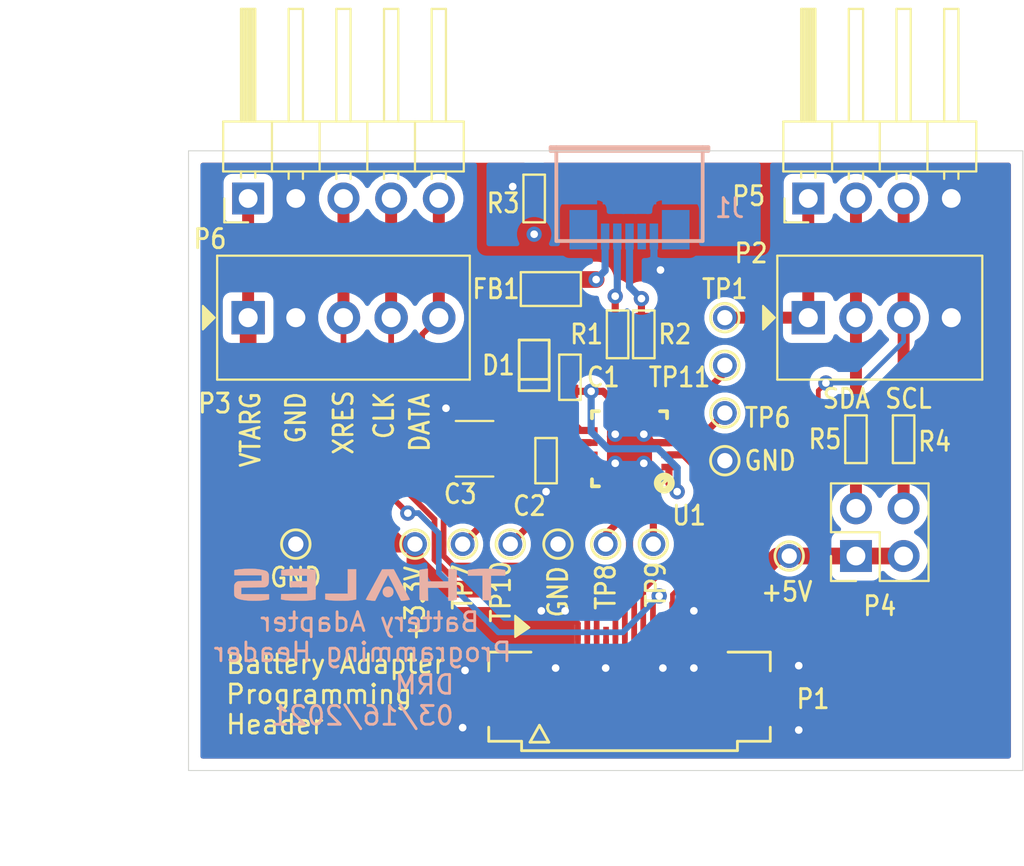
<source format=kicad_pcb>
(kicad_pcb (version 20171130) (host pcbnew "(5.1.9)-1")

  (general
    (thickness 1.6)
    (drawings 23)
    (tracks 235)
    (zones 0)
    (modules 31)
    (nets 30)
  )

  (page A4)
  (layers
    (0 F.Cu signal)
    (31 B.Cu signal)
    (32 B.Adhes user)
    (33 F.Adhes user)
    (34 B.Paste user)
    (35 F.Paste user)
    (36 B.SilkS user)
    (37 F.SilkS user)
    (38 B.Mask user)
    (39 F.Mask user)
    (40 Dwgs.User user)
    (41 Cmts.User user)
    (42 Eco1.User user)
    (43 Eco2.User user)
    (44 Edge.Cuts user)
    (45 Margin user)
    (46 B.CrtYd user)
    (47 F.CrtYd user)
    (48 B.Fab user)
    (49 F.Fab user hide)
  )

  (setup
    (last_trace_width 0.3048)
    (user_trace_width 0.2032)
    (user_trace_width 0.254)
    (user_trace_width 0.3048)
    (user_trace_width 0.381)
    (user_trace_width 0.508)
    (user_trace_width 0.635)
    (user_trace_width 0.889)
    (trace_clearance 0.1778)
    (zone_clearance 0.4572)
    (zone_45_only yes)
    (trace_min 0.2)
    (via_size 0.8128)
    (via_drill 0.4064)
    (via_min_size 0.4)
    (via_min_drill 0.3)
    (user_via 0.8128 0.4064)
    (user_via 1.016 0.508)
    (user_via 1.651 1.016)
    (uvia_size 0.3)
    (uvia_drill 0.1)
    (uvias_allowed no)
    (uvia_min_size 0.2)
    (uvia_min_drill 0.1)
    (edge_width 0.05)
    (segment_width 0.2)
    (pcb_text_width 0.3)
    (pcb_text_size 1.5 1.5)
    (mod_edge_width 0.12)
    (mod_text_size 1 1)
    (mod_text_width 0.15)
    (pad_size 1.4732 2.10058)
    (pad_drill 0)
    (pad_to_mask_clearance 0)
    (aux_axis_origin 125.73 116.84)
    (grid_origin 125.73 116.84)
    (visible_elements 7FFFFF7F)
    (pcbplotparams
      (layerselection 0x010fc_ffffffff)
      (usegerberextensions false)
      (usegerberattributes true)
      (usegerberadvancedattributes true)
      (creategerberjobfile true)
      (excludeedgelayer true)
      (linewidth 0.100000)
      (plotframeref false)
      (viasonmask false)
      (mode 1)
      (useauxorigin false)
      (hpglpennumber 1)
      (hpglpenspeed 20)
      (hpglpendiameter 15.000000)
      (psnegative false)
      (psa4output false)
      (plotreference true)
      (plotvalue true)
      (plotinvisibletext false)
      (padsonsilk false)
      (subtractmaskfromsilk false)
      (outputformat 1)
      (mirror false)
      (drillshape 1)
      (scaleselection 1)
      (outputdirectory ""))
  )

  (net 0 "")
  (net 1 GND)
  (net 2 +5.0V)
  (net 3 /TOP_SDA)
  (net 4 /TOP_SCL)
  (net 5 /XRES)
  (net 6 /DEBUG_TX)
  (net 7 /DEBUG_RX)
  (net 8 /SWD_DATA)
  (net 9 /SWD_CLK)
  (net 10 +3.3V)
  (net 11 "Net-(C1-Pad1)")
  (net 12 "Net-(C2-Pad1)")
  (net 13 "Net-(D1-Pad2)")
  (net 14 "Net-(FB1-Pad1)")
  (net 15 "Net-(J1-Pad4)")
  (net 16 "Net-(J1-Pad3)")
  (net 17 "Net-(J1-Pad2)")
  (net 18 "Net-(J1-Pad6)")
  (net 19 "Net-(P2-Pad1)")
  (net 20 "Net-(R1-Pad2)")
  (net 21 "Net-(R2-Pad2)")
  (net 22 "Net-(P4-Pad4)")
  (net 23 "Net-(P4-Pad2)")
  (net 24 "Net-(TP6-Pad1)")
  (net 25 "Net-(TP7-Pad1)")
  (net 26 "Net-(TP8-Pad1)")
  (net 27 "Net-(TP9-Pad1)")
  (net 28 "Net-(TP10-Pad1)")
  (net 29 "Net-(TP11-Pad1)")

  (net_class Default "This is the default net class."
    (clearance 0.1778)
    (trace_width 0.2032)
    (via_dia 0.8128)
    (via_drill 0.4064)
    (uvia_dia 0.3)
    (uvia_drill 0.1)
    (add_net +3.3V)
    (add_net +5.0V)
    (add_net /DEBUG_RX)
    (add_net /DEBUG_TX)
    (add_net /SWD_CLK)
    (add_net /SWD_DATA)
    (add_net /TOP_SCL)
    (add_net /TOP_SDA)
    (add_net /XRES)
    (add_net GND)
    (add_net "Net-(C1-Pad1)")
    (add_net "Net-(C2-Pad1)")
    (add_net "Net-(D1-Pad2)")
    (add_net "Net-(FB1-Pad1)")
    (add_net "Net-(J1-Pad2)")
    (add_net "Net-(J1-Pad3)")
    (add_net "Net-(J1-Pad4)")
    (add_net "Net-(J1-Pad6)")
    (add_net "Net-(P2-Pad1)")
    (add_net "Net-(P4-Pad2)")
    (add_net "Net-(P4-Pad4)")
    (add_net "Net-(R1-Pad2)")
    (add_net "Net-(R2-Pad2)")
    (add_net "Net-(TP10-Pad1)")
    (add_net "Net-(TP11-Pad1)")
    (add_net "Net-(TP6-Pad1)")
    (add_net "Net-(TP7-Pad1)")
    (add_net "Net-(TP8-Pad1)")
    (add_net "Net-(TP9-Pad1)")
  )

  (module t_logos:Thales_15x2_SLK (layer B.Cu) (tedit 0) (tstamp 6050FFFA)
    (at 135.382 106.934 180)
    (fp_text reference G*** (at 0 0) (layer B.SilkS) hide
      (effects (font (size 1.524 1.524) (thickness 0.3)) (justify mirror))
    )
    (fp_text value LOGO (at 0.75 0) (layer B.SilkS) hide
      (effects (font (size 1.524 1.524) (thickness 0.3)) (justify mirror))
    )
    (fp_poly (pts (xy -4.198634 0.832939) (xy -4.196001 0.795205) (xy -4.193804 0.73695) (xy -4.192166 0.662026)
      (xy -4.191205 0.574283) (xy -4.191 0.508) (xy -4.191 0.169333) (xy -3.104444 0.169333)
      (xy -3.104444 0.845605) (xy -3.009194 0.838391) (xy -2.949411 0.832474) (xy -2.875537 0.82319)
      (xy -2.801235 0.812295) (xy -2.783416 0.809395) (xy -2.652888 0.787613) (xy -2.652888 -0.801519)
      (xy -2.719916 -0.816862) (xy -2.772069 -0.826913) (xy -2.839923 -0.837428) (xy -2.914046 -0.847222)
      (xy -2.98501 -0.855107) (xy -3.043385 -0.859896) (xy -3.068796 -0.860789) (xy -3.1115 -0.8608)
      (xy -3.107491 -0.515067) (xy -3.103483 -0.169334) (xy -4.191 -0.169334) (xy -4.191 -0.860778)
      (xy -4.250972 -0.858923) (xy -4.297411 -0.856232) (xy -4.357453 -0.851112) (xy -4.407881 -0.845815)
      (xy -4.470496 -0.837214) (xy -4.533552 -0.826442) (xy -4.573687 -0.81804) (xy -4.642555 -0.801519)
      (xy -4.642555 0.785731) (xy -4.568472 0.802212) (xy -4.528446 0.809379) (xy -4.46901 0.817984)
      (xy -4.398867 0.82698) (xy -4.32672 0.835322) (xy -4.261273 0.841964) (xy -4.211227 0.84586)
      (xy -4.201583 0.846302) (xy -4.198634 0.832939)) (layer B.SilkS) (width 0.01))
    (fp_poly (pts (xy -0.661447 0.811389) (xy -0.611914 0.719666) (xy -0.578326 0.657698) (xy -0.541679 0.590433)
      (xy -0.515859 0.543278) (xy -0.487822 0.491832) (xy -0.452562 0.426535) (xy -0.416059 0.358478)
      (xy -0.401728 0.331611) (xy -0.365181 0.263531) (xy -0.326005 0.191469) (xy -0.290835 0.127601)
      (xy -0.279949 0.108098) (xy -0.254474 0.062176) (xy -0.235436 0.026836) (xy -0.226174 0.00831)
      (xy -0.225777 0.007055) (xy -0.219366 -0.006482) (xy -0.202362 -0.03833) (xy -0.178108 -0.082261)
      (xy -0.171537 -0.093987) (xy -0.141064 -0.14899) (xy -0.103319 -0.21825) (xy -0.064132 -0.291031)
      (xy -0.042518 -0.331611) (xy -0.011685 -0.389397) (xy 0.014857 -0.438401) (xy 0.034017 -0.472964)
      (xy 0.042242 -0.486834) (xy 0.052452 -0.504267) (xy 0.072817 -0.541224) (xy 0.100364 -0.592244)
      (xy 0.131402 -0.650515) (xy 0.210578 -0.800086) (xy 0.137039 -0.816149) (xy 0.080339 -0.826583)
      (xy 0.007483 -0.837287) (xy -0.071975 -0.847135) (xy -0.148482 -0.855003) (xy -0.212485 -0.859764)
      (xy -0.24092 -0.860662) (xy -0.29134 -0.860778) (xy -0.628975 -0.176727) (xy -0.692884 -0.047838)
      (xy -0.753352 0.072971) (xy -0.809193 0.183408) (xy -0.85922 0.281182) (xy -0.902248 0.364)
      (xy -0.93709 0.429571) (xy -0.962562 0.475602) (xy -0.977476 0.499803) (xy -0.980722 0.502988)
      (xy -0.989502 0.489881) (xy -1.009572 0.453797) (xy -1.03973 0.397068) (xy -1.078776 0.322024)
      (xy -1.12551 0.230996) (xy -1.178732 0.126317) (xy -1.237241 0.010317) (xy -1.299837 -0.114673)
      (xy -1.332916 -0.181063) (xy -1.671 -0.860778) (xy -1.735083 -0.858923) (xy -1.784586 -0.856179)
      (xy -1.846528 -0.850993) (xy -1.893204 -0.846096) (xy -1.945459 -0.838937) (xy -2.002586 -0.829461)
      (xy -2.057822 -0.819016) (xy -2.104404 -0.808951) (xy -2.13557 -0.800614) (xy -2.144888 -0.795906)
      (xy -2.138575 -0.78275) (xy -2.121277 -0.749457) (xy -2.095457 -0.700701) (xy -2.063577 -0.641158)
      (xy -2.055032 -0.625291) (xy -2.027983 -0.575018) (xy -1.989706 -0.503736) (xy -1.942281 -0.415325)
      (xy -1.887788 -0.313665) (xy -1.828305 -0.202635) (xy -1.765913 -0.086115) (xy -1.702691 0.032016)
      (xy -1.693396 0.049389) (xy -1.631253 0.165536) (xy -1.57052 0.279033) (xy -1.513114 0.386297)
      (xy -1.460951 0.483747) (xy -1.41595 0.567803) (xy -1.380027 0.634882) (xy -1.355099 0.681404)
      (xy -1.351464 0.688183) (xy -1.281311 0.818977) (xy -0.661447 0.811389)) (layer B.SilkS) (width 0.01))
    (fp_poly (pts (xy 1.171223 -0.479778) (xy 2.370667 -0.479778) (xy 2.370667 -0.788221) (xy 2.296584 -0.803024)
      (xy 2.226328 -0.816519) (xy 2.162314 -0.827283) (xy 2.099825 -0.835669) (xy 2.034143 -0.842026)
      (xy 1.960551 -0.846705) (xy 1.874332 -0.850056) (xy 1.770768 -0.852428) (xy 1.645142 -0.854174)
      (xy 1.601612 -0.854636) (xy 1.447749 -0.855609) (xy 1.319143 -0.855096) (xy 1.21286 -0.853024)
      (xy 1.12597 -0.849315) (xy 1.055541 -0.843896) (xy 1.019324 -0.839706) (xy 0.948032 -0.829602)
      (xy 0.877632 -0.818638) (xy 0.818936 -0.808538) (xy 0.797074 -0.804291) (xy 0.719667 -0.788221)
      (xy 0.719667 0.818444) (xy 1.171223 0.818444) (xy 1.171223 -0.479778)) (layer B.SilkS) (width 0.01))
    (fp_poly (pts (xy 3.936853 0.839091) (xy 4.053918 0.838458) (xy 4.151407 0.83708) (xy 4.233643 0.834692)
      (xy 4.30495 0.83103) (xy 4.369649 0.825828) (xy 4.432064 0.818823) (xy 4.496518 0.80975)
      (xy 4.567333 0.798344) (xy 4.624917 0.788498) (xy 4.713112 0.773214) (xy 4.713112 0.479778)
      (xy 3.330223 0.479778) (xy 3.330223 0.183444) (xy 4.233334 0.183444) (xy 4.233334 -0.141111)
      (xy 3.330223 -0.141111) (xy 3.330223 -0.493623) (xy 4.720167 -0.500945) (xy 4.728173 -0.786847)
      (xy 4.639503 -0.802886) (xy 4.566475 -0.815616) (xy 4.499731 -0.825917) (xy 4.434858 -0.834082)
      (xy 4.367441 -0.840405) (xy 4.293067 -0.845182) (xy 4.207322 -0.848706) (xy 4.105792 -0.851271)
      (xy 3.984062 -0.853173) (xy 3.866445 -0.85444) (xy 3.696284 -0.855445) (xy 3.55211 -0.854951)
      (xy 3.431727 -0.85291) (xy 3.332938 -0.849276) (xy 3.253544 -0.844) (xy 3.217334 -0.840379)
      (xy 3.142331 -0.831198) (xy 3.06807 -0.821157) (xy 3.004605 -0.811662) (xy 2.971325 -0.80597)
      (xy 2.926374 -0.797643) (xy 2.89426 -0.791936) (xy 2.883131 -0.790222) (xy 2.8823 -0.776534)
      (xy 2.881519 -0.737162) (xy 2.880802 -0.674645) (xy 2.880165 -0.591519) (xy 2.879622 -0.490325)
      (xy 2.879187 -0.3736) (xy 2.878875 -0.243882) (xy 2.8787 -0.10371) (xy 2.878667 -0.008504)
      (xy 2.878667 0.773214) (xy 2.966862 0.788498) (xy 3.044966 0.801755) (xy 3.113584 0.812488)
      (xy 3.177039 0.820962) (xy 3.239655 0.82744) (xy 3.305753 0.832188) (xy 3.379656 0.835471)
      (xy 3.465688 0.837552) (xy 3.568172 0.838697) (xy 3.69143 0.83917) (xy 3.795889 0.839243)
      (xy 3.936853 0.839091)) (layer B.SilkS) (width 0.01))
    (fp_poly (pts (xy 6.54541 0.843056) (xy 6.707517 0.835716) (xy 6.863703 0.824264) (xy 7.007405 0.808941)
      (xy 7.132064 0.78999) (xy 7.171973 0.782123) (xy 7.210778 0.773869) (xy 7.210778 0.493889)
      (xy 5.757334 0.493889) (xy 5.757334 0.199179) (xy 6.374695 0.194781) (xy 6.524262 0.193637)
      (xy 6.648309 0.192447) (xy 6.749535 0.191091) (xy 6.830644 0.189446) (xy 6.894335 0.187391)
      (xy 6.943311 0.184805) (xy 6.980272 0.181566) (xy 7.00792 0.177551) (xy 7.028955 0.172641)
      (xy 7.04608 0.166712) (xy 7.051849 0.164287) (xy 7.119095 0.122245) (xy 7.173556 0.063666)
      (xy 7.207885 -0.003337) (xy 7.20993 -0.010198) (xy 7.215527 -0.045253) (xy 7.219772 -0.101283)
      (xy 7.222666 -0.172354) (xy 7.224207 -0.252533) (xy 7.224398 -0.335884) (xy 7.223237 -0.416475)
      (xy 7.220725 -0.488372) (xy 7.216862 -0.54564) (xy 7.211648 -0.582345) (xy 7.209913 -0.58822)
      (xy 7.181453 -0.640984) (xy 7.137374 -0.686638) (xy 7.075609 -0.726034) (xy 6.994089 -0.760025)
      (xy 6.890748 -0.789459) (xy 6.763517 -0.81519) (xy 6.61033 -0.838069) (xy 6.59975 -0.839436)
      (xy 6.511276 -0.847926) (xy 6.401517 -0.854032) (xy 6.277306 -0.85775) (xy 6.145481 -0.859079)
      (xy 6.012876 -0.858017) (xy 5.886326 -0.854563) (xy 5.772668 -0.848715) (xy 5.678736 -0.840471)
      (xy 5.671986 -0.839672) (xy 5.599528 -0.830198) (xy 5.52768 -0.819636) (xy 5.467206 -0.809616)
      (xy 5.442681 -0.804925) (xy 5.362223 -0.788221) (xy 5.362223 -0.508) (xy 6.843889 -0.508)
      (xy 6.843889 -0.156586) (xy 6.219473 -0.152376) (xy 6.070509 -0.151348) (xy 5.947054 -0.150357)
      (xy 5.846393 -0.149258) (xy 5.765812 -0.147906) (xy 5.702598 -0.146154) (xy 5.654037 -0.143856)
      (xy 5.617415 -0.140867) (xy 5.590018 -0.13704) (xy 5.569132 -0.13223) (xy 5.552045 -0.126291)
      (xy 5.536042 -0.119077) (xy 5.528127 -0.115206) (xy 5.477187 -0.085394) (xy 5.437962 -0.049811)
      (xy 5.409074 -0.004642) (xy 5.389145 0.053926) (xy 5.376798 0.12971) (xy 5.370654 0.226523)
      (xy 5.369278 0.324555) (xy 5.369558 0.408946) (xy 5.370857 0.470742) (xy 5.373859 0.515571)
      (xy 5.379252 0.549058) (xy 5.387722 0.57683) (xy 5.399954 0.604512) (xy 5.404556 0.613833)
      (xy 5.444518 0.674698) (xy 5.495378 0.715205) (xy 5.496278 0.715707) (xy 5.555745 0.741229)
      (xy 5.640179 0.766355) (xy 5.746327 0.790322) (xy 5.870935 0.812367) (xy 5.969 0.826457)
      (xy 6.089177 0.837984) (xy 6.229678 0.844432) (xy 6.383943 0.846042) (xy 6.54541 0.843056)) (layer B.SilkS) (width 0.01))
    (fp_poly (pts (xy -6.004263 0.8438) (xy -5.854561 0.83998) (xy -5.718427 0.832834) (xy -5.591016 0.822129)
      (xy -5.467484 0.807633) (xy -5.379861 0.79497) (xy -5.235222 0.77257) (xy -5.235222 0.479778)
      (xy -6.011333 0.479778) (xy -6.011333 -0.832556) (xy -6.462888 -0.832556) (xy -6.462888 0.479778)
      (xy -7.224888 0.479778) (xy -7.224888 0.77297) (xy -7.174663 0.782392) (xy -7.079109 0.798504)
      (xy -6.978247 0.81166) (xy -6.86784 0.822176) (xy -6.743651 0.830364) (xy -6.601442 0.836539)
      (xy -6.436978 0.841013) (xy -6.363745 0.842401) (xy -6.172376 0.84453) (xy -6.004263 0.8438)) (layer B.SilkS) (width 0.01))
    (fp_poly (pts (xy -0.892441 -0.111078) (xy -0.814256 -0.146246) (xy -0.753158 -0.201682) (xy -0.711759 -0.274787)
      (xy -0.692667 -0.362961) (xy -0.691676 -0.391021) (xy -0.704432 -0.477593) (xy -0.739457 -0.551577)
      (xy -0.792672 -0.610495) (xy -0.859998 -0.651872) (xy -0.937355 -0.673232) (xy -1.020665 -0.672097)
      (xy -1.105848 -0.645992) (xy -1.109126 -0.644447) (xy -1.179667 -0.59748) (xy -1.229035 -0.537335)
      (xy -1.258211 -0.468322) (xy -1.268172 -0.394748) (xy -1.259899 -0.320922) (xy -1.234371 -0.251154)
      (xy -1.192566 -0.189751) (xy -1.135466 -0.141024) (xy -1.064048 -0.109281) (xy -0.985105 -0.098778)
      (xy -0.892441 -0.111078)) (layer B.SilkS) (width 0.01))
  )

  (module t_misc:TP50 (layer F.Cu) (tedit 5BAD3C95) (tstamp 6050FA62)
    (at 131.445 104.775)
    (path /60602FCE)
    (fp_text reference TP12 (at 0 1.651) (layer F.SilkS) hide
      (effects (font (size 1 1) (thickness 0.15)))
    )
    (fp_text value TEST_POINT (at 0 0) (layer F.SilkS) hide
      (effects (font (size 1 1) (thickness 0.15)))
    )
    (fp_circle (center 0 0) (end 0 -0.762) (layer F.SilkS) (width 0.15))
    (pad 1 thru_hole circle (at 0 0) (size 1.27 1.27) (drill 0.8128) (layers *.Cu *.Mask)
      (net 1 GND))
  )

  (module t_misc:TP50 (layer F.Cu) (tedit 5BAD3C95) (tstamp 6050C14F)
    (at 154.305 95.25)
    (path /6050DD47)
    (fp_text reference TP11 (at -2.413 0.635) (layer F.SilkS)
      (effects (font (size 1.016 0.889) (thickness 0.1524)))
    )
    (fp_text value TEST_POINT (at 0 0) (layer F.SilkS) hide
      (effects (font (size 1 1) (thickness 0.15)))
    )
    (fp_circle (center 0 0) (end 0 -0.762) (layer F.SilkS) (width 0.15))
    (pad 1 thru_hole circle (at 0 0) (size 1.27 1.27) (drill 0.8128) (layers *.Cu *.Mask)
      (net 29 "Net-(TP11-Pad1)"))
  )

  (module t_misc:TP50 (layer F.Cu) (tedit 5BAD3C95) (tstamp 6050C149)
    (at 142.875 104.775)
    (path /6050D814)
    (fp_text reference TP10 (at -0.508 2.54 90) (layer F.SilkS)
      (effects (font (size 1.016 0.889) (thickness 0.1524)))
    )
    (fp_text value TEST_POINT (at 0 0) (layer F.SilkS) hide
      (effects (font (size 1 1) (thickness 0.15)))
    )
    (fp_circle (center 0 0) (end 0 -0.762) (layer F.SilkS) (width 0.15))
    (pad 1 thru_hole circle (at 0 0) (size 1.27 1.27) (drill 0.8128) (layers *.Cu *.Mask)
      (net 28 "Net-(TP10-Pad1)"))
  )

  (module t_misc:TP50 (layer F.Cu) (tedit 5BAD3C95) (tstamp 6050C143)
    (at 150.495 104.775)
    (path /6050CCFF)
    (fp_text reference TP9 (at 0.127 2.159 90) (layer F.SilkS)
      (effects (font (size 1.016 0.889) (thickness 0.1524)))
    )
    (fp_text value TEST_POINT (at 0 0) (layer F.SilkS) hide
      (effects (font (size 1 1) (thickness 0.15)))
    )
    (fp_circle (center 0 0) (end 0 -0.762) (layer F.SilkS) (width 0.15))
    (pad 1 thru_hole circle (at 0 0) (size 1.27 1.27) (drill 0.8128) (layers *.Cu *.Mask)
      (net 27 "Net-(TP9-Pad1)"))
  )

  (module t_misc:TP50 (layer F.Cu) (tedit 5BAD3C95) (tstamp 6050C13D)
    (at 147.955 104.775)
    (path /6050DF91)
    (fp_text reference TP8 (at 0 2.286 90) (layer F.SilkS)
      (effects (font (size 1.016 0.889) (thickness 0.1524)))
    )
    (fp_text value TEST_POINT (at 0 0) (layer F.SilkS) hide
      (effects (font (size 1 1) (thickness 0.15)))
    )
    (fp_circle (center 0 0) (end 0 -0.762) (layer F.SilkS) (width 0.15))
    (pad 1 thru_hole circle (at 0 0) (size 1.27 1.27) (drill 0.8128) (layers *.Cu *.Mask)
      (net 26 "Net-(TP8-Pad1)"))
  )

  (module t_misc:TP50 (layer F.Cu) (tedit 5BAD3C95) (tstamp 6050C137)
    (at 140.335 104.775)
    (path /6050DB7E)
    (fp_text reference TP7 (at 0 2.286 90) (layer F.SilkS)
      (effects (font (size 1.016 0.889) (thickness 0.1524)))
    )
    (fp_text value TEST_POINT (at 0 0) (layer F.SilkS) hide
      (effects (font (size 1 1) (thickness 0.15)))
    )
    (fp_circle (center 0 0) (end 0 -0.762) (layer F.SilkS) (width 0.15))
    (pad 1 thru_hole circle (at 0 0) (size 1.27 1.27) (drill 0.8128) (layers *.Cu *.Mask)
      (net 25 "Net-(TP7-Pad1)"))
  )

  (module t_misc:TP50 (layer F.Cu) (tedit 5BAD3C95) (tstamp 6050C131)
    (at 154.305 97.79)
    (path /6050D612)
    (fp_text reference TP6 (at 2.286 0.254) (layer F.SilkS)
      (effects (font (size 1.016 0.889) (thickness 0.1524)))
    )
    (fp_text value TEST_POINT (at 0 0) (layer F.SilkS) hide
      (effects (font (size 1 1) (thickness 0.15)))
    )
    (fp_circle (center 0 0) (end 0 -0.762) (layer F.SilkS) (width 0.15))
    (pad 1 thru_hole circle (at 0 0) (size 1.27 1.27) (drill 0.8128) (layers *.Cu *.Mask)
      (net 24 "Net-(TP6-Pad1)"))
  )

  (module t_misc:TP50 (layer F.Cu) (tedit 5BAD3C95) (tstamp 6050C12B)
    (at 154.305 100.33)
    (path /6052472C)
    (fp_text reference TP5 (at 0 1.651) (layer F.SilkS) hide
      (effects (font (size 1.016 0.889) (thickness 0.1524)))
    )
    (fp_text value TEST_POINT (at 0 0) (layer F.SilkS) hide
      (effects (font (size 1 1) (thickness 0.15)))
    )
    (fp_circle (center 0 0) (end 0 -0.762) (layer F.SilkS) (width 0.15))
    (pad 1 thru_hole circle (at 0 0) (size 1.27 1.27) (drill 0.8128) (layers *.Cu *.Mask)
      (net 1 GND))
  )

  (module t_misc:TP50 (layer F.Cu) (tedit 5BAD3C95) (tstamp 6050C125)
    (at 145.415 104.775)
    (path /60520FC4)
    (fp_text reference TP4 (at 0 2.286 90) (layer F.SilkS) hide
      (effects (font (size 1.016 0.889) (thickness 0.1524)))
    )
    (fp_text value TEST_POINT (at 0 0) (layer F.SilkS) hide
      (effects (font (size 1 1) (thickness 0.15)))
    )
    (fp_circle (center 0 0) (end 0 -0.762) (layer F.SilkS) (width 0.15))
    (pad 1 thru_hole circle (at 0 0) (size 1.27 1.27) (drill 0.8128) (layers *.Cu *.Mask)
      (net 1 GND))
  )

  (module t_misc:TP50 (layer F.Cu) (tedit 5BAD3C95) (tstamp 6050C11F)
    (at 157.734 105.41)
    (path /60527BA3)
    (fp_text reference TP3 (at 0 1.651) (layer F.SilkS) hide
      (effects (font (size 1.016 0.889) (thickness 0.1524)))
    )
    (fp_text value TEST_POINT (at 0 0) (layer F.SilkS) hide
      (effects (font (size 1 1) (thickness 0.15)))
    )
    (fp_circle (center 0 0) (end 0 -0.762) (layer F.SilkS) (width 0.15))
    (pad 1 thru_hole circle (at 0 0) (size 1.27 1.27) (drill 0.8128) (layers *.Cu *.Mask)
      (net 2 +5.0V))
  )

  (module t_misc:TP50 (layer F.Cu) (tedit 5BAD3C95) (tstamp 6050C119)
    (at 137.795 104.775)
    (path /605282F7)
    (fp_text reference TP2 (at 0.127 2.667 90) (layer F.SilkS) hide
      (effects (font (size 1.016 0.889) (thickness 0.1524)))
    )
    (fp_text value TEST_POINT (at 0 0) (layer F.SilkS) hide
      (effects (font (size 1 1) (thickness 0.15)))
    )
    (fp_circle (center 0 0) (end 0 -0.762) (layer F.SilkS) (width 0.15))
    (pad 1 thru_hole circle (at 0 0) (size 1.27 1.27) (drill 0.8128) (layers *.Cu *.Mask)
      (net 10 +3.3V))
  )

  (module t_passive_smd:res_0603 (layer F.Cu) (tedit 5BB76B6F) (tstamp 6050C109)
    (at 161.29 99.187 90)
    (descr "SMT resistor, 0603")
    (path /6053B699)
    (fp_text reference R5 (at 0 -1.651 180) (layer F.SilkS)
      (effects (font (size 1.016 0.889) (thickness 0.1524)))
    )
    (fp_text value 4.7K (at 0 0.9652 90) (layer F.SilkS) hide
      (effects (font (size 0.50038 0.50038) (thickness 0.11938)))
    )
    (fp_text user %R (at 0.381 0 90) (layer F.Fab)
      (effects (font (size 1.016 0.889) (thickness 0.1524)))
    )
    (fp_line (start -1.27 -0.5715) (end 1.27 -0.5715) (layer F.SilkS) (width 0.127))
    (fp_line (start 1.27 -0.5715) (end 1.27 0.5715) (layer F.SilkS) (width 0.127))
    (fp_line (start 1.27 0.5715) (end -1.27 0.5715) (layer F.SilkS) (width 0.127))
    (fp_line (start -1.27 0.5715) (end -1.27 -0.5715) (layer F.SilkS) (width 0.127))
    (fp_line (start 1.27 -0.5715) (end -1.27 -0.5715) (layer F.CrtYd) (width 0.05))
    (fp_line (start -1.27 -0.5715) (end -1.27 0.5715) (layer F.CrtYd) (width 0.05))
    (fp_line (start -1.27 0.5715) (end 1.27 0.5715) (layer F.CrtYd) (width 0.05))
    (fp_line (start 1.27 0.5715) (end 1.27 -0.5715) (layer F.CrtYd) (width 0.05))
    (fp_line (start 1.143 -0.508) (end -1.143 -0.508) (layer F.Fab) (width 0.1))
    (fp_line (start -1.143 -0.508) (end -1.143 0.508) (layer F.Fab) (width 0.1))
    (fp_line (start -1.143 0.508) (end 1.143 0.508) (layer F.Fab) (width 0.1))
    (fp_line (start 1.143 0.508) (end 1.143 -0.508) (layer F.Fab) (width 0.1))
    (pad 2 smd rect (at -0.8 0 90) (size 0.7 0.9) (layers F.Cu F.Paste F.Mask)
      (net 23 "Net-(P4-Pad2)"))
    (pad 1 smd rect (at 0.8 0 90) (size 0.7 0.9) (layers F.Cu F.Paste F.Mask)
      (net 3 /TOP_SDA))
    (model ${T_LIBS}/3d/t_passive_smd/res_0603.stp
      (offset (xyz 0 0 0.04999999924907534))
      (scale (xyz 1 1 1))
      (rotate (xyz 0 0 0))
    )
  )

  (module t_passive_smd:res_0603 (layer F.Cu) (tedit 5BB76B6F) (tstamp 6050C0F6)
    (at 163.83 99.187 90)
    (descr "SMT resistor, 0603")
    (path /6053AD6B)
    (fp_text reference R4 (at -0.127 1.651 180) (layer F.SilkS)
      (effects (font (size 1.016 0.889) (thickness 0.1524)))
    )
    (fp_text value 4.7K (at 0 0.9652 90) (layer F.SilkS) hide
      (effects (font (size 0.50038 0.50038) (thickness 0.11938)))
    )
    (fp_text user %R (at 0.381 0 90) (layer F.Fab)
      (effects (font (size 1.016 0.889) (thickness 0.1524)))
    )
    (fp_line (start -1.27 -0.5715) (end 1.27 -0.5715) (layer F.SilkS) (width 0.127))
    (fp_line (start 1.27 -0.5715) (end 1.27 0.5715) (layer F.SilkS) (width 0.127))
    (fp_line (start 1.27 0.5715) (end -1.27 0.5715) (layer F.SilkS) (width 0.127))
    (fp_line (start -1.27 0.5715) (end -1.27 -0.5715) (layer F.SilkS) (width 0.127))
    (fp_line (start 1.27 -0.5715) (end -1.27 -0.5715) (layer F.CrtYd) (width 0.05))
    (fp_line (start -1.27 -0.5715) (end -1.27 0.5715) (layer F.CrtYd) (width 0.05))
    (fp_line (start -1.27 0.5715) (end 1.27 0.5715) (layer F.CrtYd) (width 0.05))
    (fp_line (start 1.27 0.5715) (end 1.27 -0.5715) (layer F.CrtYd) (width 0.05))
    (fp_line (start 1.143 -0.508) (end -1.143 -0.508) (layer F.Fab) (width 0.1))
    (fp_line (start -1.143 -0.508) (end -1.143 0.508) (layer F.Fab) (width 0.1))
    (fp_line (start -1.143 0.508) (end 1.143 0.508) (layer F.Fab) (width 0.1))
    (fp_line (start 1.143 0.508) (end 1.143 -0.508) (layer F.Fab) (width 0.1))
    (pad 2 smd rect (at -0.8 0 90) (size 0.7 0.9) (layers F.Cu F.Paste F.Mask)
      (net 22 "Net-(P4-Pad4)"))
    (pad 1 smd rect (at 0.8 0 90) (size 0.7 0.9) (layers F.Cu F.Paste F.Mask)
      (net 4 /TOP_SCL))
    (model ${T_LIBS}/3d/t_passive_smd/res_0603.stp
      (offset (xyz 0 0 0.04999999924907534))
      (scale (xyz 1 1 1))
      (rotate (xyz 0 0 0))
    )
  )

  (module Connector_PinHeader_2.54mm:PinHeader_1x05_P2.54mm_Horizontal (layer F.Cu) (tedit 59FED5CB) (tstamp 6050C077)
    (at 128.905 86.36 90)
    (descr "Through hole angled pin header, 1x05, 2.54mm pitch, 6mm pin length, single row")
    (tags "Through hole angled pin header THT 1x05 2.54mm single row")
    (path /6057B804)
    (fp_text reference P6 (at -2.159 -2.032 180) (layer F.SilkS)
      (effects (font (size 1.016 0.889) (thickness 0.1524)))
    )
    (fp_text value CONN_01X05 (at 4.385 12.43 90) (layer F.Fab)
      (effects (font (size 1 1) (thickness 0.15)))
    )
    (fp_text user %R (at 2.77 5.08) (layer F.Fab)
      (effects (font (size 1.016 0.889) (thickness 0.1524)))
    )
    (fp_line (start 2.135 -1.27) (end 4.04 -1.27) (layer F.Fab) (width 0.1))
    (fp_line (start 4.04 -1.27) (end 4.04 11.43) (layer F.Fab) (width 0.1))
    (fp_line (start 4.04 11.43) (end 1.5 11.43) (layer F.Fab) (width 0.1))
    (fp_line (start 1.5 11.43) (end 1.5 -0.635) (layer F.Fab) (width 0.1))
    (fp_line (start 1.5 -0.635) (end 2.135 -1.27) (layer F.Fab) (width 0.1))
    (fp_line (start -0.32 -0.32) (end 1.5 -0.32) (layer F.Fab) (width 0.1))
    (fp_line (start -0.32 -0.32) (end -0.32 0.32) (layer F.Fab) (width 0.1))
    (fp_line (start -0.32 0.32) (end 1.5 0.32) (layer F.Fab) (width 0.1))
    (fp_line (start 4.04 -0.32) (end 10.04 -0.32) (layer F.Fab) (width 0.1))
    (fp_line (start 10.04 -0.32) (end 10.04 0.32) (layer F.Fab) (width 0.1))
    (fp_line (start 4.04 0.32) (end 10.04 0.32) (layer F.Fab) (width 0.1))
    (fp_line (start -0.32 2.22) (end 1.5 2.22) (layer F.Fab) (width 0.1))
    (fp_line (start -0.32 2.22) (end -0.32 2.86) (layer F.Fab) (width 0.1))
    (fp_line (start -0.32 2.86) (end 1.5 2.86) (layer F.Fab) (width 0.1))
    (fp_line (start 4.04 2.22) (end 10.04 2.22) (layer F.Fab) (width 0.1))
    (fp_line (start 10.04 2.22) (end 10.04 2.86) (layer F.Fab) (width 0.1))
    (fp_line (start 4.04 2.86) (end 10.04 2.86) (layer F.Fab) (width 0.1))
    (fp_line (start -0.32 4.76) (end 1.5 4.76) (layer F.Fab) (width 0.1))
    (fp_line (start -0.32 4.76) (end -0.32 5.4) (layer F.Fab) (width 0.1))
    (fp_line (start -0.32 5.4) (end 1.5 5.4) (layer F.Fab) (width 0.1))
    (fp_line (start 4.04 4.76) (end 10.04 4.76) (layer F.Fab) (width 0.1))
    (fp_line (start 10.04 4.76) (end 10.04 5.4) (layer F.Fab) (width 0.1))
    (fp_line (start 4.04 5.4) (end 10.04 5.4) (layer F.Fab) (width 0.1))
    (fp_line (start -0.32 7.3) (end 1.5 7.3) (layer F.Fab) (width 0.1))
    (fp_line (start -0.32 7.3) (end -0.32 7.94) (layer F.Fab) (width 0.1))
    (fp_line (start -0.32 7.94) (end 1.5 7.94) (layer F.Fab) (width 0.1))
    (fp_line (start 4.04 7.3) (end 10.04 7.3) (layer F.Fab) (width 0.1))
    (fp_line (start 10.04 7.3) (end 10.04 7.94) (layer F.Fab) (width 0.1))
    (fp_line (start 4.04 7.94) (end 10.04 7.94) (layer F.Fab) (width 0.1))
    (fp_line (start -0.32 9.84) (end 1.5 9.84) (layer F.Fab) (width 0.1))
    (fp_line (start -0.32 9.84) (end -0.32 10.48) (layer F.Fab) (width 0.1))
    (fp_line (start -0.32 10.48) (end 1.5 10.48) (layer F.Fab) (width 0.1))
    (fp_line (start 4.04 9.84) (end 10.04 9.84) (layer F.Fab) (width 0.1))
    (fp_line (start 10.04 9.84) (end 10.04 10.48) (layer F.Fab) (width 0.1))
    (fp_line (start 4.04 10.48) (end 10.04 10.48) (layer F.Fab) (width 0.1))
    (fp_line (start 1.44 -1.33) (end 1.44 11.49) (layer F.SilkS) (width 0.12))
    (fp_line (start 1.44 11.49) (end 4.1 11.49) (layer F.SilkS) (width 0.12))
    (fp_line (start 4.1 11.49) (end 4.1 -1.33) (layer F.SilkS) (width 0.12))
    (fp_line (start 4.1 -1.33) (end 1.44 -1.33) (layer F.SilkS) (width 0.12))
    (fp_line (start 4.1 -0.38) (end 10.1 -0.38) (layer F.SilkS) (width 0.12))
    (fp_line (start 10.1 -0.38) (end 10.1 0.38) (layer F.SilkS) (width 0.12))
    (fp_line (start 10.1 0.38) (end 4.1 0.38) (layer F.SilkS) (width 0.12))
    (fp_line (start 4.1 -0.32) (end 10.1 -0.32) (layer F.SilkS) (width 0.12))
    (fp_line (start 4.1 -0.2) (end 10.1 -0.2) (layer F.SilkS) (width 0.12))
    (fp_line (start 4.1 -0.08) (end 10.1 -0.08) (layer F.SilkS) (width 0.12))
    (fp_line (start 4.1 0.04) (end 10.1 0.04) (layer F.SilkS) (width 0.12))
    (fp_line (start 4.1 0.16) (end 10.1 0.16) (layer F.SilkS) (width 0.12))
    (fp_line (start 4.1 0.28) (end 10.1 0.28) (layer F.SilkS) (width 0.12))
    (fp_line (start 1.11 -0.38) (end 1.44 -0.38) (layer F.SilkS) (width 0.12))
    (fp_line (start 1.11 0.38) (end 1.44 0.38) (layer F.SilkS) (width 0.12))
    (fp_line (start 1.44 1.27) (end 4.1 1.27) (layer F.SilkS) (width 0.12))
    (fp_line (start 4.1 2.16) (end 10.1 2.16) (layer F.SilkS) (width 0.12))
    (fp_line (start 10.1 2.16) (end 10.1 2.92) (layer F.SilkS) (width 0.12))
    (fp_line (start 10.1 2.92) (end 4.1 2.92) (layer F.SilkS) (width 0.12))
    (fp_line (start 1.042929 2.16) (end 1.44 2.16) (layer F.SilkS) (width 0.12))
    (fp_line (start 1.042929 2.92) (end 1.44 2.92) (layer F.SilkS) (width 0.12))
    (fp_line (start 1.44 3.81) (end 4.1 3.81) (layer F.SilkS) (width 0.12))
    (fp_line (start 4.1 4.7) (end 10.1 4.7) (layer F.SilkS) (width 0.12))
    (fp_line (start 10.1 4.7) (end 10.1 5.46) (layer F.SilkS) (width 0.12))
    (fp_line (start 10.1 5.46) (end 4.1 5.46) (layer F.SilkS) (width 0.12))
    (fp_line (start 1.042929 4.7) (end 1.44 4.7) (layer F.SilkS) (width 0.12))
    (fp_line (start 1.042929 5.46) (end 1.44 5.46) (layer F.SilkS) (width 0.12))
    (fp_line (start 1.44 6.35) (end 4.1 6.35) (layer F.SilkS) (width 0.12))
    (fp_line (start 4.1 7.24) (end 10.1 7.24) (layer F.SilkS) (width 0.12))
    (fp_line (start 10.1 7.24) (end 10.1 8) (layer F.SilkS) (width 0.12))
    (fp_line (start 10.1 8) (end 4.1 8) (layer F.SilkS) (width 0.12))
    (fp_line (start 1.042929 7.24) (end 1.44 7.24) (layer F.SilkS) (width 0.12))
    (fp_line (start 1.042929 8) (end 1.44 8) (layer F.SilkS) (width 0.12))
    (fp_line (start 1.44 8.89) (end 4.1 8.89) (layer F.SilkS) (width 0.12))
    (fp_line (start 4.1 9.78) (end 10.1 9.78) (layer F.SilkS) (width 0.12))
    (fp_line (start 10.1 9.78) (end 10.1 10.54) (layer F.SilkS) (width 0.12))
    (fp_line (start 10.1 10.54) (end 4.1 10.54) (layer F.SilkS) (width 0.12))
    (fp_line (start 1.042929 9.78) (end 1.44 9.78) (layer F.SilkS) (width 0.12))
    (fp_line (start 1.042929 10.54) (end 1.44 10.54) (layer F.SilkS) (width 0.12))
    (fp_line (start -1.27 0) (end -1.27 -1.27) (layer F.SilkS) (width 0.12))
    (fp_line (start -1.27 -1.27) (end 0 -1.27) (layer F.SilkS) (width 0.12))
    (fp_line (start -1.8 -1.8) (end -1.8 11.95) (layer F.CrtYd) (width 0.05))
    (fp_line (start -1.8 11.95) (end 10.55 11.95) (layer F.CrtYd) (width 0.05))
    (fp_line (start 10.55 11.95) (end 10.55 -1.8) (layer F.CrtYd) (width 0.05))
    (fp_line (start 10.55 -1.8) (end -1.8 -1.8) (layer F.CrtYd) (width 0.05))
    (pad 5 thru_hole oval (at 0 10.16 90) (size 1.7 1.7) (drill 1) (layers *.Cu *.Mask)
      (net 8 /SWD_DATA))
    (pad 4 thru_hole oval (at 0 7.62 90) (size 1.7 1.7) (drill 1) (layers *.Cu *.Mask)
      (net 9 /SWD_CLK))
    (pad 3 thru_hole oval (at 0 5.08 90) (size 1.7 1.7) (drill 1) (layers *.Cu *.Mask)
      (net 5 /XRES))
    (pad 2 thru_hole oval (at 0 2.54 90) (size 1.7 1.7) (drill 1) (layers *.Cu *.Mask)
      (net 1 GND))
    (pad 1 thru_hole rect (at 0 0 90) (size 1.7 1.7) (drill 1) (layers *.Cu *.Mask)
      (net 10 +3.3V))
    (model ${KISYS3DMOD}/Connector_PinHeader_2.54mm.3dshapes/PinHeader_1x05_P2.54mm_Horizontal.wrl
      (at (xyz 0 0 0))
      (scale (xyz 1 1 1))
      (rotate (xyz 0 0 0))
    )
  )

  (module Connector_PinHeader_2.54mm:PinHeader_1x04_P2.54mm_Horizontal (layer F.Cu) (tedit 59FED5CB) (tstamp 6050C01D)
    (at 158.75 86.36 90)
    (descr "Through hole angled pin header, 1x04, 2.54mm pitch, 6mm pin length, single row")
    (tags "Through hole angled pin header THT 1x04 2.54mm single row")
    (path /605541B2)
    (fp_text reference P5 (at 0.127 -3.175 180) (layer F.SilkS)
      (effects (font (size 1.016 0.889) (thickness 0.1524)))
    )
    (fp_text value CONN_01X04 (at 4.385 9.89 90) (layer F.Fab)
      (effects (font (size 1 1) (thickness 0.15)))
    )
    (fp_text user %R (at 2.77 3.81) (layer F.Fab)
      (effects (font (size 1.016 0.889) (thickness 0.1524)))
    )
    (fp_line (start 2.135 -1.27) (end 4.04 -1.27) (layer F.Fab) (width 0.1))
    (fp_line (start 4.04 -1.27) (end 4.04 8.89) (layer F.Fab) (width 0.1))
    (fp_line (start 4.04 8.89) (end 1.5 8.89) (layer F.Fab) (width 0.1))
    (fp_line (start 1.5 8.89) (end 1.5 -0.635) (layer F.Fab) (width 0.1))
    (fp_line (start 1.5 -0.635) (end 2.135 -1.27) (layer F.Fab) (width 0.1))
    (fp_line (start -0.32 -0.32) (end 1.5 -0.32) (layer F.Fab) (width 0.1))
    (fp_line (start -0.32 -0.32) (end -0.32 0.32) (layer F.Fab) (width 0.1))
    (fp_line (start -0.32 0.32) (end 1.5 0.32) (layer F.Fab) (width 0.1))
    (fp_line (start 4.04 -0.32) (end 10.04 -0.32) (layer F.Fab) (width 0.1))
    (fp_line (start 10.04 -0.32) (end 10.04 0.32) (layer F.Fab) (width 0.1))
    (fp_line (start 4.04 0.32) (end 10.04 0.32) (layer F.Fab) (width 0.1))
    (fp_line (start -0.32 2.22) (end 1.5 2.22) (layer F.Fab) (width 0.1))
    (fp_line (start -0.32 2.22) (end -0.32 2.86) (layer F.Fab) (width 0.1))
    (fp_line (start -0.32 2.86) (end 1.5 2.86) (layer F.Fab) (width 0.1))
    (fp_line (start 4.04 2.22) (end 10.04 2.22) (layer F.Fab) (width 0.1))
    (fp_line (start 10.04 2.22) (end 10.04 2.86) (layer F.Fab) (width 0.1))
    (fp_line (start 4.04 2.86) (end 10.04 2.86) (layer F.Fab) (width 0.1))
    (fp_line (start -0.32 4.76) (end 1.5 4.76) (layer F.Fab) (width 0.1))
    (fp_line (start -0.32 4.76) (end -0.32 5.4) (layer F.Fab) (width 0.1))
    (fp_line (start -0.32 5.4) (end 1.5 5.4) (layer F.Fab) (width 0.1))
    (fp_line (start 4.04 4.76) (end 10.04 4.76) (layer F.Fab) (width 0.1))
    (fp_line (start 10.04 4.76) (end 10.04 5.4) (layer F.Fab) (width 0.1))
    (fp_line (start 4.04 5.4) (end 10.04 5.4) (layer F.Fab) (width 0.1))
    (fp_line (start -0.32 7.3) (end 1.5 7.3) (layer F.Fab) (width 0.1))
    (fp_line (start -0.32 7.3) (end -0.32 7.94) (layer F.Fab) (width 0.1))
    (fp_line (start -0.32 7.94) (end 1.5 7.94) (layer F.Fab) (width 0.1))
    (fp_line (start 4.04 7.3) (end 10.04 7.3) (layer F.Fab) (width 0.1))
    (fp_line (start 10.04 7.3) (end 10.04 7.94) (layer F.Fab) (width 0.1))
    (fp_line (start 4.04 7.94) (end 10.04 7.94) (layer F.Fab) (width 0.1))
    (fp_line (start 1.44 -1.33) (end 1.44 8.95) (layer F.SilkS) (width 0.12))
    (fp_line (start 1.44 8.95) (end 4.1 8.95) (layer F.SilkS) (width 0.12))
    (fp_line (start 4.1 8.95) (end 4.1 -1.33) (layer F.SilkS) (width 0.12))
    (fp_line (start 4.1 -1.33) (end 1.44 -1.33) (layer F.SilkS) (width 0.12))
    (fp_line (start 4.1 -0.38) (end 10.1 -0.38) (layer F.SilkS) (width 0.12))
    (fp_line (start 10.1 -0.38) (end 10.1 0.38) (layer F.SilkS) (width 0.12))
    (fp_line (start 10.1 0.38) (end 4.1 0.38) (layer F.SilkS) (width 0.12))
    (fp_line (start 4.1 -0.32) (end 10.1 -0.32) (layer F.SilkS) (width 0.12))
    (fp_line (start 4.1 -0.2) (end 10.1 -0.2) (layer F.SilkS) (width 0.12))
    (fp_line (start 4.1 -0.08) (end 10.1 -0.08) (layer F.SilkS) (width 0.12))
    (fp_line (start 4.1 0.04) (end 10.1 0.04) (layer F.SilkS) (width 0.12))
    (fp_line (start 4.1 0.16) (end 10.1 0.16) (layer F.SilkS) (width 0.12))
    (fp_line (start 4.1 0.28) (end 10.1 0.28) (layer F.SilkS) (width 0.12))
    (fp_line (start 1.11 -0.38) (end 1.44 -0.38) (layer F.SilkS) (width 0.12))
    (fp_line (start 1.11 0.38) (end 1.44 0.38) (layer F.SilkS) (width 0.12))
    (fp_line (start 1.44 1.27) (end 4.1 1.27) (layer F.SilkS) (width 0.12))
    (fp_line (start 4.1 2.16) (end 10.1 2.16) (layer F.SilkS) (width 0.12))
    (fp_line (start 10.1 2.16) (end 10.1 2.92) (layer F.SilkS) (width 0.12))
    (fp_line (start 10.1 2.92) (end 4.1 2.92) (layer F.SilkS) (width 0.12))
    (fp_line (start 1.042929 2.16) (end 1.44 2.16) (layer F.SilkS) (width 0.12))
    (fp_line (start 1.042929 2.92) (end 1.44 2.92) (layer F.SilkS) (width 0.12))
    (fp_line (start 1.44 3.81) (end 4.1 3.81) (layer F.SilkS) (width 0.12))
    (fp_line (start 4.1 4.7) (end 10.1 4.7) (layer F.SilkS) (width 0.12))
    (fp_line (start 10.1 4.7) (end 10.1 5.46) (layer F.SilkS) (width 0.12))
    (fp_line (start 10.1 5.46) (end 4.1 5.46) (layer F.SilkS) (width 0.12))
    (fp_line (start 1.042929 4.7) (end 1.44 4.7) (layer F.SilkS) (width 0.12))
    (fp_line (start 1.042929 5.46) (end 1.44 5.46) (layer F.SilkS) (width 0.12))
    (fp_line (start 1.44 6.35) (end 4.1 6.35) (layer F.SilkS) (width 0.12))
    (fp_line (start 4.1 7.24) (end 10.1 7.24) (layer F.SilkS) (width 0.12))
    (fp_line (start 10.1 7.24) (end 10.1 8) (layer F.SilkS) (width 0.12))
    (fp_line (start 10.1 8) (end 4.1 8) (layer F.SilkS) (width 0.12))
    (fp_line (start 1.042929 7.24) (end 1.44 7.24) (layer F.SilkS) (width 0.12))
    (fp_line (start 1.042929 8) (end 1.44 8) (layer F.SilkS) (width 0.12))
    (fp_line (start -1.27 0) (end -1.27 -1.27) (layer F.SilkS) (width 0.12))
    (fp_line (start -1.27 -1.27) (end 0 -1.27) (layer F.SilkS) (width 0.12))
    (fp_line (start -1.8 -1.8) (end -1.8 9.4) (layer F.CrtYd) (width 0.05))
    (fp_line (start -1.8 9.4) (end 10.55 9.4) (layer F.CrtYd) (width 0.05))
    (fp_line (start 10.55 9.4) (end 10.55 -1.8) (layer F.CrtYd) (width 0.05))
    (fp_line (start 10.55 -1.8) (end -1.8 -1.8) (layer F.CrtYd) (width 0.05))
    (pad 4 thru_hole oval (at 0 7.62 90) (size 1.7 1.7) (drill 1) (layers *.Cu *.Mask)
      (net 1 GND))
    (pad 3 thru_hole oval (at 0 5.08 90) (size 1.7 1.7) (drill 1) (layers *.Cu *.Mask)
      (net 4 /TOP_SCL))
    (pad 2 thru_hole oval (at 0 2.54 90) (size 1.7 1.7) (drill 1) (layers *.Cu *.Mask)
      (net 3 /TOP_SDA))
    (pad 1 thru_hole rect (at 0 0 90) (size 1.7 1.7) (drill 1) (layers *.Cu *.Mask)
      (net 19 "Net-(P2-Pad1)"))
    (model ${KISYS3DMOD}/Connector_PinHeader_2.54mm.3dshapes/PinHeader_1x04_P2.54mm_Horizontal.wrl
      (at (xyz 0 0 0))
      (scale (xyz 1 1 1))
      (rotate (xyz 0 0 0))
    )
  )

  (module Connector_PinHeader_2.54mm:PinHeader_2x02_P2.54mm_Vertical (layer F.Cu) (tedit 59FED5CC) (tstamp 6050BFD0)
    (at 161.29 105.41 90)
    (descr "Through hole straight pin header, 2x02, 2.54mm pitch, double rows")
    (tags "Through hole pin header THT 2x02 2.54mm double row")
    (path /6054259A)
    (fp_text reference P4 (at -2.667 1.27 180) (layer F.SilkS)
      (effects (font (size 1.016 0.889) (thickness 0.1524)))
    )
    (fp_text value 4x4_header (at 1.27 4.87 90) (layer F.Fab)
      (effects (font (size 1 1) (thickness 0.15)))
    )
    (fp_text user %R (at 1.27 1.27) (layer F.Fab)
      (effects (font (size 1.016 0.889) (thickness 0.1524)))
    )
    (fp_line (start 0 -1.27) (end 3.81 -1.27) (layer F.Fab) (width 0.1))
    (fp_line (start 3.81 -1.27) (end 3.81 3.81) (layer F.Fab) (width 0.1))
    (fp_line (start 3.81 3.81) (end -1.27 3.81) (layer F.Fab) (width 0.1))
    (fp_line (start -1.27 3.81) (end -1.27 0) (layer F.Fab) (width 0.1))
    (fp_line (start -1.27 0) (end 0 -1.27) (layer F.Fab) (width 0.1))
    (fp_line (start -1.33 3.87) (end 3.87 3.87) (layer F.SilkS) (width 0.12))
    (fp_line (start -1.33 1.27) (end -1.33 3.87) (layer F.SilkS) (width 0.12))
    (fp_line (start 3.87 -1.33) (end 3.87 3.87) (layer F.SilkS) (width 0.12))
    (fp_line (start -1.33 1.27) (end 1.27 1.27) (layer F.SilkS) (width 0.12))
    (fp_line (start 1.27 1.27) (end 1.27 -1.33) (layer F.SilkS) (width 0.12))
    (fp_line (start 1.27 -1.33) (end 3.87 -1.33) (layer F.SilkS) (width 0.12))
    (fp_line (start -1.33 0) (end -1.33 -1.33) (layer F.SilkS) (width 0.12))
    (fp_line (start -1.33 -1.33) (end 0 -1.33) (layer F.SilkS) (width 0.12))
    (fp_line (start -1.8 -1.8) (end -1.8 4.35) (layer F.CrtYd) (width 0.05))
    (fp_line (start -1.8 4.35) (end 4.35 4.35) (layer F.CrtYd) (width 0.05))
    (fp_line (start 4.35 4.35) (end 4.35 -1.8) (layer F.CrtYd) (width 0.05))
    (fp_line (start 4.35 -1.8) (end -1.8 -1.8) (layer F.CrtYd) (width 0.05))
    (pad 4 thru_hole oval (at 2.54 2.54 90) (size 1.7 1.7) (drill 1) (layers *.Cu *.Mask)
      (net 22 "Net-(P4-Pad4)"))
    (pad 3 thru_hole oval (at 0 2.54 90) (size 1.7 1.7) (drill 1) (layers *.Cu *.Mask)
      (net 2 +5.0V))
    (pad 2 thru_hole oval (at 2.54 0 90) (size 1.7 1.7) (drill 1) (layers *.Cu *.Mask)
      (net 23 "Net-(P4-Pad2)"))
    (pad 1 thru_hole rect (at 0 0 90) (size 1.7 1.7) (drill 1) (layers *.Cu *.Mask)
      (net 2 +5.0V))
    (model ${KISYS3DMOD}/Connector_PinHeader_2.54mm.3dshapes/PinHeader_2x02_P2.54mm_Vertical.wrl
      (at (xyz 0 0 0))
      (scale (xyz 1 1 1))
      (rotate (xyz 0 0 0))
    )
  )

  (module t_qfn:QFN-16_4mm (layer F.Cu) (tedit 5F7C7D7C) (tstamp 604FCEB7)
    (at 149.225 99.695 180)
    (path /6050888E)
    (attr smd)
    (fp_text reference U1 (at -3.175 -3.556 180) (layer F.SilkS)
      (effects (font (size 1.016 0.889) (thickness 0.1524)))
    )
    (fp_text value FT230X (at -0.635 0) (layer F.SilkS) hide
      (effects (font (size 1.2 1.2) (thickness 0.2)))
    )
    (fp_circle (center -1.8542 -1.8288) (end -1.6764 -1.8288) (layer F.SilkS) (width 0.381))
    (fp_line (start -2 -1.625) (end -1.625 -2) (layer F.SilkS) (width 0.2))
    (fp_line (start 1.625 -2) (end 2 -2) (layer F.SilkS) (width 0.2))
    (fp_line (start 2 -2) (end 2 -1.625) (layer F.SilkS) (width 0.2))
    (fp_line (start -1.625 2) (end -2 2) (layer F.SilkS) (width 0.2))
    (fp_line (start -2 2) (end -2 1.625) (layer F.SilkS) (width 0.2))
    (fp_line (start 1.625 2) (end 2 2) (layer F.SilkS) (width 0.2))
    (fp_line (start 2 2) (end 2 1.625) (layer F.SilkS) (width 0.2))
    (pad 17 smd rect (at 0 0 180) (size 2.4 2.4) (layers F.Cu F.Paste F.Mask)
      (net 1 GND))
    (pad 16 smd rect (at -0.975 -2.1 180) (size 0.35 0.8) (layers F.Cu F.Paste F.Mask)
      (net 27 "Net-(TP9-Pad1)"))
    (pad 15 smd rect (at -0.325 -2.1 180) (size 0.35 0.8) (layers F.Cu F.Paste F.Mask)
      (net 7 /DEBUG_RX))
    (pad 14 smd rect (at 0.325 -2.1 180) (size 0.35 0.8) (layers F.Cu F.Paste F.Mask)
      (net 26 "Net-(TP8-Pad1)"))
    (pad 13 smd rect (at 0.975 -2.1 180) (size 0.35 0.8) (layers F.Cu F.Paste F.Mask)
      (net 1 GND))
    (pad 12 smd rect (at 2.1 -0.975 180) (size 0.8 0.35) (layers F.Cu F.Paste F.Mask)
      (net 28 "Net-(TP10-Pad1)"))
    (pad 11 smd rect (at 2.1 -0.325 180) (size 0.8 0.35) (layers F.Cu F.Paste F.Mask)
      (net 25 "Net-(TP7-Pad1)"))
    (pad 10 smd rect (at 2.1 0.325 180) (size 0.8 0.35) (layers F.Cu F.Paste F.Mask)
      (net 12 "Net-(C2-Pad1)"))
    (pad 9 smd rect (at 2.1 0.975 180) (size 0.8 0.35) (layers F.Cu F.Paste F.Mask)
      (net 11 "Net-(C1-Pad1)"))
    (pad 8 smd rect (at 0.975 2.1 180) (size 0.35 0.8) (layers F.Cu F.Paste F.Mask)
      (net 11 "Net-(C1-Pad1)"))
    (pad 7 smd rect (at 0.325 2.1 180) (size 0.35 0.8) (layers F.Cu F.Paste F.Mask)
      (net 20 "Net-(R1-Pad2)"))
    (pad 6 smd rect (at -0.325 2.1 180) (size 0.35 0.8) (layers F.Cu F.Paste F.Mask)
      (net 21 "Net-(R2-Pad2)"))
    (pad 5 smd rect (at -0.975 2.1 180) (size 0.35 0.8) (layers F.Cu F.Paste F.Mask)
      (net 29 "Net-(TP11-Pad1)"))
    (pad 4 smd rect (at -2.1 0.975 180) (size 0.8 0.35) (layers F.Cu F.Paste F.Mask)
      (net 24 "Net-(TP6-Pad1)"))
    (pad 3 smd rect (at -2.1 0.325 180) (size 0.8 0.35) (layers F.Cu F.Paste F.Mask)
      (net 1 GND))
    (pad 2 smd rect (at -2.1 -0.325 180) (size 0.8 0.35) (layers F.Cu F.Paste F.Mask)
      (net 6 /DEBUG_TX))
    (pad 1 smd rect (at -2.1 -0.975 180) (size 0.8 0.35) (layers F.Cu F.Paste F.Mask)
      (net 11 "Net-(C1-Pad1)"))
    (model "${MY_LIBS}/Sketchup Models/3d/QFN-16_4mm.wrl"
      (at (xyz 0 0 0))
      (scale (xyz 1 1 1))
      (rotate (xyz 0 0 0))
    )
  )

  (module t_misc:TP50 (layer F.Cu) (tedit 5BAD3C95) (tstamp 604FCE9A)
    (at 154.305 92.71)
    (path /60781970)
    (fp_text reference TP1 (at 0 -1.524) (layer F.SilkS)
      (effects (font (size 1.016 0.889) (thickness 0.1524)))
    )
    (fp_text value TEST_POINT (at 0 0) (layer F.SilkS) hide
      (effects (font (size 1 1) (thickness 0.15)))
    )
    (fp_circle (center 0 0) (end 0 -0.762) (layer F.SilkS) (width 0.15))
    (pad 1 thru_hole circle (at 0 0) (size 1.27 1.27) (drill 0.8128) (layers *.Cu *.Mask)
      (net 19 "Net-(P2-Pad1)"))
  )

  (module t_passive_smd:res_0603 (layer F.Cu) (tedit 5BB76B6F) (tstamp 604FCE94)
    (at 144.145 86.36 90)
    (descr "SMT resistor, 0603")
    (path /605324B1)
    (fp_text reference R3 (at -0.254 -1.651 180) (layer F.SilkS)
      (effects (font (size 1.016 0.889) (thickness 0.1524)))
    )
    (fp_text value "0 Ohm" (at 0 0.9652 90) (layer F.SilkS) hide
      (effects (font (size 0.50038 0.50038) (thickness 0.11938)))
    )
    (fp_line (start 1.143 0.508) (end 1.143 -0.508) (layer F.Fab) (width 0.1))
    (fp_line (start -1.143 0.508) (end 1.143 0.508) (layer F.Fab) (width 0.1))
    (fp_line (start -1.143 -0.508) (end -1.143 0.508) (layer F.Fab) (width 0.1))
    (fp_line (start 1.143 -0.508) (end -1.143 -0.508) (layer F.Fab) (width 0.1))
    (fp_line (start 1.27 0.5715) (end 1.27 -0.5715) (layer F.CrtYd) (width 0.05))
    (fp_line (start -1.27 0.5715) (end 1.27 0.5715) (layer F.CrtYd) (width 0.05))
    (fp_line (start -1.27 -0.5715) (end -1.27 0.5715) (layer F.CrtYd) (width 0.05))
    (fp_line (start 1.27 -0.5715) (end -1.27 -0.5715) (layer F.CrtYd) (width 0.05))
    (fp_line (start -1.27 0.5715) (end -1.27 -0.5715) (layer F.SilkS) (width 0.127))
    (fp_line (start 1.27 0.5715) (end -1.27 0.5715) (layer F.SilkS) (width 0.127))
    (fp_line (start 1.27 -0.5715) (end 1.27 0.5715) (layer F.SilkS) (width 0.127))
    (fp_line (start -1.27 -0.5715) (end 1.27 -0.5715) (layer F.SilkS) (width 0.127))
    (fp_text user %R (at 0.381 0 90) (layer F.Fab)
      (effects (font (size 1.016 0.889) (thickness 0.1524)))
    )
    (pad 2 smd rect (at -0.8 0 90) (size 0.7 0.9) (layers F.Cu F.Paste F.Mask)
      (net 1 GND))
    (pad 1 smd rect (at 0.8 0 90) (size 0.7 0.9) (layers F.Cu F.Paste F.Mask)
      (net 18 "Net-(J1-Pad6)"))
    (model ${T_LIBS}/3d/t_passive_smd/res_0603.stp
      (offset (xyz 0 0 0.04999999924907534))
      (scale (xyz 1 1 1))
      (rotate (xyz 0 0 0))
    )
  )

  (module t_passive_smd:res_0603 (layer F.Cu) (tedit 5BB76B6F) (tstamp 604FCE81)
    (at 149.987 93.599 90)
    (descr "SMT resistor, 0603")
    (path /60529857)
    (fp_text reference R2 (at 0 1.651 180) (layer F.SilkS)
      (effects (font (size 1.016 0.889) (thickness 0.1524)))
    )
    (fp_text value 27 (at 0 0.9652 90) (layer F.SilkS) hide
      (effects (font (size 0.50038 0.50038) (thickness 0.11938)))
    )
    (fp_line (start 1.143 0.508) (end 1.143 -0.508) (layer F.Fab) (width 0.1))
    (fp_line (start -1.143 0.508) (end 1.143 0.508) (layer F.Fab) (width 0.1))
    (fp_line (start -1.143 -0.508) (end -1.143 0.508) (layer F.Fab) (width 0.1))
    (fp_line (start 1.143 -0.508) (end -1.143 -0.508) (layer F.Fab) (width 0.1))
    (fp_line (start 1.27 0.5715) (end 1.27 -0.5715) (layer F.CrtYd) (width 0.05))
    (fp_line (start -1.27 0.5715) (end 1.27 0.5715) (layer F.CrtYd) (width 0.05))
    (fp_line (start -1.27 -0.5715) (end -1.27 0.5715) (layer F.CrtYd) (width 0.05))
    (fp_line (start 1.27 -0.5715) (end -1.27 -0.5715) (layer F.CrtYd) (width 0.05))
    (fp_line (start -1.27 0.5715) (end -1.27 -0.5715) (layer F.SilkS) (width 0.127))
    (fp_line (start 1.27 0.5715) (end -1.27 0.5715) (layer F.SilkS) (width 0.127))
    (fp_line (start 1.27 -0.5715) (end 1.27 0.5715) (layer F.SilkS) (width 0.127))
    (fp_line (start -1.27 -0.5715) (end 1.27 -0.5715) (layer F.SilkS) (width 0.127))
    (fp_text user %R (at 0.381 0 90) (layer F.Fab)
      (effects (font (size 1.016 0.889) (thickness 0.1524)))
    )
    (pad 2 smd rect (at -0.8 0 90) (size 0.7 0.9) (layers F.Cu F.Paste F.Mask)
      (net 21 "Net-(R2-Pad2)"))
    (pad 1 smd rect (at 0.8 0 90) (size 0.7 0.9) (layers F.Cu F.Paste F.Mask)
      (net 16 "Net-(J1-Pad3)"))
    (model ${T_LIBS}/3d/t_passive_smd/res_0603.stp
      (offset (xyz 0 0 0.04999999924907534))
      (scale (xyz 1 1 1))
      (rotate (xyz 0 0 0))
    )
  )

  (module t_passive_smd:res_0603 (layer F.Cu) (tedit 5BB76B6F) (tstamp 604FCE6E)
    (at 148.59 93.599 90)
    (descr "SMT resistor, 0603")
    (path /60528C5C)
    (fp_text reference R1 (at 0 -1.651 180) (layer F.SilkS)
      (effects (font (size 1.016 0.889) (thickness 0.1524)))
    )
    (fp_text value 27 (at 0 0.9652 90) (layer F.SilkS) hide
      (effects (font (size 0.50038 0.50038) (thickness 0.11938)))
    )
    (fp_line (start 1.143 0.508) (end 1.143 -0.508) (layer F.Fab) (width 0.1))
    (fp_line (start -1.143 0.508) (end 1.143 0.508) (layer F.Fab) (width 0.1))
    (fp_line (start -1.143 -0.508) (end -1.143 0.508) (layer F.Fab) (width 0.1))
    (fp_line (start 1.143 -0.508) (end -1.143 -0.508) (layer F.Fab) (width 0.1))
    (fp_line (start 1.27 0.5715) (end 1.27 -0.5715) (layer F.CrtYd) (width 0.05))
    (fp_line (start -1.27 0.5715) (end 1.27 0.5715) (layer F.CrtYd) (width 0.05))
    (fp_line (start -1.27 -0.5715) (end -1.27 0.5715) (layer F.CrtYd) (width 0.05))
    (fp_line (start 1.27 -0.5715) (end -1.27 -0.5715) (layer F.CrtYd) (width 0.05))
    (fp_line (start -1.27 0.5715) (end -1.27 -0.5715) (layer F.SilkS) (width 0.127))
    (fp_line (start 1.27 0.5715) (end -1.27 0.5715) (layer F.SilkS) (width 0.127))
    (fp_line (start 1.27 -0.5715) (end 1.27 0.5715) (layer F.SilkS) (width 0.127))
    (fp_line (start -1.27 -0.5715) (end 1.27 -0.5715) (layer F.SilkS) (width 0.127))
    (fp_text user %R (at 0.381 0 90) (layer F.Fab)
      (effects (font (size 1.016 0.889) (thickness 0.1524)))
    )
    (pad 2 smd rect (at -0.8 0 90) (size 0.7 0.9) (layers F.Cu F.Paste F.Mask)
      (net 20 "Net-(R1-Pad2)"))
    (pad 1 smd rect (at 0.8 0 90) (size 0.7 0.9) (layers F.Cu F.Paste F.Mask)
      (net 17 "Net-(J1-Pad2)"))
    (model ${T_LIBS}/3d/t_passive_smd/res_0603.stp
      (offset (xyz 0 0 0.04999999924907534))
      (scale (xyz 1 1 1))
      (rotate (xyz 0 0 0))
    )
  )

  (module t_connectors:Header5_254 (layer F.Cu) (tedit 5F63AC0B) (tstamp 6050E082)
    (at 128.905 92.71)
    (path /60765675)
    (fp_text reference P3 (at -1.778 4.572) (layer F.SilkS)
      (effects (font (size 1.016 0.889) (thickness 0.1524)))
    )
    (fp_text value CONN_01X05 (at 0 -0.5) (layer F.Fab)
      (effects (font (size 1 1) (thickness 0.15)))
    )
    (fp_poly (pts (xy -1.778 0) (xy -2.413 0.635) (xy -2.413 -0.635)) (layer F.SilkS) (width 0.1))
    (fp_line (start -1.651 3.302) (end -1.651 -3.302) (layer F.SilkS) (width 0.12))
    (fp_line (start 11.811 3.302) (end -1.651 3.302) (layer F.SilkS) (width 0.12))
    (fp_line (start 11.811 -3.302) (end 11.811 3.302) (layer F.SilkS) (width 0.12))
    (fp_line (start -1.651 -3.302) (end 11.811 -3.302) (layer F.SilkS) (width 0.12))
    (fp_line (start -1.651 3.302) (end -1.651 -3.302) (layer F.Fab) (width 0.12))
    (fp_line (start 11.811 3.302) (end -1.651 3.302) (layer F.Fab) (width 0.12))
    (fp_line (start 11.811 -3.302) (end 11.811 3.302) (layer F.Fab) (width 0.12))
    (fp_line (start -1.651 -3.302) (end 11.811 -3.302) (layer F.Fab) (width 0.12))
    (fp_line (start 11.684 3.175) (end -1.524 3.175) (layer F.CrtYd) (width 0.12))
    (fp_line (start 11.684 -3.175) (end 11.684 3.175) (layer F.CrtYd) (width 0.12))
    (fp_line (start -1.524 -3.175) (end 11.684 -3.175) (layer F.CrtYd) (width 0.12))
    (fp_line (start -1.524 3.175) (end -1.524 -3.175) (layer F.CrtYd) (width 0.12))
    (pad 5 thru_hole circle (at 10.16 0) (size 1.778 1.778) (drill 1.016) (layers *.Cu *.Mask)
      (net 8 /SWD_DATA))
    (pad 4 thru_hole circle (at 7.62 0) (size 1.778 1.778) (drill 1.016) (layers *.Cu *.Mask)
      (net 9 /SWD_CLK))
    (pad 3 thru_hole circle (at 5.08 0) (size 1.778 1.778) (drill 1.016) (layers *.Cu *.Mask)
      (net 5 /XRES))
    (pad 2 thru_hole circle (at 2.54 0) (size 1.778 1.778) (drill 1.016) (layers *.Cu *.Mask)
      (net 1 GND))
    (pad 1 thru_hole rect (at 0 0) (size 1.778 1.778) (drill 1.016) (layers *.Cu *.Mask)
      (net 10 +3.3V))
    (model ${T_LIBS}/3d/t_connectors/022112052.stp
      (offset (xyz 5.08 0 1.6256))
      (scale (xyz 1 1 1))
      (rotate (xyz -90 0 180))
    )
  )

  (module t_connectors:Header4_254 (layer F.Cu) (tedit 5F63AD14) (tstamp 6050C66C)
    (at 158.75 92.71)
    (path /607765BE)
    (fp_text reference P2 (at -3.048 -3.429) (layer F.SilkS)
      (effects (font (size 1.016 0.889) (thickness 0.1524)))
    )
    (fp_text value CONN_01X04 (at 0 -0.5) (layer F.Fab)
      (effects (font (size 1 1) (thickness 0.15)))
    )
    (fp_line (start -1.524 3.175) (end -1.524 -3.175) (layer F.CrtYd) (width 0.12))
    (fp_line (start -1.524 -3.175) (end 9.144 -3.175) (layer F.CrtYd) (width 0.12))
    (fp_line (start 9.144 -3.175) (end 9.144 3.175) (layer F.CrtYd) (width 0.12))
    (fp_line (start 9.144 3.175) (end -1.524 3.175) (layer F.CrtYd) (width 0.12))
    (fp_line (start -1.651 -3.302) (end 9.271 -3.302) (layer F.Fab) (width 0.12))
    (fp_line (start 9.271 -3.302) (end 9.271 3.302) (layer F.Fab) (width 0.12))
    (fp_line (start 9.271 3.302) (end -1.651 3.302) (layer F.Fab) (width 0.12))
    (fp_line (start -1.651 3.302) (end -1.651 -3.302) (layer F.Fab) (width 0.12))
    (fp_line (start -1.651 -3.302) (end 9.271 -3.302) (layer F.SilkS) (width 0.12))
    (fp_line (start 9.271 -3.302) (end 9.271 3.302) (layer F.SilkS) (width 0.12))
    (fp_line (start 9.271 3.302) (end -1.651 3.302) (layer F.SilkS) (width 0.12))
    (fp_line (start -1.651 3.302) (end -1.651 -3.302) (layer F.SilkS) (width 0.12))
    (fp_poly (pts (xy -1.778 0) (xy -2.413 0.635) (xy -2.413 -0.635)) (layer F.SilkS) (width 0.1))
    (pad 4 thru_hole circle (at 7.62 0) (size 1.778 1.778) (drill 1.016) (layers *.Cu *.Mask)
      (net 1 GND))
    (pad 3 thru_hole circle (at 5.08 0) (size 1.778 1.778) (drill 1.016) (layers *.Cu *.Mask)
      (net 4 /TOP_SCL))
    (pad 2 thru_hole circle (at 2.54 0) (size 1.778 1.778) (drill 1.016) (layers *.Cu *.Mask)
      (net 3 /TOP_SDA))
    (pad 1 thru_hole rect (at 0 0) (size 1.778 1.778) (drill 1.016) (layers *.Cu *.Mask)
      (net 19 "Net-(P2-Pad1)"))
    (model ${T_LIBS}/3d/t_connectors/022112042.stp
      (offset (xyz 3.81 0 1.651))
      (scale (xyz 1 1 1))
      (rotate (xyz -90 0 180))
    )
  )

  (module t_USB:conn_usb_B_micro_smd (layer B.Cu) (tedit 6050B333) (tstamp 604FCDE0)
    (at 149.225 85.725)
    (descr "USB B micro SMD connector, Molex P/N 47346-0001")
    (path /6050B62F)
    (fp_text reference J1 (at 5.334 1.143) (layer B.SilkS)
      (effects (font (size 1.016 0.889) (thickness 0.1524)) (justify mirror))
    )
    (fp_text value USB_micro-B (at 0 4.0005) (layer B.SilkS) hide
      (effects (font (size 0.50038 0.50038) (thickness 0.09906)) (justify mirror))
    )
    (fp_line (start -4.20116 -1.99898) (end 4.20116 -1.99898) (layer B.SilkS) (width 0.20066))
    (fp_line (start -4.20116 -2.10058) (end 4.20116 -2.10058) (layer B.SilkS) (width 0.20066))
    (fp_line (start 4.20116 -2.10058) (end 4.20116 -1.89992) (layer B.SilkS) (width 0.20066))
    (fp_line (start 4.20116 -1.89992) (end -4.20116 -1.89992) (layer B.SilkS) (width 0.20066))
    (fp_line (start -4.20116 -1.89992) (end -4.20116 -2.10058) (layer B.SilkS) (width 0.20066))
    (fp_line (start -3.8989 -2.10058) (end -3.8989 2.90068) (layer B.SilkS) (width 0.20066))
    (fp_line (start -3.8989 2.90068) (end 3.8989 2.90068) (layer B.SilkS) (width 0.20066))
    (fp_line (start 3.8989 2.90068) (end 3.8989 -2.10058) (layer B.SilkS) (width 0.20066))
    (pad 5 smd rect (at 1.30048 2.65938) (size 0.44958 1.37922) (layers B.Cu B.Paste B.Mask)
      (net 1 GND))
    (pad 4 smd rect (at 0.65024 2.65938) (size 0.44958 1.37922) (layers B.Cu B.Paste B.Mask)
      (net 15 "Net-(J1-Pad4)"))
    (pad 3 smd rect (at 0 2.65938) (size 0.44958 1.37922) (layers B.Cu B.Paste B.Mask)
      (net 16 "Net-(J1-Pad3)"))
    (pad 2 smd rect (at -0.65024 2.65938) (size 0.44958 1.37922) (layers B.Cu B.Paste B.Mask)
      (net 17 "Net-(J1-Pad2)"))
    (pad 1 smd rect (at -1.30048 2.65938) (size 0.44958 1.37922) (layers B.Cu B.Paste B.Mask)
      (net 14 "Net-(FB1-Pad1)"))
    (pad "" smd rect (at -2.46126 2.2987) (size 1.4732 2.10058) (layers B.Cu B.Paste B.Mask))
    (pad "" smd rect (at 2.46126 2.2987) (size 1.4732 2.10058) (layers B.Cu B.Paste B.Mask))
    (pad 6 smd rect (at -2.91338 0) (size 2.3749 1.89738) (layers B.Cu B.Paste B.Mask)
      (net 18 "Net-(J1-Pad6)"))
    (pad 6 smd rect (at 2.91338 0) (size 2.3749 1.89738) (layers B.Cu B.Paste B.Mask)
      (net 18 "Net-(J1-Pad6)"))
    (pad 6 smd rect (at 0.8382 0) (size 1.17348 1.89738) (layers B.Cu B.Paste B.Mask)
      (net 18 "Net-(J1-Pad6)"))
    (pad 6 smd rect (at -0.8382 0) (size 1.17348 1.89738) (layers B.Cu B.Paste B.Mask)
      (net 18 "Net-(J1-Pad6)"))
    (model ${T_LIBS}/3d/t_USB/10118192-002lfc.stp
      (offset (xyz -98 3 -0.4))
      (scale (xyz 1 1 1))
      (rotate (xyz -90 0 0))
    )
  )

  (module t_passive_smd:fb_0805 (layer F.Cu) (tedit 5C1562BE) (tstamp 6050CFC1)
    (at 145.034 91.186)
    (descr "SMT capacitor, 0805")
    (path /60516268)
    (fp_text reference FB1 (at -2.921 0) (layer F.SilkS)
      (effects (font (size 1.016 0.889) (thickness 0.1524)))
    )
    (fp_text value Ferrite_Bead1 (at 0 1.3462) (layer F.SilkS) hide
      (effects (font (size 0.50038 0.50038) (thickness 0.11938)))
    )
    (fp_line (start -1.6 0.9) (end -1.6 -0.9) (layer F.Fab) (width 0.12))
    (fp_line (start 1.6 0.9) (end -1.6 0.9) (layer F.Fab) (width 0.12))
    (fp_line (start 1.6 -0.9) (end 1.6 0.9) (layer F.Fab) (width 0.12))
    (fp_line (start -1.6 -0.9) (end 1.6 -0.9) (layer F.Fab) (width 0.12))
    (fp_line (start -1.6 -0.9) (end 1.6 -0.9) (layer F.CrtYd) (width 0.1))
    (fp_line (start -1.6 0.9) (end -1.6 -0.9) (layer F.CrtYd) (width 0.1))
    (fp_line (start 1.6 0.9) (end -1.6 0.9) (layer F.CrtYd) (width 0.1))
    (fp_line (start 1.6 -0.9) (end 1.6 0.9) (layer F.CrtYd) (width 0.1))
    (fp_line (start -1.6 0.9) (end -1.6 -0.9) (layer F.SilkS) (width 0.127))
    (fp_line (start 1.6 0.9) (end -1.6 0.9) (layer F.SilkS) (width 0.127))
    (fp_line (start 1.6 -0.9) (end 1.6 0.9) (layer F.SilkS) (width 0.127))
    (fp_line (start -1.6 -0.9) (end 1.6 -0.9) (layer F.SilkS) (width 0.127))
    (fp_text user %R (at 0.1 0) (layer F.Fab)
      (effects (font (size 1.016 0.889) (thickness 0.1524)))
    )
    (fp_text user %R (at -0.315 0.1) (layer F.CrtYd)
      (effects (font (size 1.016 0.889) (thickness 0.1524)))
    )
    (pad 2 smd rect (at -0.95 0) (size 1 1.5) (layers F.Cu F.Paste F.Mask)
      (net 13 "Net-(D1-Pad2)"))
    (pad 1 smd rect (at 0.95 0) (size 1 1.5) (layers F.Cu F.Paste F.Mask)
      (net 14 "Net-(FB1-Pad1)"))
    (model ${T_LIBS}/3d/t_passive_smd/FB_0805.step
      (at (xyz 0 0 0))
      (scale (xyz 1 1 1))
      (rotate (xyz 0 0 0))
    )
  )

  (module t_so:SOD-123 (layer F.Cu) (tedit 5C1BD3D0) (tstamp 604FCDB5)
    (at 144.145 95.25 90)
    (path /605170CD)
    (fp_text reference D1 (at 0 -1.905 180) (layer F.SilkS)
      (effects (font (size 1.016 0.889) (thickness 0.1524)))
    )
    (fp_text value BAV3004 (at 0.0635 1.8415 90) (layer F.Fab)
      (effects (font (size 1 1) (thickness 0.15)))
    )
    (fp_line (start -1.143 -0.8255) (end -1.143 0.8255) (layer F.Fab) (width 0.1))
    (fp_line (start -1.2065 -0.8255) (end -1.2065 0.8255) (layer F.Fab) (width 0.1))
    (fp_line (start -1.524 0.8255) (end -1.524 -0.8255) (layer F.Fab) (width 0.1))
    (fp_line (start 1.524 0.8255) (end -1.524 0.8255) (layer F.Fab) (width 0.1))
    (fp_line (start 1.524 -0.8255) (end 1.524 0.8255) (layer F.Fab) (width 0.1))
    (fp_line (start -1.524 -0.8255) (end 1.524 -0.8255) (layer F.Fab) (width 0.1))
    (fp_line (start -2.667 -0.9525) (end 2.667 -0.9525) (layer F.CrtYd) (width 0.05))
    (fp_line (start -2.667 0.9525) (end -2.667 -0.9525) (layer F.CrtYd) (width 0.05))
    (fp_line (start 2.667 0.9525) (end -2.667 0.9525) (layer F.CrtYd) (width 0.05))
    (fp_line (start 2.667 -0.9525) (end 2.667 0.9525) (layer F.CrtYd) (width 0.05))
    (fp_line (start -0.75 -0.8) (end -0.75 0.8) (layer F.SilkS) (width 0.15))
    (fp_line (start 1.35 -0.8) (end 1.35 0.8) (layer F.SilkS) (width 0.15))
    (fp_line (start -1.35 -0.8) (end -1.35 0.8) (layer F.SilkS) (width 0.15))
    (fp_line (start -1.35 0.8) (end 1.35 0.8) (layer F.SilkS) (width 0.15))
    (fp_line (start -1.35 -0.8) (end 1.35 -0.8) (layer F.SilkS) (width 0.15))
    (fp_text user %R (at 0.4445 0.0635 90) (layer F.Fab)
      (effects (font (size 1.016 0.889) (thickness 0.1524)))
    )
    (pad 2 smd rect (at 2.025 0 90) (size 0.9 0.95) (layers F.Cu F.Paste F.Mask)
      (net 13 "Net-(D1-Pad2)"))
    (pad 1 smd rect (at -2.025 0 90) (size 0.9 0.95) (layers F.Cu F.Paste F.Mask)
      (net 12 "Net-(C2-Pad1)"))
    (model ${T_LIBS}/3d/t_sot/D_SOD-123.step
      (at (xyz 0 0 0))
      (scale (xyz 1 1 1))
      (rotate (xyz 0 0 0))
    )
  )

  (module t_passive_smd:cap_1210 (layer F.Cu) (tedit 5C1BCADF) (tstamp 604FCD9F)
    (at 140.97 99.695 180)
    (descr "Capacitor SMD 1210, reflow soldering, AVX (see smccp.pdf)")
    (tags "capacitor 1210")
    (path /60526408)
    (attr smd)
    (fp_text reference C3 (at 0.762 -2.413) (layer F.SilkS)
      (effects (font (size 1.016 0.889) (thickness 0.1524)))
    )
    (fp_text value 10uF (at 0 2.5) (layer F.Fab)
      (effects (font (size 1 1) (thickness 0.15)))
    )
    (fp_line (start 2.25 1.5) (end -2.25 1.5) (layer F.CrtYd) (width 0.05))
    (fp_line (start 2.25 1.5) (end 2.25 -1.5) (layer F.CrtYd) (width 0.05))
    (fp_line (start -2.25 -1.5) (end -2.25 1.5) (layer F.CrtYd) (width 0.05))
    (fp_line (start -2.25 -1.5) (end 2.25 -1.5) (layer F.CrtYd) (width 0.05))
    (fp_line (start -1 1.48) (end 1 1.48) (layer F.SilkS) (width 0.12))
    (fp_line (start 1 -1.48) (end -1 -1.48) (layer F.SilkS) (width 0.12))
    (fp_line (start -1.6 -1.25) (end 1.6 -1.25) (layer F.Fab) (width 0.1))
    (fp_line (start 1.6 -1.25) (end 1.6 1.25) (layer F.Fab) (width 0.1))
    (fp_line (start 1.6 1.25) (end -1.6 1.25) (layer F.Fab) (width 0.1))
    (fp_line (start -1.6 1.25) (end -1.6 -1.25) (layer F.Fab) (width 0.1))
    (fp_text user %R (at 0 -2.25) (layer F.Fab)
      (effects (font (size 1.016 0.889) (thickness 0.1524)))
    )
    (pad 2 smd rect (at 1.5 0 180) (size 1.2 2.5) (layers F.Cu F.Paste F.Mask)
      (net 1 GND))
    (pad 1 smd rect (at -1.5 0 180) (size 1.2 2.5) (layers F.Cu F.Paste F.Mask)
      (net 12 "Net-(C2-Pad1)"))
    (model ${T_LIBS}/3d/t_passive_smd/C_1210.step
      (at (xyz 0 0 0))
      (scale (xyz 1 1 1))
      (rotate (xyz 0 0 0))
    )
  )

  (module t_passive_smd:cap_0603 (layer F.Cu) (tedit 5CF041F7) (tstamp 604FCD8E)
    (at 144.78 100.33 90)
    (descr "SMT resistor, 0603")
    (path /60515974)
    (attr smd)
    (fp_text reference C2 (at -2.413 -0.889 180) (layer F.SilkS)
      (effects (font (size 1.016 0.889) (thickness 0.1524)))
    )
    (fp_text value 0.1uF (at 0 1.016 90) (layer F.SilkS) hide
      (effects (font (size 0.6 0.6) (thickness 0.1)))
    )
    (fp_line (start -1.0795 0.508) (end -1.0795 -0.508) (layer F.Fab) (width 0.1))
    (fp_line (start 1.0795 0.508) (end -1.0795 0.508) (layer F.Fab) (width 0.1))
    (fp_line (start 1.0795 -0.508) (end 1.0795 0.508) (layer F.Fab) (width 0.1))
    (fp_line (start -1.0795 -0.508) (end 1.0795 -0.508) (layer F.Fab) (width 0.1))
    (fp_line (start -1.2065 -0.5715) (end 1.2065 -0.5715) (layer F.CrtYd) (width 0.05))
    (fp_line (start -1.2065 0.5715) (end -1.2065 -0.5715) (layer F.CrtYd) (width 0.05))
    (fp_line (start 1.2065 0.5715) (end -1.2065 0.5715) (layer F.CrtYd) (width 0.05))
    (fp_line (start 1.2065 0.508) (end 1.2065 0.5715) (layer F.CrtYd) (width 0.05))
    (fp_line (start 1.2065 -0.5715) (end 1.2065 0.508) (layer F.CrtYd) (width 0.05))
    (fp_line (start -1.2065 0.5715) (end -1.2065 -0.5715) (layer F.SilkS) (width 0.127))
    (fp_line (start 1.2065 0.5715) (end -1.2065 0.5715) (layer F.SilkS) (width 0.127))
    (fp_line (start 1.2065 -0.5715) (end 1.2065 0.5715) (layer F.SilkS) (width 0.127))
    (fp_line (start -1.2065 -0.5715) (end 1.2065 -0.5715) (layer F.SilkS) (width 0.127))
    (fp_text user %R (at 0.254 0.0635 90) (layer F.Fab)
      (effects (font (size 1.016 0.889) (thickness 0.1524)))
    )
    (pad 2 smd rect (at -0.75 0 90) (size 0.7 0.9) (layers F.Cu F.Paste F.Mask)
      (net 1 GND))
    (pad 1 smd rect (at 0.75 0 90) (size 0.7 0.9) (layers F.Cu F.Paste F.Mask)
      (net 12 "Net-(C2-Pad1)"))
    (model ${T_LIBS}/3d/t_passive_smd/cap_0603.stp
      (offset (xyz 0 0 0.04999999924907534))
      (scale (xyz 1 1 1))
      (rotate (xyz 0 0 0))
    )
  )

  (module t_passive_smd:cap_0603 (layer F.Cu) (tedit 5CF041F7) (tstamp 604FCD7A)
    (at 146.05 95.885 270)
    (descr "SMT resistor, 0603")
    (path /6051116F)
    (attr smd)
    (fp_text reference C1 (at 0 -1.778 180) (layer F.SilkS)
      (effects (font (size 1.016 0.889) (thickness 0.1524)))
    )
    (fp_text value 0.1uF (at 0 1.016 90) (layer F.SilkS) hide
      (effects (font (size 0.6 0.6) (thickness 0.1)))
    )
    (fp_line (start -1.0795 0.508) (end -1.0795 -0.508) (layer F.Fab) (width 0.1))
    (fp_line (start 1.0795 0.508) (end -1.0795 0.508) (layer F.Fab) (width 0.1))
    (fp_line (start 1.0795 -0.508) (end 1.0795 0.508) (layer F.Fab) (width 0.1))
    (fp_line (start -1.0795 -0.508) (end 1.0795 -0.508) (layer F.Fab) (width 0.1))
    (fp_line (start -1.2065 -0.5715) (end 1.2065 -0.5715) (layer F.CrtYd) (width 0.05))
    (fp_line (start -1.2065 0.5715) (end -1.2065 -0.5715) (layer F.CrtYd) (width 0.05))
    (fp_line (start 1.2065 0.5715) (end -1.2065 0.5715) (layer F.CrtYd) (width 0.05))
    (fp_line (start 1.2065 0.508) (end 1.2065 0.5715) (layer F.CrtYd) (width 0.05))
    (fp_line (start 1.2065 -0.5715) (end 1.2065 0.508) (layer F.CrtYd) (width 0.05))
    (fp_line (start -1.2065 0.5715) (end -1.2065 -0.5715) (layer F.SilkS) (width 0.127))
    (fp_line (start 1.2065 0.5715) (end -1.2065 0.5715) (layer F.SilkS) (width 0.127))
    (fp_line (start 1.2065 -0.5715) (end 1.2065 0.5715) (layer F.SilkS) (width 0.127))
    (fp_line (start -1.2065 -0.5715) (end 1.2065 -0.5715) (layer F.SilkS) (width 0.127))
    (fp_text user %R (at 0.254 0.0635 90) (layer F.Fab)
      (effects (font (size 1.016 0.889) (thickness 0.1524)))
    )
    (pad 2 smd rect (at -0.75 0 270) (size 0.7 0.9) (layers F.Cu F.Paste F.Mask)
      (net 1 GND))
    (pad 1 smd rect (at 0.75 0 270) (size 0.7 0.9) (layers F.Cu F.Paste F.Mask)
      (net 11 "Net-(C1-Pad1)"))
    (model ${T_LIBS}/3d/t_passive_smd/cap_0603.stp
      (offset (xyz 0 0 0.04999999924907534))
      (scale (xyz 1 1 1))
      (rotate (xyz 0 0 0))
    )
  )

  (module t_connectors:FPC_CONN_20_52893-2095 (layer F.Cu) (tedit 540EF72C) (tstamp 604FC742)
    (at 149.225 113.03)
    (path /604FE92A)
    (fp_text reference P1 (at 9.779 0) (layer F.SilkS)
      (effects (font (size 1.016 0.889) (thickness 0.1524)))
    )
    (fp_text value CONN_FFC_20 (at 0.5 1.4) (layer F.SilkS) hide
      (effects (font (size 0.762 0.762) (thickness 0.1016)))
    )
    (fp_line (start -5.3 2.3) (end -4.4 2.3) (layer F.SilkS) (width 0.15))
    (fp_line (start -4.4 2.3) (end -4.3 2.3) (layer F.SilkS) (width 0.15))
    (fp_line (start -4.3 2.3) (end -4.8 1.4) (layer F.SilkS) (width 0.15))
    (fp_line (start -4.8 1.4) (end -5.3 2.3) (layer F.SilkS) (width 0.15))
    (fp_line (start -7.5 1.5) (end -7.5 2.25) (layer F.SilkS) (width 0.15))
    (fp_line (start -7.5 2.25) (end -5.75 2.25) (layer F.SilkS) (width 0.15))
    (fp_line (start -5.75 2.25) (end -5.75 2.75) (layer F.SilkS) (width 0.15))
    (fp_line (start -5.75 2.75) (end 5.75 2.75) (layer F.SilkS) (width 0.15))
    (fp_line (start 5.75 2.75) (end 5.75 2.25) (layer F.SilkS) (width 0.15))
    (fp_line (start 5.75 2.25) (end 7.5 2.25) (layer F.SilkS) (width 0.15))
    (fp_line (start 7.5 2.25) (end 7.5 1.5) (layer F.SilkS) (width 0.15))
    (fp_line (start 5.25 -2.5) (end 7.5 -2.5) (layer F.SilkS) (width 0.15))
    (fp_line (start 7.5 -2.5) (end 7.5 -1.5) (layer F.SilkS) (width 0.15))
    (fp_line (start -5.25 -2.5) (end -7.5 -2.5) (layer F.SilkS) (width 0.15))
    (fp_line (start -7.5 -2.5) (end -7.5 -1.5) (layer F.SilkS) (width 0.15))
    (pad 22 smd rect (at 7.4 0) (size 1.6 2.2) (layers F.Cu F.Paste F.Mask)
      (net 1 GND))
    (pad 21 smd rect (at -7.4 0) (size 1.6 2.2) (layers F.Cu F.Paste F.Mask)
      (net 1 GND))
    (pad 20 smd rect (at 4.75 -3.15) (size 0.3 1.4) (layers F.Cu F.Paste F.Mask)
      (net 2 +5.0V))
    (pad 19 smd rect (at 4.25 -3.15) (size 0.3 1.4) (layers F.Cu F.Paste F.Mask)
      (net 2 +5.0V))
    (pad 18 smd rect (at 3.75 -3.15) (size 0.3 1.4) (layers F.Cu F.Paste F.Mask)
      (net 1 GND))
    (pad 17 smd rect (at 3.25 -3.15) (size 0.3 1.4) (layers F.Cu F.Paste F.Mask)
      (net 1 GND))
    (pad 16 smd rect (at 2.75 -3.15) (size 0.3 1.4) (layers F.Cu F.Paste F.Mask)
      (net 3 /TOP_SDA))
    (pad 15 smd rect (at 2.25 -3.15) (size 0.3 1.4) (layers F.Cu F.Paste F.Mask)
      (net 4 /TOP_SCL))
    (pad 14 smd rect (at 1.75 -3.15) (size 0.3 1.4) (layers F.Cu F.Paste F.Mask)
      (net 1 GND))
    (pad 13 smd rect (at 1.25 -3.15) (size 0.3 1.4) (layers F.Cu F.Paste F.Mask)
      (net 5 /XRES))
    (pad 12 smd rect (at 0.75 -3.15) (size 0.3 1.4) (layers F.Cu F.Paste F.Mask)
      (net 6 /DEBUG_TX))
    (pad 11 smd rect (at 0.25 -3.15) (size 0.3 1.4) (layers F.Cu F.Paste F.Mask)
      (net 7 /DEBUG_RX))
    (pad 10 smd rect (at -0.25 -3.15) (size 0.3 1.4) (layers F.Cu F.Paste F.Mask)
      (net 8 /SWD_DATA))
    (pad 9 smd rect (at -0.75 -3.15) (size 0.3 1.4) (layers F.Cu F.Paste F.Mask)
      (net 9 /SWD_CLK))
    (pad 8 smd rect (at -1.25 -3.15) (size 0.3 1.4) (layers F.Cu F.Paste F.Mask)
      (net 1 GND))
    (pad 7 smd rect (at -1.75 -3.15) (size 0.3 1.4) (layers F.Cu F.Paste F.Mask)
      (net 10 +3.3V))
    (pad 6 smd rect (at -2.25 -3.15) (size 0.3 1.4) (layers F.Cu F.Paste F.Mask)
      (net 10 +3.3V))
    (pad 5 smd rect (at -2.75 -3.15) (size 0.3 1.4) (layers F.Cu F.Paste F.Mask)
      (net 1 GND))
    (pad 4 smd rect (at -3.25 -3.15) (size 0.3 1.4) (layers F.Cu F.Paste F.Mask)
      (net 1 GND))
    (pad 3 smd rect (at -3.75 -3.15) (size 0.3 1.4) (layers F.Cu F.Paste F.Mask)
      (net 1 GND))
    (pad 2 smd rect (at -4.25 -3.15) (size 0.3 1.4) (layers F.Cu F.Paste F.Mask)
      (net 1 GND))
    (pad 1 smd rect (at -4.75 -3.15) (size 0.3 1.4) (layers F.Cu F.Paste F.Mask)
      (net 1 GND))
    (model ${T_LIBS}/3d/t_connectors/52893-2095.wrl
      (offset (xyz 0 2.285999965667724 0))
      (scale (xyz 1 1 1))
      (rotate (xyz -90 0 0))
    )
  )

  (dimension 33.02 (width 0.15) (layer Dwgs.User)
    (gr_text "1.3000 in" (at 119.35 100.33 90) (layer Dwgs.User)
      (effects (font (size 1 1) (thickness 0.15)))
    )
    (feature1 (pts (xy 125.73 83.82) (xy 120.063579 83.82)))
    (feature2 (pts (xy 125.73 116.84) (xy 120.063579 116.84)))
    (crossbar (pts (xy 120.65 116.84) (xy 120.65 83.82)))
    (arrow1a (pts (xy 120.65 83.82) (xy 121.236421 84.946504)))
    (arrow1b (pts (xy 120.65 83.82) (xy 120.063579 84.946504)))
    (arrow2a (pts (xy 120.65 116.84) (xy 121.236421 115.713496)))
    (arrow2b (pts (xy 120.65 116.84) (xy 120.063579 115.713496)))
  )
  (dimension 44.45 (width 0.15) (layer Dwgs.User)
    (gr_text "1.7500 in" (at 147.955 122.585) (layer Dwgs.User)
      (effects (font (size 1 1) (thickness 0.15)))
    )
    (feature1 (pts (xy 170.18 116.84) (xy 170.18 121.871421)))
    (feature2 (pts (xy 125.73 116.84) (xy 125.73 121.871421)))
    (crossbar (pts (xy 125.73 121.285) (xy 170.18 121.285)))
    (arrow1a (pts (xy 170.18 121.285) (xy 169.053496 121.871421)))
    (arrow1b (pts (xy 170.18 121.285) (xy 169.053496 120.698579)))
    (arrow2a (pts (xy 125.73 121.285) (xy 126.856504 121.871421)))
    (arrow2b (pts (xy 125.73 121.285) (xy 126.856504 120.698579)))
  )
  (gr_poly (pts (xy 143.891 109.22) (xy 143.129 109.728) (xy 143.129 108.585)) (layer F.SilkS) (width 0.1))
  (gr_text "Battery Adapter \nProgramming \nHeader" (at 127.635 112.776) (layer F.SilkS) (tstamp 605100FC)
    (effects (font (size 1 1) (thickness 0.15)) (justify left))
  )
  (gr_text "Battery Adapter \nProgramming Header" (at 135.001 109.728) (layer B.SilkS)
    (effects (font (size 1 1) (thickness 0.15)) (justify mirror))
  )
  (gr_text DRM (at 138.303 112.268) (layer B.SilkS)
    (effects (font (size 1 1) (thickness 0.15)) (justify mirror))
  )
  (gr_text 03/16/2021 (at 135.001 113.919) (layer B.SilkS)
    (effects (font (size 1 1) (thickness 0.15)) (justify mirror))
  )
  (gr_text "SCL\n" (at 164.084 97.028) (layer F.SilkS) (tstamp 6050FC03)
    (effects (font (size 1.016 0.889) (thickness 0.1524)))
  )
  (gr_text "SDA\n" (at 160.782 97.028) (layer F.SilkS) (tstamp 6050FB27)
    (effects (font (size 1.016 0.889) (thickness 0.1524)))
  )
  (gr_text VTARG (at 129.032 98.679 90) (layer F.SilkS) (tstamp 6050FB07)
    (effects (font (size 1.016 0.889) (thickness 0.1524)))
  )
  (gr_text GND (at 131.445 98.044 90) (layer F.SilkS) (tstamp 6050FB01)
    (effects (font (size 1.016 0.889) (thickness 0.1524)))
  )
  (gr_text DATA (at 138.049 98.298 90) (layer F.SilkS) (tstamp 6050FAFA)
    (effects (font (size 1.016 0.889) (thickness 0.1524)))
  )
  (gr_text "CLK\n" (at 136.144 97.917 90) (layer F.SilkS) (tstamp 6050FAF5)
    (effects (font (size 1.016 0.889) (thickness 0.1524)))
  )
  (gr_text XRES (at 133.985 98.298 90) (layer F.SilkS) (tstamp 6050FACB)
    (effects (font (size 1.016 0.889) (thickness 0.1524)))
  )
  (gr_text +5V (at 157.607 107.315) (layer F.SilkS) (tstamp 6050FAC0)
    (effects (font (size 1.016 0.889) (thickness 0.1524)))
  )
  (gr_text +3.3V (at 137.795 107.95 90) (layer F.SilkS) (tstamp 6050FABC)
    (effects (font (size 1.016 0.889) (thickness 0.1524)))
  )
  (gr_text GND (at 131.445 106.553) (layer F.SilkS) (tstamp 6050FAB0)
    (effects (font (size 1.016 0.889) (thickness 0.1524)))
  )
  (gr_text GND (at 145.415 107.315 90) (layer F.SilkS) (tstamp 6050F1CD)
    (effects (font (size 1.016 0.889) (thickness 0.1524)))
  )
  (gr_text GND (at 156.718 100.33) (layer F.SilkS)
    (effects (font (size 1.016 0.889) (thickness 0.1524)))
  )
  (gr_line (start 125.73 116.84) (end 125.73 83.82) (layer Edge.Cuts) (width 0.05) (tstamp 6050E539))
  (gr_line (start 170.18 116.84) (end 125.73 116.84) (layer Edge.Cuts) (width 0.05))
  (gr_line (start 170.18 83.82) (end 170.18 116.84) (layer Edge.Cuts) (width 0.05))
  (gr_line (start 125.73 83.82) (end 170.18 83.82) (layer Edge.Cuts) (width 0.05))

  (segment (start 148.25 100.67) (end 149.225 99.695) (width 0.381) (layer F.Cu) (net 1))
  (segment (start 148.25 101.795) (end 148.25 100.67) (width 0.381) (layer F.Cu) (net 1))
  (segment (start 149.55 99.37) (end 149.225 99.695) (width 0.381) (layer F.Cu) (net 1))
  (segment (start 151.325 99.37) (end 149.55 99.37) (width 0.381) (layer F.Cu) (net 1))
  (segment (start 153.345 99.37) (end 154.305 100.33) (width 0.381) (layer F.Cu) (net 1))
  (segment (start 151.325 99.37) (end 153.345 99.37) (width 0.381) (layer F.Cu) (net 1))
  (via (at 148.463 100.4697) (size 0.8128) (drill 0.4064) (layers F.Cu B.Cu) (net 1))
  (segment (start 149.923082 99.37) (end 148.823382 100.4697) (width 0.381) (layer F.Cu) (net 1))
  (segment (start 151.325 99.37) (end 149.923082 99.37) (width 0.381) (layer F.Cu) (net 1))
  (segment (start 149.225 99.5553) (end 149.86 98.9203) (width 0.381) (layer F.Cu) (net 1))
  (via (at 149.987 98.9203) (size 0.8128) (drill 0.4064) (layers F.Cu B.Cu) (net 1))
  (segment (start 149.225 99.695) (end 149.225 99.5553) (width 0.381) (layer F.Cu) (net 1))
  (segment (start 149.225 99.6823) (end 149.987 98.9203) (width 0.381) (layer F.Cu) (net 1))
  (segment (start 149.225 99.695) (end 149.225 99.6823) (width 0.381) (layer F.Cu) (net 1))
  (segment (start 149.225 99.7077) (end 148.463 100.4697) (width 0.381) (layer F.Cu) (net 1))
  (segment (start 149.225 99.695) (end 149.225 99.7077) (width 0.381) (layer F.Cu) (net 1))
  (via (at 148.463 98.9203) (size 0.8128) (drill 0.4064) (layers F.Cu B.Cu) (net 1))
  (segment (start 149.225 99.6823) (end 148.463 98.9203) (width 0.381) (layer F.Cu) (net 1))
  (via (at 149.987 100.4697) (size 0.8128) (drill 0.4064) (layers F.Cu B.Cu) (net 1))
  (segment (start 149.225 99.7077) (end 149.987 100.4697) (width 0.381) (layer F.Cu) (net 1))
  (segment (start 131.445 92.71) (end 131.445 86.36) (width 0.635) (layer F.Cu) (net 1))
  (segment (start 166.37 92.71) (end 166.37 86.36) (width 0.635) (layer F.Cu) (net 1))
  (via (at 150.876 90.17) (size 0.8128) (drill 0.4064) (layers F.Cu B.Cu) (net 1))
  (segment (start 150.52548 89.81948) (end 150.876 90.17) (width 0.381) (layer B.Cu) (net 1))
  (segment (start 150.52548 88.38438) (end 150.52548 89.81948) (width 0.381) (layer B.Cu) (net 1))
  (via (at 145.796 108.331) (size 0.8128) (drill 0.4064) (layers F.Cu B.Cu) (net 1))
  (segment (start 146.475 109.01) (end 145.796 108.331) (width 0.3048) (layer F.Cu) (net 1))
  (segment (start 146.475 109.88) (end 146.475 109.01) (width 0.3048) (layer F.Cu) (net 1))
  (segment (start 145.975 108.51) (end 145.796 108.331) (width 0.3048) (layer F.Cu) (net 1))
  (segment (start 145.975 109.88) (end 145.975 108.51) (width 0.3048) (layer F.Cu) (net 1))
  (segment (start 145.475 108.652) (end 145.796 108.331) (width 0.3048) (layer F.Cu) (net 1))
  (segment (start 145.475 109.88) (end 145.475 108.652) (width 0.3048) (layer F.Cu) (net 1))
  (via (at 147.955 111.379) (size 0.8128) (drill 0.4064) (layers F.Cu B.Cu) (net 1))
  (segment (start 147.975 111.359) (end 147.955 111.379) (width 0.3048) (layer F.Cu) (net 1))
  (segment (start 147.975 109.88) (end 147.975 111.359) (width 0.3048) (layer F.Cu) (net 1))
  (via (at 151.003 111.379) (size 0.8128) (drill 0.4064) (layers F.Cu B.Cu) (net 1))
  (segment (start 150.975 111.351) (end 151.003 111.379) (width 0.3048) (layer F.Cu) (net 1))
  (segment (start 150.975 109.88) (end 150.975 111.351) (width 0.3048) (layer F.Cu) (net 1))
  (via (at 144.526 108.330986) (size 0.8128) (drill 0.4064) (layers F.Cu B.Cu) (net 1))
  (segment (start 144.475 108.381986) (end 144.526 108.330986) (width 0.3048) (layer F.Cu) (net 1))
  (segment (start 144.475 109.88) (end 144.475 108.381986) (width 0.3048) (layer F.Cu) (net 1))
  (segment (start 144.975 108.779986) (end 144.526 108.330986) (width 0.3048) (layer F.Cu) (net 1))
  (segment (start 144.975 109.88) (end 144.975 108.779986) (width 0.3048) (layer F.Cu) (net 1))
  (segment (start 152.475 109.88) (end 152.475 108.510004) (width 0.3048) (layer F.Cu) (net 1))
  (via (at 152.654 108.331004) (size 0.8128) (drill 0.4064) (layers F.Cu B.Cu) (net 1))
  (segment (start 152.475 108.510004) (end 152.654 108.331004) (width 0.3048) (layer F.Cu) (net 1))
  (segment (start 152.975 109.88) (end 152.975 108.652004) (width 0.3048) (layer F.Cu) (net 1))
  (segment (start 152.975 108.652004) (end 152.654 108.331004) (width 0.3048) (layer F.Cu) (net 1))
  (via (at 144.145 88.265) (size 0.8128) (drill 0.4064) (layers F.Cu B.Cu) (net 1))
  (segment (start 144.145 87.16) (end 144.145 88.265) (width 0.635) (layer F.Cu) (net 1))
  (via (at 139.446 97.536) (size 0.8128) (drill 0.4064) (layers F.Cu B.Cu) (net 1))
  (segment (start 139.47 97.56) (end 139.446 97.536) (width 0.635) (layer F.Cu) (net 1))
  (segment (start 139.47 99.695) (end 139.47 97.56) (width 0.635) (layer F.Cu) (net 1))
  (via (at 144.78 101.981) (size 0.8128) (drill 0.4064) (layers F.Cu B.Cu) (net 1))
  (segment (start 144.78 101.08) (end 144.78 101.981) (width 0.635) (layer F.Cu) (net 1))
  (via (at 140.462 111.506) (size 0.8128) (drill 0.4064) (layers F.Cu B.Cu) (net 1))
  (segment (start 141.825 112.869) (end 140.462 111.506) (width 0.635) (layer F.Cu) (net 1))
  (segment (start 141.825 113.03) (end 141.825 112.869) (width 0.635) (layer F.Cu) (net 1))
  (via (at 140.335 114.554) (size 0.8128) (drill 0.4064) (layers F.Cu B.Cu) (net 1))
  (segment (start 141.825 113.064) (end 140.335 114.554) (width 0.635) (layer F.Cu) (net 1))
  (segment (start 141.825 113.03) (end 141.825 113.064) (width 0.635) (layer F.Cu) (net 1))
  (via (at 158.242 111.252) (size 0.8128) (drill 0.4064) (layers F.Cu B.Cu) (net 1))
  (segment (start 156.625 112.869) (end 158.242 111.252) (width 0.635) (layer F.Cu) (net 1))
  (segment (start 156.625 113.03) (end 156.625 112.869) (width 0.635) (layer F.Cu) (net 1))
  (via (at 158.242 114.681) (size 0.8128) (drill 0.4064) (layers F.Cu B.Cu) (net 1))
  (segment (start 156.625 113.064) (end 158.242 114.681) (width 0.635) (layer F.Cu) (net 1))
  (segment (start 156.625 113.03) (end 156.625 113.064) (width 0.635) (layer F.Cu) (net 1))
  (segment (start 152.475 109.88) (end 152.475 111.2) (width 0.3048) (layer F.Cu) (net 1))
  (segment (start 152.475 111.2) (end 152.654 111.379) (width 0.3048) (layer F.Cu) (net 1))
  (via (at 152.654 111.379) (size 0.8128) (drill 0.4064) (layers F.Cu B.Cu) (net 1))
  (segment (start 152.975 111.058) (end 152.654 111.379) (width 0.3048) (layer F.Cu) (net 1))
  (segment (start 152.975 109.88) (end 152.975 111.058) (width 0.3048) (layer F.Cu) (net 1))
  (via (at 145.288 111.379) (size 0.8128) (drill 0.4064) (layers F.Cu B.Cu) (net 1))
  (segment (start 145.475 111.192) (end 145.288 111.379) (width 0.3048) (layer F.Cu) (net 1))
  (segment (start 145.475 109.88) (end 145.475 111.192) (width 0.3048) (layer F.Cu) (net 1))
  (segment (start 153.475 109.88) (end 153.475 109.034) (width 0.3048) (layer F.Cu) (net 2))
  (segment (start 153.475 109.034) (end 153.924 108.585) (width 0.3048) (layer F.Cu) (net 2))
  (segment (start 153.975 108.636) (end 153.975 109.88) (width 0.3048) (layer F.Cu) (net 2))
  (segment (start 153.924 108.585) (end 153.975 108.636) (width 0.3048) (layer F.Cu) (net 2))
  (segment (start 157.099 105.41) (end 153.924 108.585) (width 0.889) (layer F.Cu) (net 2))
  (segment (start 157.734 105.41) (end 157.099 105.41) (width 0.889) (layer F.Cu) (net 2))
  (segment (start 163.83 105.41) (end 161.29 105.41) (width 0.889) (layer F.Cu) (net 2))
  (segment (start 161.29 105.41) (end 157.734 105.41) (width 0.889) (layer F.Cu) (net 2))
  (segment (start 161.29 92.71) (end 161.29 86.36) (width 0.635) (layer F.Cu) (net 3))
  (segment (start 161.29 92.71) (end 161.29 98.387) (width 0.635) (layer F.Cu) (net 3))
  (segment (start 159.766 99.911) (end 161.29 98.387) (width 0.254) (layer F.Cu) (net 3))
  (segment (start 159.766 100.03942) (end 159.766 99.911) (width 0.254) (layer F.Cu) (net 3))
  (segment (start 151.948801 107.856619) (end 159.766 100.03942) (width 0.254) (layer F.Cu) (net 3))
  (segment (start 151.948801 108.058173) (end 151.948801 107.856619) (width 0.254) (layer F.Cu) (net 3))
  (segment (start 151.942798 108.064176) (end 151.948801 108.058173) (width 0.254) (layer F.Cu) (net 3))
  (segment (start 161.29 98.387) (end 161.29 97.625) (width 0.254) (layer F.Cu) (net 3))
  (segment (start 151.942798 109.847798) (end 151.942798 108.064176) (width 0.254) (layer F.Cu) (net 3))
  (segment (start 151.975 109.88) (end 151.942798 109.847798) (width 0.254) (layer F.Cu) (net 3))
  (segment (start 163.83 92.71) (end 163.83 86.36) (width 0.635) (layer F.Cu) (net 4))
  (via (at 159.689801 96.189801) (size 0.8128) (drill 0.4064) (layers F.Cu B.Cu) (net 4))
  (segment (start 159.689801 96.189801) (end 161.620199 96.189801) (width 0.254) (layer B.Cu) (net 4))
  (segment (start 163.83 93.98) (end 163.83 92.71) (width 0.254) (layer B.Cu) (net 4))
  (segment (start 161.620199 96.189801) (end 163.83 93.98) (width 0.254) (layer B.Cu) (net 4))
  (segment (start 159.283402 99.693926) (end 159.283402 96.5962) (width 0.254) (layer F.Cu) (net 4))
  (segment (start 151.475 107.921302) (end 151.51699 107.879312) (width 0.254) (layer F.Cu) (net 4))
  (segment (start 159.283402 96.5962) (end 159.689801 96.189801) (width 0.254) (layer F.Cu) (net 4))
  (segment (start 151.51699 107.879312) (end 151.51699 107.460338) (width 0.254) (layer F.Cu) (net 4))
  (segment (start 151.475 109.88) (end 151.475 107.921302) (width 0.254) (layer F.Cu) (net 4))
  (segment (start 151.51699 107.460338) (end 159.283402 99.693926) (width 0.254) (layer F.Cu) (net 4))
  (segment (start 163.83 98.387) (end 163.83 92.71) (width 0.635) (layer F.Cu) (net 4))
  (segment (start 133.985 92.71) (end 133.985 86.36) (width 0.635) (layer F.Cu) (net 5))
  (via (at 137.414 103.124) (size 0.8128) (drill 0.4064) (layers F.Cu B.Cu) (net 5))
  (via (at 150.805789 107.537935) (size 0.8128) (drill 0.4064) (layers F.Cu B.Cu) (net 5))
  (segment (start 150.475 109.88) (end 150.475 107.868724) (width 0.3048) (layer F.Cu) (net 5))
  (segment (start 150.475 107.868724) (end 150.805789 107.537935) (width 0.3048) (layer F.Cu) (net 5))
  (segment (start 148.869724 109.474) (end 150.805789 107.537935) (width 0.3048) (layer B.Cu) (net 5))
  (segment (start 142.24 109.474) (end 148.869724 109.474) (width 0.3048) (layer B.Cu) (net 5))
  (segment (start 139.065 106.299) (end 142.24 109.474) (width 0.3048) (layer B.Cu) (net 5))
  (segment (start 139.065 104.200264) (end 139.065 106.299) (width 0.3048) (layer B.Cu) (net 5))
  (segment (start 137.988736 103.124) (end 139.065 104.200264) (width 0.3048) (layer B.Cu) (net 5))
  (segment (start 137.414 103.124) (end 137.988736 103.124) (width 0.3048) (layer B.Cu) (net 5))
  (segment (start 133.985 99.695) (end 137.414 103.124) (width 0.3048) (layer F.Cu) (net 5))
  (segment (start 133.985 92.71) (end 133.985 99.695) (width 0.3048) (layer F.Cu) (net 5))
  (segment (start 152.146 105.029) (end 151.765 105.41) (width 0.381) (layer F.Cu) (net 6))
  (segment (start 152.146 103.505) (end 152.146 105.029) (width 0.381) (layer F.Cu) (net 6))
  (segment (start 152.908 102.743) (end 152.146 103.505) (width 0.381) (layer F.Cu) (net 6))
  (segment (start 152.908 100.822) (end 152.908 102.743) (width 0.381) (layer F.Cu) (net 6))
  (segment (start 152.106 100.02) (end 152.908 100.822) (width 0.381) (layer F.Cu) (net 6))
  (segment (start 151.325 100.02) (end 152.106 100.02) (width 0.381) (layer F.Cu) (net 6))
  (segment (start 149.957611 107.217389) (end 152.146 105.029) (width 0.3048) (layer F.Cu) (net 6))
  (segment (start 149.957611 109.862611) (end 149.957611 107.217389) (width 0.3048) (layer F.Cu) (net 6))
  (segment (start 149.975 109.88) (end 149.957611 109.862611) (width 0.3048) (layer F.Cu) (net 6))
  (segment (start 149.225 107.315) (end 149.475 107.565) (width 0.3048) (layer F.Cu) (net 7))
  (segment (start 149.475 107.565) (end 149.475 109.88) (width 0.3048) (layer F.Cu) (net 7))
  (segment (start 149.225 104.14) (end 149.225 107.315) (width 0.381) (layer F.Cu) (net 7))
  (segment (start 149.55 103.815) (end 149.225 104.14) (width 0.381) (layer F.Cu) (net 7))
  (segment (start 149.55 101.795) (end 149.55 103.815) (width 0.381) (layer F.Cu) (net 7))
  (segment (start 139.065 92.71) (end 139.065 86.36) (width 0.635) (layer F.Cu) (net 8))
  (segment (start 139.319 102.997) (end 138.176001 101.854001) (width 0.3048) (layer F.Cu) (net 8))
  (segment (start 139.826978 105.917978) (end 139.319 105.41) (width 0.3048) (layer F.Cu) (net 8))
  (segment (start 148.975 109.88) (end 148.975 107.827) (width 0.3048) (layer F.Cu) (net 8))
  (segment (start 147.065978 105.917978) (end 139.826978 105.917978) (width 0.3048) (layer F.Cu) (net 8))
  (segment (start 148.975 107.827) (end 147.065978 105.917978) (width 0.3048) (layer F.Cu) (net 8))
  (segment (start 138.176001 101.854001) (end 138.176001 93.598999) (width 0.3048) (layer F.Cu) (net 8))
  (segment (start 139.319 105.41) (end 139.319 102.997) (width 0.3048) (layer F.Cu) (net 8))
  (segment (start 138.176001 93.598999) (end 139.065 92.71) (width 0.3048) (layer F.Cu) (net 8))
  (segment (start 136.525 92.71) (end 136.525 86.36) (width 0.635) (layer F.Cu) (net 9))
  (segment (start 138.836389 105.609904) (end 138.836389 103.456217) (width 0.3048) (layer F.Cu) (net 9))
  (segment (start 146.659588 106.400588) (end 139.627073 106.400588) (width 0.3048) (layer F.Cu) (net 9))
  (segment (start 148.475 109.88) (end 148.475 108.216) (width 0.3048) (layer F.Cu) (net 9))
  (segment (start 148.475 108.216) (end 146.659588 106.400588) (width 0.3048) (layer F.Cu) (net 9))
  (segment (start 139.627073 106.400588) (end 138.836389 105.609904) (width 0.3048) (layer F.Cu) (net 9))
  (segment (start 138.836389 103.456217) (end 136.525 101.144828) (width 0.3048) (layer F.Cu) (net 9))
  (segment (start 136.525 101.144828) (end 136.525 92.71) (width 0.3048) (layer F.Cu) (net 9))
  (segment (start 128.905 92.71) (end 128.905 86.36) (width 0.635) (layer F.Cu) (net 10))
  (segment (start 146.975 108.422) (end 147.193 108.204) (width 0.3048) (layer F.Cu) (net 10))
  (segment (start 146.975 109.88) (end 146.975 108.422) (width 0.3048) (layer F.Cu) (net 10))
  (segment (start 147.475 108.486) (end 147.475 109.88) (width 0.3048) (layer F.Cu) (net 10))
  (segment (start 147.193 108.204) (end 147.475 108.486) (width 0.3048) (layer F.Cu) (net 10))
  (segment (start 137.795 104.775) (end 136.896975 104.775) (width 0.889) (layer F.Cu) (net 10))
  (segment (start 136.896975 104.775) (end 128.905 96.783025) (width 0.889) (layer F.Cu) (net 10))
  (segment (start 128.905 96.783025) (end 128.905 92.71) (width 0.889) (layer F.Cu) (net 10))
  (segment (start 139.297269 107.175294) (end 137.795 105.673025) (width 0.889) (layer F.Cu) (net 10))
  (segment (start 147.193 108.204) (end 146.164294 107.175294) (width 0.889) (layer F.Cu) (net 10))
  (segment (start 146.164294 107.175294) (end 139.297269 107.175294) (width 0.889) (layer F.Cu) (net 10))
  (segment (start 137.795 105.673025) (end 137.795 104.775) (width 0.889) (layer F.Cu) (net 10))
  (via (at 151.765 101.981) (size 0.8128) (drill 0.4064) (layers F.Cu B.Cu) (net 11))
  (segment (start 151.325 101.541) (end 151.765 101.981) (width 0.381) (layer F.Cu) (net 11))
  (segment (start 151.325 100.67) (end 151.325 101.541) (width 0.381) (layer F.Cu) (net 11))
  (segment (start 148.25 97.595) (end 148.25 97.069) (width 0.381) (layer F.Cu) (net 11))
  (segment (start 148.25 97.069) (end 147.816 96.635) (width 0.381) (layer F.Cu) (net 11))
  (segment (start 147.181 96.635) (end 147.193 96.647) (width 0.381) (layer F.Cu) (net 11))
  (segment (start 147.816 96.635) (end 147.181 96.635) (width 0.381) (layer F.Cu) (net 11))
  (segment (start 147.181 96.635) (end 146.05 96.635) (width 0.381) (layer F.Cu) (net 11))
  (via (at 147.181 96.635) (size 0.8128) (drill 0.4064) (layers F.Cu B.Cu) (net 11))
  (segment (start 151.765 100.711) (end 151.765 101.981) (width 0.381) (layer B.Cu) (net 11))
  (segment (start 150.749 99.695) (end 151.765 100.711) (width 0.381) (layer B.Cu) (net 11))
  (segment (start 148.082 99.695) (end 150.749 99.695) (width 0.381) (layer B.Cu) (net 11))
  (segment (start 147.181 98.794) (end 148.082 99.695) (width 0.381) (layer B.Cu) (net 11))
  (segment (start 147.181 96.635) (end 147.181 98.794) (width 0.381) (layer B.Cu) (net 11))
  (segment (start 146.05 98.171) (end 146.05 96.635) (width 0.381) (layer F.Cu) (net 11))
  (segment (start 146.599 98.72) (end 146.05 98.171) (width 0.381) (layer F.Cu) (net 11))
  (segment (start 147.125 98.72) (end 146.599 98.72) (width 0.381) (layer F.Cu) (net 11))
  (segment (start 144.665 99.695) (end 144.78 99.58) (width 0.889) (layer F.Cu) (net 12))
  (segment (start 142.47 99.695) (end 144.665 99.695) (width 0.889) (layer F.Cu) (net 12))
  (segment (start 144.145 99.695) (end 144.145 97.275) (width 0.889) (layer F.Cu) (net 12))
  (segment (start 144.26 99.58) (end 144.145 99.695) (width 0.889) (layer F.Cu) (net 12))
  (segment (start 144.78 99.58) (end 144.26 99.58) (width 0.889) (layer F.Cu) (net 12))
  (segment (start 145.784 99.58) (end 144.78 99.58) (width 0.381) (layer F.Cu) (net 12))
  (segment (start 145.994 99.37) (end 145.784 99.58) (width 0.381) (layer F.Cu) (net 12))
  (segment (start 147.125 99.37) (end 145.994 99.37) (width 0.381) (layer F.Cu) (net 12))
  (segment (start 144.084 93.164) (end 144.145 93.225) (width 0.889) (layer F.Cu) (net 13))
  (segment (start 144.084 91.186) (end 144.084 93.164) (width 0.889) (layer F.Cu) (net 13))
  (via (at 147.447 90.678) (size 0.8128) (drill 0.4064) (layers F.Cu B.Cu) (net 14))
  (segment (start 147.92452 90.20048) (end 147.447 90.678) (width 0.381) (layer B.Cu) (net 14))
  (segment (start 147.92452 88.38438) (end 147.92452 90.20048) (width 0.381) (layer B.Cu) (net 14))
  (segment (start 146.492 90.678) (end 145.984 91.186) (width 0.889) (layer F.Cu) (net 14))
  (segment (start 147.447 90.678) (end 146.492 90.678) (width 0.889) (layer F.Cu) (net 14))
  (via (at 149.86 91.694) (size 0.8128) (drill 0.4064) (layers F.Cu B.Cu) (net 16))
  (segment (start 149.225 91.059) (end 149.86 91.694) (width 0.381) (layer B.Cu) (net 16))
  (segment (start 149.225 88.38438) (end 149.225 91.059) (width 0.381) (layer B.Cu) (net 16))
  (segment (start 149.86 92.672) (end 149.987 92.799) (width 0.381) (layer F.Cu) (net 16))
  (segment (start 149.86 91.694) (end 149.86 92.672) (width 0.381) (layer F.Cu) (net 16))
  (via (at 148.463 91.567) (size 0.8128) (drill 0.4064) (layers F.Cu B.Cu) (net 17))
  (segment (start 148.57476 91.45524) (end 148.463 91.567) (width 0.381) (layer B.Cu) (net 17))
  (segment (start 148.57476 88.38438) (end 148.57476 91.45524) (width 0.381) (layer B.Cu) (net 17))
  (segment (start 148.463 92.672) (end 148.59 92.799) (width 0.381) (layer F.Cu) (net 17))
  (segment (start 148.463 91.567) (end 148.463 92.672) (width 0.381) (layer F.Cu) (net 17))
  (via (at 143.002 85.725) (size 0.8128) (drill 0.4064) (layers F.Cu B.Cu) (net 18))
  (segment (start 146.31162 85.725) (end 143.002 85.725) (width 0.635) (layer B.Cu) (net 18))
  (segment (start 143.167 85.56) (end 143.002 85.725) (width 0.635) (layer F.Cu) (net 18))
  (segment (start 144.145 85.56) (end 143.167 85.56) (width 0.635) (layer F.Cu) (net 18))
  (segment (start 158.75 92.71) (end 158.75 86.36) (width 0.635) (layer F.Cu) (net 19))
  (segment (start 158.75 92.71) (end 154.305 92.71) (width 0.635) (layer F.Cu) (net 19))
  (segment (start 148.9 94.709) (end 148.59 94.399) (width 0.381) (layer F.Cu) (net 20))
  (segment (start 148.9 97.595) (end 148.9 94.709) (width 0.381) (layer F.Cu) (net 20))
  (segment (start 149.55 94.836) (end 149.987 94.399) (width 0.381) (layer F.Cu) (net 21))
  (segment (start 149.55 97.595) (end 149.55 94.836) (width 0.381) (layer F.Cu) (net 21))
  (segment (start 163.83 102.87) (end 163.83 99.987) (width 0.635) (layer F.Cu) (net 22))
  (segment (start 161.29 99.987) (end 161.29 102.87) (width 0.635) (layer F.Cu) (net 23))
  (segment (start 153.375 98.72) (end 154.305 97.79) (width 0.381) (layer F.Cu) (net 24))
  (segment (start 151.325 98.72) (end 153.375 98.72) (width 0.381) (layer F.Cu) (net 24))
  (segment (start 142.227298 102.882702) (end 140.335 104.775) (width 0.381) (layer F.Cu) (net 25))
  (segment (start 145.402298 102.882702) (end 142.227298 102.882702) (width 0.381) (layer F.Cu) (net 25))
  (segment (start 146.344 101.941) (end 145.402298 102.882702) (width 0.381) (layer F.Cu) (net 25))
  (segment (start 146.344 100.02) (end 146.344 101.941) (width 0.381) (layer F.Cu) (net 25))
  (segment (start 147.125 100.02) (end 146.344 100.02) (width 0.381) (layer F.Cu) (net 25))
  (segment (start 147.955 104.267) (end 147.955 104.775) (width 0.381) (layer F.Cu) (net 26))
  (segment (start 148.9 103.322) (end 147.955 104.267) (width 0.381) (layer F.Cu) (net 26))
  (segment (start 148.9 101.795) (end 148.9 103.322) (width 0.381) (layer F.Cu) (net 26))
  (segment (start 150.2 101.795) (end 150.2 102.956) (width 0.381) (layer F.Cu) (net 27))
  (segment (start 150.495 103.251) (end 150.495 104.775) (width 0.381) (layer F.Cu) (net 27))
  (segment (start 150.2 102.956) (end 150.495 103.251) (width 0.381) (layer F.Cu) (net 27))
  (segment (start 145.923 103.505) (end 144.145 103.505) (width 0.381) (layer F.Cu) (net 28))
  (segment (start 147.125 102.303) (end 145.923 103.505) (width 0.381) (layer F.Cu) (net 28))
  (segment (start 144.145 103.505) (end 142.875 104.775) (width 0.381) (layer F.Cu) (net 28))
  (segment (start 147.125 100.67) (end 147.125 102.303) (width 0.381) (layer F.Cu) (net 28))
  (segment (start 150.2 97.595) (end 152.341 97.595) (width 0.381) (layer F.Cu) (net 29))
  (segment (start 154.305 95.631) (end 154.305 95.25) (width 0.381) (layer F.Cu) (net 29))
  (segment (start 152.341 97.595) (end 154.305 95.631) (width 0.381) (layer F.Cu) (net 29))

  (zone (net 1) (net_name GND) (layer F.Cu) (tstamp 605102AF) (hatch edge 0.508)
    (priority 10)
    (connect_pads yes (clearance 0.508))
    (min_thickness 0.254)
    (fill yes (arc_segments 32) (thermal_gap 0.508) (thermal_bridge_width 0.508))
    (polygon
      (pts
        (xy 169.545 116.205) (xy 126.365 116.205) (xy 126.365 84.455) (xy 169.545 84.455)
      )
    )
    (filled_polygon
      (pts
        (xy 143.570518 84.584188) (xy 143.493669 84.6075) (xy 143.213784 84.6075) (xy 143.166999 84.602892) (xy 143.120215 84.6075)
        (xy 142.980277 84.621283) (xy 142.800731 84.675748) (xy 142.718834 84.719523) (xy 142.698235 84.72362) (xy 142.508712 84.802123)
        (xy 142.338146 84.916092) (xy 142.193092 85.061146) (xy 142.079123 85.231712) (xy 142.00062 85.421235) (xy 141.9606 85.622431)
        (xy 141.9606 85.827569) (xy 142.00062 86.028765) (xy 142.079123 86.218288) (xy 142.193092 86.388854) (xy 142.338146 86.533908)
        (xy 142.508712 86.647877) (xy 142.698235 86.72638) (xy 142.899431 86.7664) (xy 143.104569 86.7664) (xy 143.305765 86.72638)
        (xy 143.495288 86.647877) (xy 143.651123 86.543751) (xy 143.695 86.548072) (xy 144.595 86.548072) (xy 144.719482 86.535812)
        (xy 144.83918 86.499502) (xy 144.949494 86.440537) (xy 145.046185 86.361185) (xy 145.125537 86.264494) (xy 145.184502 86.15418)
        (xy 145.220812 86.034482) (xy 145.233072 85.91) (xy 145.233072 85.21) (xy 145.220812 85.085518) (xy 145.184502 84.96582)
        (xy 145.125537 84.855506) (xy 145.046185 84.758815) (xy 144.949494 84.679463) (xy 144.83918 84.620498) (xy 144.719482 84.584188)
        (xy 144.697266 84.582) (xy 169.418 84.582) (xy 169.418 116.078) (xy 126.492 116.078) (xy 126.492 91.821)
        (xy 127.377928 91.821) (xy 127.377928 93.599) (xy 127.390188 93.723482) (xy 127.426498 93.84318) (xy 127.485463 93.953494)
        (xy 127.564815 94.050185) (xy 127.661506 94.129537) (xy 127.77182 94.188502) (xy 127.825501 94.204786) (xy 127.8255 96.729996)
        (xy 127.820277 96.783025) (xy 127.8255 96.836053) (xy 127.84112 96.994643) (xy 127.902847 97.19813) (xy 128.003086 97.385665)
        (xy 128.137985 97.55004) (xy 128.179185 97.583852) (xy 136.096153 105.500821) (xy 136.12996 105.542015) (xy 136.294335 105.676914)
        (xy 136.481869 105.777153) (xy 136.685356 105.83888) (xy 136.727017 105.842983) (xy 136.728665 105.859722) (xy 136.73112 105.884643)
        (xy 136.792847 106.08813) (xy 136.893086 106.275665) (xy 137.027985 106.44004) (xy 137.069184 106.473851) (xy 138.496447 107.901115)
        (xy 138.530254 107.942309) (xy 138.694629 108.077208) (xy 138.882163 108.177447) (xy 139.08565 108.239174) (xy 139.24424 108.254794)
        (xy 139.244247 108.254794) (xy 139.297268 108.260016) (xy 139.35029 108.254794) (xy 145.717152 108.254794) (xy 146.187601 108.725244)
        (xy 146.1876 109.173172) (xy 146.186928 109.18) (xy 146.186928 110.58) (xy 146.199188 110.704482) (xy 146.235498 110.82418)
        (xy 146.294463 110.934494) (xy 146.373815 111.031185) (xy 146.470506 111.110537) (xy 146.58082 111.169502) (xy 146.700518 111.205812)
        (xy 146.825 111.218072) (xy 147.125 111.218072) (xy 147.225 111.208223) (xy 147.325 111.218072) (xy 147.625 111.218072)
        (xy 147.749482 111.205812) (xy 147.86918 111.169502) (xy 147.975 111.112939) (xy 148.08082 111.169502) (xy 148.200518 111.205812)
        (xy 148.325 111.218072) (xy 148.625 111.218072) (xy 148.725 111.208223) (xy 148.825 111.218072) (xy 149.125 111.218072)
        (xy 149.225 111.208223) (xy 149.325 111.218072) (xy 149.625 111.218072) (xy 149.725 111.208223) (xy 149.825 111.218072)
        (xy 150.125 111.218072) (xy 150.225 111.208223) (xy 150.325 111.218072) (xy 150.625 111.218072) (xy 150.749482 111.205812)
        (xy 150.86918 111.169502) (xy 150.975 111.112939) (xy 151.08082 111.169502) (xy 151.200518 111.205812) (xy 151.325 111.218072)
        (xy 151.625 111.218072) (xy 151.725 111.208223) (xy 151.825 111.218072) (xy 152.125 111.218072) (xy 152.249482 111.205812)
        (xy 152.36918 111.169502) (xy 152.479494 111.110537) (xy 152.576185 111.031185) (xy 152.655537 110.934494) (xy 152.714502 110.82418)
        (xy 152.725 110.789573) (xy 152.735498 110.82418) (xy 152.794463 110.934494) (xy 152.873815 111.031185) (xy 152.970506 111.110537)
        (xy 153.08082 111.169502) (xy 153.200518 111.205812) (xy 153.325 111.218072) (xy 153.625 111.218072) (xy 153.725 111.208223)
        (xy 153.825 111.218072) (xy 154.125 111.218072) (xy 154.249482 111.205812) (xy 154.36918 111.169502) (xy 154.479494 111.110537)
        (xy 154.576185 111.031185) (xy 154.655537 110.934494) (xy 154.714502 110.82418) (xy 154.750812 110.704482) (xy 154.763072 110.58)
        (xy 154.763072 109.27257) (xy 157.397663 106.63798) (xy 157.608916 106.68) (xy 157.859084 106.68) (xy 158.104445 106.631195)
        (xy 158.335571 106.535459) (xy 158.404353 106.4895) (xy 159.846045 106.4895) (xy 159.850498 106.50418) (xy 159.909463 106.614494)
        (xy 159.988815 106.711185) (xy 160.085506 106.790537) (xy 160.19582 106.849502) (xy 160.315518 106.885812) (xy 160.44 106.898072)
        (xy 162.14 106.898072) (xy 162.264482 106.885812) (xy 162.38418 106.849502) (xy 162.494494 106.790537) (xy 162.591185 106.711185)
        (xy 162.670537 106.614494) (xy 162.729502 106.50418) (xy 162.733955 106.4895) (xy 162.809393 106.4895) (xy 162.883368 106.563475)
        (xy 163.126589 106.72599) (xy 163.396842 106.837932) (xy 163.68374 106.895) (xy 163.97626 106.895) (xy 164.263158 106.837932)
        (xy 164.533411 106.72599) (xy 164.776632 106.563475) (xy 164.983475 106.356632) (xy 165.14599 106.113411) (xy 165.257932 105.843158)
        (xy 165.315 105.55626) (xy 165.315 105.26374) (xy 165.257932 104.976842) (xy 165.14599 104.706589) (xy 164.983475 104.463368)
        (xy 164.776632 104.256525) (xy 164.60224 104.14) (xy 164.776632 104.023475) (xy 164.983475 103.816632) (xy 165.14599 103.573411)
        (xy 165.257932 103.303158) (xy 165.315 103.01626) (xy 165.315 102.72374) (xy 165.257932 102.436842) (xy 165.14599 102.166589)
        (xy 164.983475 101.923368) (xy 164.7825 101.722393) (xy 164.7825 100.725657) (xy 164.810537 100.691494) (xy 164.869502 100.58118)
        (xy 164.905812 100.461482) (xy 164.918072 100.337) (xy 164.918072 99.637) (xy 164.905812 99.512518) (xy 164.869502 99.39282)
        (xy 164.810537 99.282506) (xy 164.732158 99.187) (xy 164.810537 99.091494) (xy 164.869502 98.98118) (xy 164.905812 98.861482)
        (xy 164.918072 98.737) (xy 164.918072 98.037) (xy 164.905812 97.912518) (xy 164.869502 97.79282) (xy 164.810537 97.682506)
        (xy 164.7825 97.648343) (xy 164.7825 93.906459) (xy 164.801493 93.893768) (xy 165.013768 93.681493) (xy 165.180551 93.431885)
        (xy 165.295434 93.154534) (xy 165.354 92.860101) (xy 165.354 92.559899) (xy 165.295434 92.265466) (xy 165.180551 91.988115)
        (xy 165.013768 91.738507) (xy 164.801493 91.526232) (xy 164.7825 91.513541) (xy 164.7825 87.507607) (xy 164.983475 87.306632)
        (xy 165.14599 87.063411) (xy 165.257932 86.793158) (xy 165.315 86.50626) (xy 165.315 86.21374) (xy 165.257932 85.926842)
        (xy 165.14599 85.656589) (xy 164.983475 85.413368) (xy 164.776632 85.206525) (xy 164.533411 85.04401) (xy 164.263158 84.932068)
        (xy 163.97626 84.875) (xy 163.68374 84.875) (xy 163.396842 84.932068) (xy 163.126589 85.04401) (xy 162.883368 85.206525)
        (xy 162.676525 85.413368) (xy 162.56 85.58776) (xy 162.443475 85.413368) (xy 162.236632 85.206525) (xy 161.993411 85.04401)
        (xy 161.723158 84.932068) (xy 161.43626 84.875) (xy 161.14374 84.875) (xy 160.856842 84.932068) (xy 160.586589 85.04401)
        (xy 160.343368 85.206525) (xy 160.211513 85.33838) (xy 160.189502 85.26582) (xy 160.130537 85.155506) (xy 160.051185 85.058815)
        (xy 159.954494 84.979463) (xy 159.84418 84.920498) (xy 159.724482 84.884188) (xy 159.6 84.871928) (xy 157.9 84.871928)
        (xy 157.775518 84.884188) (xy 157.65582 84.920498) (xy 157.545506 84.979463) (xy 157.448815 85.058815) (xy 157.369463 85.155506)
        (xy 157.310498 85.26582) (xy 157.274188 85.385518) (xy 157.261928 85.51) (xy 157.261928 87.21) (xy 157.274188 87.334482)
        (xy 157.310498 87.45418) (xy 157.369463 87.564494) (xy 157.448815 87.661185) (xy 157.545506 87.740537) (xy 157.65582 87.799502)
        (xy 157.775518 87.835812) (xy 157.797501 87.837977) (xy 157.7975 91.189182) (xy 157.736518 91.195188) (xy 157.61682 91.231498)
        (xy 157.506506 91.290463) (xy 157.409815 91.369815) (xy 157.330463 91.466506) (xy 157.271498 91.57682) (xy 157.235188 91.696518)
        (xy 157.229182 91.7575) (xy 155.148551 91.7575) (xy 155.114578 91.723527) (xy 154.906571 91.584541) (xy 154.675445 91.488805)
        (xy 154.430084 91.44) (xy 154.179916 91.44) (xy 153.934555 91.488805) (xy 153.703429 91.584541) (xy 153.495422 91.723527)
        (xy 153.318527 91.900422) (xy 153.179541 92.108429) (xy 153.083805 92.339555) (xy 153.035 92.584916) (xy 153.035 92.835084)
        (xy 153.083805 93.080445) (xy 153.179541 93.311571) (xy 153.318527 93.519578) (xy 153.495422 93.696473) (xy 153.703429 93.835459)
        (xy 153.934555 93.931195) (xy 154.179916 93.98) (xy 153.934555 94.028805) (xy 153.703429 94.124541) (xy 153.495422 94.263527)
        (xy 153.318527 94.440422) (xy 153.179541 94.648429) (xy 153.083805 94.879555) (xy 153.035 95.124916) (xy 153.035 95.375084)
        (xy 153.083805 95.620445) (xy 153.102643 95.665924) (xy 151.999068 96.7695) (xy 150.847264 96.7695) (xy 150.826185 96.743815)
        (xy 150.729494 96.664463) (xy 150.61918 96.605498) (xy 150.499482 96.569188) (xy 150.3755 96.556977) (xy 150.3755 95.387072)
        (xy 150.437 95.387072) (xy 150.561482 95.374812) (xy 150.68118 95.338502) (xy 150.791494 95.279537) (xy 150.888185 95.200185)
        (xy 150.967537 95.103494) (xy 151.026502 94.99318) (xy 151.062812 94.873482) (xy 151.075072 94.749) (xy 151.075072 94.049)
        (xy 151.062812 93.924518) (xy 151.026502 93.80482) (xy 150.967537 93.694506) (xy 150.889158 93.599) (xy 150.967537 93.503494)
        (xy 151.026502 93.39318) (xy 151.062812 93.273482) (xy 151.075072 93.149) (xy 151.075072 92.449) (xy 151.062812 92.324518)
        (xy 151.026502 92.20482) (xy 150.967537 92.094506) (xy 150.888185 91.997815) (xy 150.865133 91.978897) (xy 150.9014 91.796569)
        (xy 150.9014 91.591431) (xy 150.86138 91.390235) (xy 150.782877 91.200712) (xy 150.668908 91.030146) (xy 150.523854 90.885092)
        (xy 150.353288 90.771123) (xy 150.163765 90.69262) (xy 149.962569 90.6526) (xy 149.757431 90.6526) (xy 149.556235 90.69262)
        (xy 149.366712 90.771123) (xy 149.230739 90.861977) (xy 149.126854 90.758092) (xy 148.956288 90.644123) (xy 148.766765 90.56562)
        (xy 148.565569 90.5256) (xy 148.516713 90.5256) (xy 148.51088 90.466381) (xy 148.449153 90.262894) (xy 148.348914 90.07536)
        (xy 148.214015 89.910985) (xy 148.04964 89.776086) (xy 147.862106 89.675847) (xy 147.658619 89.61412) (xy 147.500029 89.5985)
        (xy 146.545018 89.5985) (xy 146.491999 89.593278) (xy 146.43898 89.5985) (xy 146.438971 89.5985) (xy 146.280381 89.61412)
        (xy 146.076894 89.675847) (xy 145.88936 89.776086) (xy 145.862745 89.797928) (xy 145.484 89.797928) (xy 145.359518 89.810188)
        (xy 145.23982 89.846498) (xy 145.129506 89.905463) (xy 145.034 89.983842) (xy 144.938494 89.905463) (xy 144.82818 89.846498)
        (xy 144.708482 89.810188) (xy 144.584 89.797928) (xy 143.584 89.797928) (xy 143.459518 89.810188) (xy 143.33982 89.846498)
        (xy 143.229506 89.905463) (xy 143.132815 89.984815) (xy 143.053463 90.081506) (xy 142.994498 90.19182) (xy 142.958188 90.311518)
        (xy 142.945928 90.436) (xy 142.945928 91.936) (xy 142.958188 92.060482) (xy 142.994498 92.18018) (xy 143.004501 92.198893)
        (xy 143.004501 93.110961) (xy 142.999277 93.164) (xy 143.02012 93.375618) (xy 143.031928 93.414544) (xy 143.031928 93.675)
        (xy 143.044188 93.799482) (xy 143.080498 93.91918) (xy 143.139463 94.029494) (xy 143.218815 94.126185) (xy 143.315506 94.205537)
        (xy 143.42582 94.264502) (xy 143.545518 94.300812) (xy 143.67 94.313072) (xy 144.62 94.313072) (xy 144.744482 94.300812)
        (xy 144.86418 94.264502) (xy 144.974494 94.205537) (xy 145.071185 94.126185) (xy 145.150537 94.029494) (xy 145.209502 93.91918)
        (xy 145.245812 93.799482) (xy 145.258072 93.675) (xy 145.258072 92.775) (xy 145.245812 92.650518) (xy 145.209502 92.53082)
        (xy 145.193395 92.500687) (xy 145.23982 92.525502) (xy 145.359518 92.561812) (xy 145.484 92.574072) (xy 146.484 92.574072)
        (xy 146.608482 92.561812) (xy 146.72818 92.525502) (xy 146.838494 92.466537) (xy 146.935185 92.387185) (xy 147.014537 92.290494)
        (xy 147.073502 92.18018) (xy 147.109812 92.060482) (xy 147.122072 91.936) (xy 147.122072 91.7575) (xy 147.43909 91.7575)
        (xy 147.46162 91.870765) (xy 147.540123 92.060288) (xy 147.588807 92.133149) (xy 147.550498 92.20482) (xy 147.514188 92.324518)
        (xy 147.501928 92.449) (xy 147.501928 93.149) (xy 147.514188 93.273482) (xy 147.550498 93.39318) (xy 147.609463 93.503494)
        (xy 147.687842 93.599) (xy 147.609463 93.694506) (xy 147.550498 93.80482) (xy 147.514188 93.924518) (xy 147.501928 94.049)
        (xy 147.501928 94.749) (xy 147.514188 94.873482) (xy 147.550498 94.99318) (xy 147.609463 95.103494) (xy 147.688815 95.200185)
        (xy 147.785506 95.279537) (xy 147.89582 95.338502) (xy 148.015518 95.374812) (xy 148.074501 95.380621) (xy 148.074501 95.85077)
        (xy 147.977826 95.821444) (xy 147.856553 95.8095) (xy 147.85655 95.8095) (xy 147.816 95.805506) (xy 147.814296 95.805674)
        (xy 147.674288 95.712123) (xy 147.484765 95.63362) (xy 147.283569 95.5936) (xy 147.078431 95.5936) (xy 146.877235 95.63362)
        (xy 146.734752 95.692638) (xy 146.624482 95.659188) (xy 146.5 95.646928) (xy 145.6 95.646928) (xy 145.475518 95.659188)
        (xy 145.35582 95.695498) (xy 145.245506 95.754463) (xy 145.148815 95.833815) (xy 145.069463 95.930506) (xy 145.010498 96.04082)
        (xy 144.974188 96.160518) (xy 144.961928 96.285) (xy 144.961928 96.287746) (xy 144.86418 96.235498) (xy 144.744482 96.199188)
        (xy 144.62 96.186928) (xy 143.67 96.186928) (xy 143.545518 96.199188) (xy 143.42582 96.235498) (xy 143.315506 96.294463)
        (xy 143.218815 96.373815) (xy 143.139463 96.470506) (xy 143.080498 96.58082) (xy 143.044188 96.700518) (xy 143.031928 96.825)
        (xy 143.031928 97.725) (xy 143.039997 97.806928) (xy 141.87 97.806928) (xy 141.745518 97.819188) (xy 141.62582 97.855498)
        (xy 141.515506 97.914463) (xy 141.418815 97.993815) (xy 141.339463 98.090506) (xy 141.280498 98.20082) (xy 141.244188 98.320518)
        (xy 141.231928 98.445) (xy 141.231928 100.945) (xy 141.244188 101.069482) (xy 141.280498 101.18918) (xy 141.339463 101.299494)
        (xy 141.418815 101.396185) (xy 141.515506 101.475537) (xy 141.62582 101.534502) (xy 141.745518 101.570812) (xy 141.87 101.583072)
        (xy 143.07 101.583072) (xy 143.194482 101.570812) (xy 143.31418 101.534502) (xy 143.424494 101.475537) (xy 143.521185 101.396185)
        (xy 143.600537 101.299494) (xy 143.659502 101.18918) (xy 143.695812 101.069482) (xy 143.708072 100.945) (xy 143.708072 100.7745)
        (xy 144.091971 100.7745) (xy 144.145 100.779723) (xy 144.198029 100.7745) (xy 144.611971 100.7745) (xy 144.665 100.779723)
        (xy 144.718029 100.7745) (xy 144.876619 100.75888) (xy 145.080106 100.697153) (xy 145.26764 100.596914) (xy 145.31271 100.559926)
        (xy 145.354482 100.555812) (xy 145.47418 100.519502) (xy 145.5185 100.495812) (xy 145.518501 101.599066) (xy 145.060365 102.057202)
        (xy 142.267837 102.057202) (xy 142.227297 102.053209) (xy 142.186757 102.057202) (xy 142.186745 102.057202) (xy 142.065472 102.069146)
        (xy 141.909864 102.116349) (xy 141.815873 102.166589) (xy 141.766454 102.193004) (xy 141.720523 102.230699) (xy 141.640757 102.296161)
        (xy 141.614906 102.327661) (xy 140.437568 103.505) (xy 140.209916 103.505) (xy 140.1064 103.52559) (xy 140.1064 103.035665)
        (xy 140.110208 102.997) (xy 140.1064 102.958335) (xy 140.1064 102.958327) (xy 140.095006 102.842643) (xy 140.049982 102.694217)
        (xy 140.010544 102.620434) (xy 139.976866 102.557427) (xy 139.903122 102.46757) (xy 139.903119 102.467567) (xy 139.878469 102.437531)
        (xy 139.848433 102.412881) (xy 138.963401 101.527851) (xy 138.963401 94.234) (xy 139.215101 94.234) (xy 139.509534 94.175434)
        (xy 139.786885 94.060551) (xy 140.036493 93.893768) (xy 140.248768 93.681493) (xy 140.415551 93.431885) (xy 140.530434 93.154534)
        (xy 140.589 92.860101) (xy 140.589 92.559899) (xy 140.530434 92.265466) (xy 140.415551 91.988115) (xy 140.248768 91.738507)
        (xy 140.036493 91.526232) (xy 140.0175 91.513541) (xy 140.0175 87.507607) (xy 140.218475 87.306632) (xy 140.38099 87.063411)
        (xy 140.492932 86.793158) (xy 140.55 86.50626) (xy 140.55 86.21374) (xy 140.492932 85.926842) (xy 140.38099 85.656589)
        (xy 140.218475 85.413368) (xy 140.011632 85.206525) (xy 139.768411 85.04401) (xy 139.498158 84.932068) (xy 139.21126 84.875)
        (xy 138.91874 84.875) (xy 138.631842 84.932068) (xy 138.361589 85.04401) (xy 138.118368 85.206525) (xy 137.911525 85.413368)
        (xy 137.795 85.58776) (xy 137.678475 85.413368) (xy 137.471632 85.206525) (xy 137.228411 85.04401) (xy 136.958158 84.932068)
        (xy 136.67126 84.875) (xy 136.37874 84.875) (xy 136.091842 84.932068) (xy 135.821589 85.04401) (xy 135.578368 85.206525)
        (xy 135.371525 85.413368) (xy 135.255 85.58776) (xy 135.138475 85.413368) (xy 134.931632 85.206525) (xy 134.688411 85.04401)
        (xy 134.418158 84.932068) (xy 134.13126 84.875) (xy 133.83874 84.875) (xy 133.551842 84.932068) (xy 133.281589 85.04401)
        (xy 133.038368 85.206525) (xy 132.831525 85.413368) (xy 132.66901 85.656589) (xy 132.557068 85.926842) (xy 132.5 86.21374)
        (xy 132.5 86.50626) (xy 132.557068 86.793158) (xy 132.66901 87.063411) (xy 132.831525 87.306632) (xy 133.032501 87.507608)
        (xy 133.0325 91.513541) (xy 133.013507 91.526232) (xy 132.801232 91.738507) (xy 132.634449 91.988115) (xy 132.519566 92.265466)
        (xy 132.461 92.559899) (xy 132.461 92.860101) (xy 132.519566 93.154534) (xy 132.634449 93.431885) (xy 132.801232 93.681493)
        (xy 133.013507 93.893768) (xy 133.1976 94.016775) (xy 133.197601 99.548984) (xy 129.9845 96.335883) (xy 129.9845 94.204786)
        (xy 130.03818 94.188502) (xy 130.148494 94.129537) (xy 130.245185 94.050185) (xy 130.324537 93.953494) (xy 130.383502 93.84318)
        (xy 130.419812 93.723482) (xy 130.432072 93.599) (xy 130.432072 91.821) (xy 130.419812 91.696518) (xy 130.383502 91.57682)
        (xy 130.324537 91.466506) (xy 130.245185 91.369815) (xy 130.148494 91.290463) (xy 130.03818 91.231498) (xy 129.918482 91.195188)
        (xy 129.8575 91.189182) (xy 129.8575 87.837977) (xy 129.879482 87.835812) (xy 129.99918 87.799502) (xy 130.109494 87.740537)
        (xy 130.206185 87.661185) (xy 130.285537 87.564494) (xy 130.344502 87.45418) (xy 130.380812 87.334482) (xy 130.393072 87.21)
        (xy 130.393072 85.51) (xy 130.380812 85.385518) (xy 130.344502 85.26582) (xy 130.285537 85.155506) (xy 130.206185 85.058815)
        (xy 130.109494 84.979463) (xy 129.99918 84.920498) (xy 129.879482 84.884188) (xy 129.755 84.871928) (xy 128.055 84.871928)
        (xy 127.930518 84.884188) (xy 127.81082 84.920498) (xy 127.700506 84.979463) (xy 127.603815 85.058815) (xy 127.524463 85.155506)
        (xy 127.465498 85.26582) (xy 127.429188 85.385518) (xy 127.416928 85.51) (xy 127.416928 87.21) (xy 127.429188 87.334482)
        (xy 127.465498 87.45418) (xy 127.524463 87.564494) (xy 127.603815 87.661185) (xy 127.700506 87.740537) (xy 127.81082 87.799502)
        (xy 127.930518 87.835812) (xy 127.952501 87.837977) (xy 127.9525 91.189182) (xy 127.891518 91.195188) (xy 127.77182 91.231498)
        (xy 127.661506 91.290463) (xy 127.564815 91.369815) (xy 127.485463 91.466506) (xy 127.426498 91.57682) (xy 127.390188 91.696518)
        (xy 127.377928 91.821) (xy 126.492 91.821) (xy 126.492 84.582) (xy 143.592734 84.582)
      )
    )
    (filled_polygon
      (pts
        (xy 160.309463 100.691494) (xy 160.3375 100.725658) (xy 160.337501 101.722392) (xy 160.136525 101.923368) (xy 159.97401 102.166589)
        (xy 159.862068 102.436842) (xy 159.805 102.72374) (xy 159.805 103.01626) (xy 159.862068 103.303158) (xy 159.97401 103.573411)
        (xy 160.136525 103.816632) (xy 160.26838 103.948487) (xy 160.19582 103.970498) (xy 160.085506 104.029463) (xy 159.988815 104.108815)
        (xy 159.909463 104.205506) (xy 159.850498 104.31582) (xy 159.846045 104.3305) (xy 158.404353 104.3305) (xy 158.335571 104.284541)
        (xy 158.104445 104.188805) (xy 157.859084 104.14) (xy 157.608916 104.14) (xy 157.363555 104.188805) (xy 157.132429 104.284541)
        (xy 157.066701 104.328459) (xy 157.045978 104.3305) (xy 157.045971 104.3305) (xy 156.887381 104.34612) (xy 156.683894 104.407847)
        (xy 156.49636 104.508086) (xy 156.331985 104.642985) (xy 156.298178 104.684179) (xy 153.123182 107.859176) (xy 153.022087 107.982361)
        (xy 152.921847 108.169896) (xy 152.86012 108.373382) (xy 152.841242 108.565054) (xy 152.829522 108.579335) (xy 152.817135 108.594428)
        (xy 152.744018 108.731218) (xy 152.704798 108.860513) (xy 152.704798 108.178252) (xy 160.268393 100.614658)
      )
    )
    (filled_polygon
      (pts
        (xy 149.900518 98.620812) (xy 150.025 98.633072) (xy 150.286928 98.633072) (xy 150.286928 98.895) (xy 150.299188 99.019482)
        (xy 150.335498 99.13918) (xy 150.394463 99.249494) (xy 150.473815 99.346185) (xy 150.502834 99.37) (xy 150.473815 99.393815)
        (xy 150.394463 99.490506) (xy 150.335498 99.60082) (xy 150.299188 99.720518) (xy 150.286928 99.845) (xy 150.286928 100.195)
        (xy 150.299188 100.319482) (xy 150.306929 100.345) (xy 150.299188 100.370518) (xy 150.286928 100.495) (xy 150.286928 100.756928)
        (xy 150.025 100.756928) (xy 149.900518 100.769188) (xy 149.875 100.776929) (xy 149.849482 100.769188) (xy 149.725 100.756928)
        (xy 149.375 100.756928) (xy 149.250518 100.769188) (xy 149.225 100.776929) (xy 149.199482 100.769188) (xy 149.075 100.756928)
        (xy 148.725 100.756928) (xy 148.600518 100.769188) (xy 148.48082 100.805498) (xy 148.370506 100.864463) (xy 148.273815 100.943815)
        (xy 148.194463 101.040506) (xy 148.135498 101.15082) (xy 148.099188 101.270518) (xy 148.086928 101.395) (xy 148.086928 101.631579)
        (xy 148.086444 101.633175) (xy 148.0745 101.754448) (xy 148.074501 102.980066) (xy 147.441512 103.613056) (xy 147.353429 103.649541)
        (xy 147.145422 103.788527) (xy 146.968527 103.965422) (xy 146.829541 104.173429) (xy 146.733805 104.404555) (xy 146.685 104.649916)
        (xy 146.685 104.900084) (xy 146.730848 105.130578) (xy 144.099152 105.130578) (xy 144.145 104.900084) (xy 144.145 104.672433)
        (xy 144.486933 104.3305) (xy 145.88245 104.3305) (xy 145.923 104.334494) (xy 145.96355 104.3305) (xy 145.963553 104.3305)
        (xy 146.084826 104.318556) (xy 146.240434 104.271353) (xy 146.383842 104.194699) (xy 146.509541 104.091541) (xy 146.535398 104.060035)
        (xy 147.680045 102.915389) (xy 147.711541 102.889541) (xy 147.737389 102.858045) (xy 147.737392 102.858042) (xy 147.814699 102.763843)
        (xy 147.891353 102.620434) (xy 147.908087 102.565268) (xy 147.938556 102.464826) (xy 147.9505 102.343553) (xy 147.9505 102.343551)
        (xy 147.954494 102.303) (xy 147.9505 102.26245) (xy 147.9505 101.317264) (xy 147.976185 101.296185) (xy 148.055537 101.199494)
        (xy 148.114502 101.08918) (xy 148.150812 100.969482) (xy 148.163072 100.845) (xy 148.163072 100.495) (xy 148.150812 100.370518)
        (xy 148.143071 100.345) (xy 148.150812 100.319482) (xy 148.163072 100.195) (xy 148.163072 99.845) (xy 148.150812 99.720518)
        (xy 148.143071 99.695) (xy 148.150812 99.669482) (xy 148.163072 99.545) (xy 148.163072 99.195) (xy 148.150812 99.070518)
        (xy 148.143071 99.045) (xy 148.150812 99.019482) (xy 148.163072 98.895) (xy 148.163072 98.633072) (xy 148.425 98.633072)
        (xy 148.549482 98.620812) (xy 148.575 98.613071) (xy 148.600518 98.620812) (xy 148.725 98.633072) (xy 149.075 98.633072)
        (xy 149.199482 98.620812) (xy 149.225 98.613071) (xy 149.250518 98.620812) (xy 149.375 98.633072) (xy 149.725 98.633072)
        (xy 149.849482 98.620812) (xy 149.875 98.613071)
      )
    )
    (filled_polygon
      (pts
        (xy 157.235188 93.723482) (xy 157.271498 93.84318) (xy 157.330463 93.953494) (xy 157.409815 94.050185) (xy 157.506506 94.129537)
        (xy 157.61682 94.188502) (xy 157.736518 94.224812) (xy 157.861 94.237072) (xy 159.639 94.237072) (xy 159.763482 94.224812)
        (xy 159.88318 94.188502) (xy 159.993494 94.129537) (xy 160.090185 94.050185) (xy 160.169537 93.953494) (xy 160.228502 93.84318)
        (xy 160.237676 93.812937) (xy 160.318507 93.893768) (xy 160.3375 93.906459) (xy 160.3375 95.370099) (xy 160.183089 95.266924)
        (xy 159.993566 95.188421) (xy 159.79237 95.148401) (xy 159.587232 95.148401) (xy 159.386036 95.188421) (xy 159.196513 95.266924)
        (xy 159.025947 95.380893) (xy 158.880893 95.525947) (xy 158.766924 95.696513) (xy 158.688421 95.886036) (xy 158.648401 96.087232)
        (xy 158.648401 96.168805) (xy 158.646757 96.170808) (xy 158.576001 96.303185) (xy 158.532429 96.446822) (xy 158.517716 96.5962)
        (xy 158.521403 96.633633) (xy 158.521402 99.378295) (xy 152.9715 104.928198) (xy 152.9715 103.846933) (xy 153.463044 103.355389)
        (xy 153.494541 103.329541) (xy 153.520389 103.298045) (xy 153.520392 103.298042) (xy 153.597699 103.203843) (xy 153.674353 103.060434)
        (xy 153.6949 102.992699) (xy 153.721556 102.904826) (xy 153.7335 102.783553) (xy 153.7335 102.783551) (xy 153.737494 102.743)
        (xy 153.7335 102.70245) (xy 153.7335 100.86255) (xy 153.737494 100.821999) (xy 153.732816 100.7745) (xy 153.721556 100.660174)
        (xy 153.674353 100.504566) (xy 153.608404 100.381185) (xy 153.597699 100.361157) (xy 153.520391 100.266958) (xy 153.494541 100.235459)
        (xy 153.46304 100.209607) (xy 152.798932 99.5455) (xy 153.33445 99.5455) (xy 153.375 99.549494) (xy 153.41555 99.5455)
        (xy 153.415553 99.5455) (xy 153.536826 99.533556) (xy 153.692434 99.486353) (xy 153.835842 99.409699) (xy 153.961541 99.306541)
        (xy 153.987397 99.275035) (xy 154.202433 99.06) (xy 154.430084 99.06) (xy 154.675445 99.011195) (xy 154.906571 98.915459)
        (xy 155.114578 98.776473) (xy 155.291473 98.599578) (xy 155.430459 98.391571) (xy 155.526195 98.160445) (xy 155.575 97.915084)
        (xy 155.575 97.664916) (xy 155.526195 97.419555) (xy 155.430459 97.188429) (xy 155.291473 96.980422) (xy 155.114578 96.803527)
        (xy 154.906571 96.664541) (xy 154.675445 96.568805) (xy 154.557991 96.545442) (xy 154.621509 96.481923) (xy 154.675445 96.471195)
        (xy 154.906571 96.375459) (xy 155.114578 96.236473) (xy 155.291473 96.059578) (xy 155.430459 95.851571) (xy 155.526195 95.620445)
        (xy 155.575 95.375084) (xy 155.575 95.124916) (xy 155.526195 94.879555) (xy 155.430459 94.648429) (xy 155.291473 94.440422)
        (xy 155.114578 94.263527) (xy 154.906571 94.124541) (xy 154.675445 94.028805) (xy 154.430084 93.98) (xy 154.675445 93.931195)
        (xy 154.906571 93.835459) (xy 155.114578 93.696473) (xy 155.148551 93.6625) (xy 157.229182 93.6625)
      )
    )
  )
  (zone (net 1) (net_name GND) (layer B.Cu) (tstamp 605102AC) (hatch edge 0.508)
    (priority 10)
    (connect_pads yes (clearance 0.4572))
    (min_thickness 0.254)
    (fill yes (arc_segments 32) (thermal_gap 0.508) (thermal_bridge_width 0.508))
    (polygon
      (pts
        (xy 169.545 116.205) (xy 126.365 116.205) (xy 126.365 84.455) (xy 169.545 84.455)
      )
    )
    (filled_polygon
      (pts
        (xy 140.97 88.9) (xy 140.982201 89.023882) (xy 141.018336 89.143004) (xy 141.077017 89.252787) (xy 141.155987 89.349013)
        (xy 141.252213 89.427983) (xy 141.361996 89.486664) (xy 141.481118 89.522799) (xy 141.605 89.535) (xy 145.668004 89.535)
        (xy 145.701006 89.562084) (xy 145.802495 89.616331) (xy 145.912617 89.649736) (xy 146.02714 89.661016) (xy 147.149821 89.661016)
        (xy 147.149821 89.728878) (xy 146.977775 89.800142) (xy 146.815529 89.908551) (xy 146.677551 90.046529) (xy 146.569142 90.208775)
        (xy 146.494468 90.389053) (xy 146.4564 90.580434) (xy 146.4564 90.775566) (xy 146.494468 90.966947) (xy 146.569142 91.147225)
        (xy 146.677551 91.309471) (xy 146.815529 91.447449) (xy 146.977775 91.555858) (xy 147.158053 91.630532) (xy 147.349434 91.6686)
        (xy 147.473202 91.6686) (xy 147.510468 91.855947) (xy 147.585142 92.036225) (xy 147.693551 92.198471) (xy 147.831529 92.336449)
        (xy 147.993775 92.444858) (xy 148.174053 92.519532) (xy 148.365434 92.5576) (xy 148.560566 92.5576) (xy 148.751947 92.519532)
        (xy 148.932225 92.444858) (xy 149.094471 92.336449) (xy 149.098 92.33292) (xy 149.228529 92.463449) (xy 149.390775 92.571858)
        (xy 149.571053 92.646532) (xy 149.762434 92.6846) (xy 149.957566 92.6846) (xy 150.148947 92.646532) (xy 150.285622 92.589919)
        (xy 153.0858 92.589919) (xy 153.0858 92.830081) (xy 153.132653 93.065627) (xy 153.224559 93.287508) (xy 153.357986 93.487195)
        (xy 153.527805 93.657014) (xy 153.727492 93.790441) (xy 153.949373 93.882347) (xy 154.184919 93.9292) (xy 154.425081 93.9292)
        (xy 154.660627 93.882347) (xy 154.882508 93.790441) (xy 155.082195 93.657014) (xy 155.252014 93.487195) (xy 155.385441 93.287508)
        (xy 155.477347 93.065627) (xy 155.5242 92.830081) (xy 155.5242 92.589919) (xy 155.477347 92.354373) (xy 155.385441 92.132492)
        (xy 155.252014 91.932805) (xy 155.140209 91.821) (xy 157.273974 91.821) (xy 157.273974 93.599) (xy 157.285254 93.713523)
        (xy 157.318659 93.823645) (xy 157.372906 93.925134) (xy 157.44591 94.01409) (xy 157.534866 94.087094) (xy 157.636355 94.141341)
        (xy 157.746477 94.174746) (xy 157.861 94.186026) (xy 159.639 94.186026) (xy 159.753523 94.174746) (xy 159.863645 94.141341)
        (xy 159.965134 94.087094) (xy 160.05409 94.01409) (xy 160.127094 93.925134) (xy 160.181341 93.823645) (xy 160.213666 93.717085)
        (xy 160.35089 93.854309) (xy 160.592178 94.015533) (xy 160.860283 94.126586) (xy 161.144902 94.1832) (xy 161.435098 94.1832)
        (xy 161.719717 94.126586) (xy 161.987822 94.015533) (xy 162.22911 93.854309) (xy 162.434309 93.64911) (xy 162.56 93.461001)
        (xy 162.685691 93.64911) (xy 162.89089 93.854309) (xy 162.926265 93.877946) (xy 161.325612 95.478601) (xy 160.379521 95.478601)
        (xy 160.321272 95.420352) (xy 160.159026 95.311943) (xy 159.978748 95.237269) (xy 159.787367 95.199201) (xy 159.592235 95.199201)
        (xy 159.400854 95.237269) (xy 159.220576 95.311943) (xy 159.05833 95.420352) (xy 158.920352 95.55833) (xy 158.811943 95.720576)
        (xy 158.737269 95.900854) (xy 158.699201 96.092235) (xy 158.699201 96.287367) (xy 158.737269 96.478748) (xy 158.811943 96.659026)
        (xy 158.920352 96.821272) (xy 159.05833 96.95925) (xy 159.220576 97.067659) (xy 159.400854 97.142333) (xy 159.592235 97.180401)
        (xy 159.787367 97.180401) (xy 159.978748 97.142333) (xy 160.159026 97.067659) (xy 160.321272 96.95925) (xy 160.379521 96.901001)
        (xy 161.585273 96.901001) (xy 161.620199 96.904441) (xy 161.655125 96.901001) (xy 161.655135 96.901001) (xy 161.759619 96.89071)
        (xy 161.89368 96.850043) (xy 162.017232 96.784003) (xy 162.125526 96.695128) (xy 162.147801 96.667986) (xy 164.308201 94.507588)
        (xy 164.335326 94.485327) (xy 164.357588 94.458201) (xy 164.357598 94.458191) (xy 164.424202 94.377033) (xy 164.490242 94.253482)
        (xy 164.530909 94.11942) (xy 164.534093 94.087094) (xy 164.5412 94.014936) (xy 164.5412 94.014929) (xy 164.542079 94.006007)
        (xy 164.76911 93.854309) (xy 164.974309 93.64911) (xy 165.135533 93.407822) (xy 165.246586 93.139717) (xy 165.3032 92.855098)
        (xy 165.3032 92.564902) (xy 165.246586 92.280283) (xy 165.135533 92.012178) (xy 164.974309 91.77089) (xy 164.76911 91.565691)
        (xy 164.527822 91.404467) (xy 164.259717 91.293414) (xy 163.975098 91.2368) (xy 163.684902 91.2368) (xy 163.400283 91.293414)
        (xy 163.132178 91.404467) (xy 162.89089 91.565691) (xy 162.685691 91.77089) (xy 162.56 91.958999) (xy 162.434309 91.77089)
        (xy 162.22911 91.565691) (xy 161.987822 91.404467) (xy 161.719717 91.293414) (xy 161.435098 91.2368) (xy 161.144902 91.2368)
        (xy 160.860283 91.293414) (xy 160.592178 91.404467) (xy 160.35089 91.565691) (xy 160.213666 91.702915) (xy 160.181341 91.596355)
        (xy 160.127094 91.494866) (xy 160.05409 91.40591) (xy 159.965134 91.332906) (xy 159.863645 91.278659) (xy 159.753523 91.245254)
        (xy 159.639 91.233974) (xy 157.861 91.233974) (xy 157.746477 91.245254) (xy 157.636355 91.278659) (xy 157.534866 91.332906)
        (xy 157.44591 91.40591) (xy 157.372906 91.494866) (xy 157.318659 91.596355) (xy 157.285254 91.706477) (xy 157.273974 91.821)
        (xy 155.140209 91.821) (xy 155.082195 91.762986) (xy 154.882508 91.629559) (xy 154.660627 91.537653) (xy 154.425081 91.4908)
        (xy 154.184919 91.4908) (xy 153.949373 91.537653) (xy 153.727492 91.629559) (xy 153.527805 91.762986) (xy 153.357986 91.932805)
        (xy 153.224559 92.132492) (xy 153.132653 92.354373) (xy 153.0858 92.589919) (xy 150.285622 92.589919) (xy 150.329225 92.571858)
        (xy 150.491471 92.463449) (xy 150.629449 92.325471) (xy 150.737858 92.163225) (xy 150.812532 91.982947) (xy 150.8506 91.791566)
        (xy 150.8506 91.596434) (xy 150.812532 91.405053) (xy 150.737858 91.224775) (xy 150.629449 91.062529) (xy 150.491471 90.924551)
        (xy 150.329225 90.816142) (xy 150.148947 90.741468) (xy 149.9997 90.711781) (xy 149.9997 89.661016) (xy 150.10003 89.661016)
        (xy 150.214553 89.649736) (xy 150.324675 89.616331) (xy 150.426164 89.562084) (xy 150.459166 89.535) (xy 150.590524 89.535)
        (xy 150.623526 89.562084) (xy 150.725015 89.616331) (xy 150.835137 89.649736) (xy 150.94966 89.661016) (xy 152.42286 89.661016)
        (xy 152.537383 89.649736) (xy 152.647505 89.616331) (xy 152.748994 89.562084) (xy 152.781996 89.535) (xy 156.21 89.535)
        (xy 156.333882 89.522799) (xy 156.453004 89.486664) (xy 156.562787 89.427983) (xy 156.659013 89.349013) (xy 156.737983 89.252787)
        (xy 156.796664 89.143004) (xy 156.832799 89.023882) (xy 156.845 88.9) (xy 156.845 85.51) (xy 157.312974 85.51)
        (xy 157.312974 87.21) (xy 157.324254 87.324523) (xy 157.357659 87.434645) (xy 157.411906 87.536134) (xy 157.48491 87.62509)
        (xy 157.573866 87.698094) (xy 157.675355 87.752341) (xy 157.785477 87.785746) (xy 157.9 87.797026) (xy 159.6 87.797026)
        (xy 159.714523 87.785746) (xy 159.824645 87.752341) (xy 159.926134 87.698094) (xy 160.01509 87.62509) (xy 160.088094 87.536134)
        (xy 160.142341 87.434645) (xy 160.175746 87.324523) (xy 160.180275 87.27854) (xy 160.375751 87.474016) (xy 160.610652 87.630971)
        (xy 160.871659 87.739084) (xy 161.148744 87.7942) (xy 161.431256 87.7942) (xy 161.708341 87.739084) (xy 161.969348 87.630971)
        (xy 162.204249 87.474016) (xy 162.404016 87.274249) (xy 162.56 87.040801) (xy 162.715984 87.274249) (xy 162.915751 87.474016)
        (xy 163.150652 87.630971) (xy 163.411659 87.739084) (xy 163.688744 87.7942) (xy 163.971256 87.7942) (xy 164.248341 87.739084)
        (xy 164.509348 87.630971) (xy 164.744249 87.474016) (xy 164.944016 87.274249) (xy 165.100971 87.039348) (xy 165.209084 86.778341)
        (xy 165.2642 86.501256) (xy 165.2642 86.218744) (xy 165.209084 85.941659) (xy 165.100971 85.680652) (xy 164.944016 85.445751)
        (xy 164.744249 85.245984) (xy 164.509348 85.089029) (xy 164.248341 84.980916) (xy 163.971256 84.9258) (xy 163.688744 84.9258)
        (xy 163.411659 84.980916) (xy 163.150652 85.089029) (xy 162.915751 85.245984) (xy 162.715984 85.445751) (xy 162.56 85.679199)
        (xy 162.404016 85.445751) (xy 162.204249 85.245984) (xy 161.969348 85.089029) (xy 161.708341 84.980916) (xy 161.431256 84.9258)
        (xy 161.148744 84.9258) (xy 160.871659 84.980916) (xy 160.610652 85.089029) (xy 160.375751 85.245984) (xy 160.180275 85.44146)
        (xy 160.175746 85.395477) (xy 160.142341 85.285355) (xy 160.088094 85.183866) (xy 160.01509 85.09491) (xy 159.926134 85.021906)
        (xy 159.824645 84.967659) (xy 159.714523 84.934254) (xy 159.6 84.922974) (xy 157.9 84.922974) (xy 157.785477 84.934254)
        (xy 157.675355 84.967659) (xy 157.573866 85.021906) (xy 157.48491 85.09491) (xy 157.411906 85.183866) (xy 157.357659 85.285355)
        (xy 157.324254 85.395477) (xy 157.312974 85.51) (xy 156.845 85.51) (xy 156.845 84.582) (xy 169.418 84.582)
        (xy 169.418 116.078) (xy 126.492 116.078) (xy 126.492 103.026434) (xy 136.4234 103.026434) (xy 136.4234 103.221566)
        (xy 136.461468 103.412947) (xy 136.536142 103.593225) (xy 136.644551 103.755471) (xy 136.782529 103.893449) (xy 136.884325 103.961466)
        (xy 136.847986 103.997805) (xy 136.714559 104.197492) (xy 136.622653 104.419373) (xy 136.5758 104.654919) (xy 136.5758 104.895081)
        (xy 136.622653 105.130627) (xy 136.714559 105.352508) (xy 136.847986 105.552195) (xy 137.017805 105.722014) (xy 137.217492 105.855441)
        (xy 137.439373 105.947347) (xy 137.674919 105.9942) (xy 137.915081 105.9942) (xy 138.150627 105.947347) (xy 138.328401 105.873711)
        (xy 138.328401 106.262807) (xy 138.324836 106.299) (xy 138.339059 106.443398) (xy 138.381178 106.582247) (xy 138.449576 106.710212)
        (xy 138.514305 106.789084) (xy 138.541626 106.822375) (xy 138.569732 106.845441) (xy 141.693559 109.969269) (xy 141.716625 109.997375)
        (xy 141.828787 110.089424) (xy 141.956751 110.157822) (xy 142.095601 110.199942) (xy 142.203814 110.2106) (xy 142.203823 110.2106)
        (xy 142.239999 110.214163) (xy 142.276175 110.2106) (xy 148.833541 110.2106) (xy 148.869724 110.214164) (xy 148.905907 110.2106)
        (xy 148.90591 110.2106) (xy 149.014123 110.199942) (xy 149.152973 110.157822) (xy 149.280937 110.089424) (xy 149.393099 109.997375)
        (xy 149.41617 109.969263) (xy 150.856898 108.528535) (xy 150.903355 108.528535) (xy 151.094736 108.490467) (xy 151.275014 108.415793)
        (xy 151.43726 108.307384) (xy 151.575238 108.169406) (xy 151.683647 108.00716) (xy 151.758321 107.826882) (xy 151.796389 107.635501)
        (xy 151.796389 107.440369) (xy 151.758321 107.248988) (xy 151.683647 107.06871) (xy 151.575238 106.906464) (xy 151.43726 106.768486)
        (xy 151.275014 106.660077) (xy 151.094736 106.585403) (xy 150.903355 106.547335) (xy 150.708223 106.547335) (xy 150.516842 106.585403)
        (xy 150.336564 106.660077) (xy 150.174318 106.768486) (xy 150.03634 106.906464) (xy 149.927931 107.06871) (xy 149.853257 107.248988)
        (xy 149.815189 107.440369) (xy 149.815189 107.486826) (xy 148.564615 108.7374) (xy 142.54511 108.7374) (xy 139.8016 105.993891)
        (xy 139.8016 105.873711) (xy 139.979373 105.947347) (xy 140.214919 105.9942) (xy 140.455081 105.9942) (xy 140.690627 105.947347)
        (xy 140.912508 105.855441) (xy 141.112195 105.722014) (xy 141.282014 105.552195) (xy 141.415441 105.352508) (xy 141.507347 105.130627)
        (xy 141.5542 104.895081) (xy 141.5542 104.654919) (xy 141.6558 104.654919) (xy 141.6558 104.895081) (xy 141.702653 105.130627)
        (xy 141.794559 105.352508) (xy 141.927986 105.552195) (xy 142.097805 105.722014) (xy 142.297492 105.855441) (xy 142.519373 105.947347)
        (xy 142.754919 105.9942) (xy 142.995081 105.9942) (xy 143.230627 105.947347) (xy 143.452508 105.855441) (xy 143.652195 105.722014)
        (xy 143.822014 105.552195) (xy 143.955441 105.352508) (xy 144.047347 105.130627) (xy 144.0942 104.895081) (xy 144.0942 104.654919)
        (xy 146.7358 104.654919) (xy 146.7358 104.895081) (xy 146.782653 105.130627) (xy 146.874559 105.352508) (xy 147.007986 105.552195)
        (xy 147.177805 105.722014) (xy 147.377492 105.855441) (xy 147.599373 105.947347) (xy 147.834919 105.9942) (xy 148.075081 105.9942)
        (xy 148.310627 105.947347) (xy 148.532508 105.855441) (xy 148.732195 105.722014) (xy 148.902014 105.552195) (xy 149.035441 105.352508)
        (xy 149.127347 105.130627) (xy 149.1742 104.895081) (xy 149.1742 104.654919) (xy 149.2758 104.654919) (xy 149.2758 104.895081)
        (xy 149.322653 105.130627) (xy 149.414559 105.352508) (xy 149.547986 105.552195) (xy 149.717805 105.722014) (xy 149.917492 105.855441)
        (xy 150.139373 105.947347) (xy 150.374919 105.9942) (xy 150.615081 105.9942) (xy 150.850627 105.947347) (xy 151.072508 105.855441)
        (xy 151.272195 105.722014) (xy 151.442014 105.552195) (xy 151.575441 105.352508) (xy 151.601366 105.289919) (xy 156.5148 105.289919)
        (xy 156.5148 105.530081) (xy 156.561653 105.765627) (xy 156.653559 105.987508) (xy 156.786986 106.187195) (xy 156.956805 106.357014)
        (xy 157.156492 106.490441) (xy 157.378373 106.582347) (xy 157.613919 106.6292) (xy 157.854081 106.6292) (xy 158.089627 106.582347)
        (xy 158.311508 106.490441) (xy 158.511195 106.357014) (xy 158.681014 106.187195) (xy 158.814441 105.987508) (xy 158.906347 105.765627)
        (xy 158.9532 105.530081) (xy 158.9532 105.289919) (xy 158.906347 105.054373) (xy 158.814441 104.832492) (xy 158.681014 104.632805)
        (xy 158.608209 104.56) (xy 159.852974 104.56) (xy 159.852974 106.26) (xy 159.864254 106.374523) (xy 159.897659 106.484645)
        (xy 159.951906 106.586134) (xy 160.02491 106.67509) (xy 160.113866 106.748094) (xy 160.215355 106.802341) (xy 160.325477 106.835746)
        (xy 160.44 106.847026) (xy 162.14 106.847026) (xy 162.254523 106.835746) (xy 162.364645 106.802341) (xy 162.466134 106.748094)
        (xy 162.55509 106.67509) (xy 162.628094 106.586134) (xy 162.682341 106.484645) (xy 162.715746 106.374523) (xy 162.720275 106.32854)
        (xy 162.915751 106.524016) (xy 163.150652 106.680971) (xy 163.411659 106.789084) (xy 163.688744 106.8442) (xy 163.971256 106.8442)
        (xy 164.248341 106.789084) (xy 164.509348 106.680971) (xy 164.744249 106.524016) (xy 164.944016 106.324249) (xy 165.100971 106.089348)
        (xy 165.209084 105.828341) (xy 165.2642 105.551256) (xy 165.2642 105.268744) (xy 165.209084 104.991659) (xy 165.100971 104.730652)
        (xy 164.944016 104.495751) (xy 164.744249 104.295984) (xy 164.510801 104.14) (xy 164.744249 103.984016) (xy 164.944016 103.784249)
        (xy 165.100971 103.549348) (xy 165.209084 103.288341) (xy 165.2642 103.011256) (xy 165.2642 102.728744) (xy 165.209084 102.451659)
        (xy 165.100971 102.190652) (xy 164.944016 101.955751) (xy 164.744249 101.755984) (xy 164.509348 101.599029) (xy 164.248341 101.490916)
        (xy 163.971256 101.4358) (xy 163.688744 101.4358) (xy 163.411659 101.490916) (xy 163.150652 101.599029) (xy 162.915751 101.755984)
        (xy 162.715984 101.955751) (xy 162.56 102.189199) (xy 162.404016 101.955751) (xy 162.204249 101.755984) (xy 161.969348 101.599029)
        (xy 161.708341 101.490916) (xy 161.431256 101.4358) (xy 161.148744 101.4358) (xy 160.871659 101.490916) (xy 160.610652 101.599029)
        (xy 160.375751 101.755984) (xy 160.175984 101.955751) (xy 160.019029 102.190652) (xy 159.910916 102.451659) (xy 159.8558 102.728744)
        (xy 159.8558 103.011256) (xy 159.910916 103.288341) (xy 160.019029 103.549348) (xy 160.175984 103.784249) (xy 160.37146 103.979725)
        (xy 160.325477 103.984254) (xy 160.215355 104.017659) (xy 160.113866 104.071906) (xy 160.02491 104.14491) (xy 159.951906 104.233866)
        (xy 159.897659 104.335355) (xy 159.864254 104.445477) (xy 159.852974 104.56) (xy 158.608209 104.56) (xy 158.511195 104.462986)
        (xy 158.311508 104.329559) (xy 158.089627 104.237653) (xy 157.854081 104.1908) (xy 157.613919 104.1908) (xy 157.378373 104.237653)
        (xy 157.156492 104.329559) (xy 156.956805 104.462986) (xy 156.786986 104.632805) (xy 156.653559 104.832492) (xy 156.561653 105.054373)
        (xy 156.5148 105.289919) (xy 151.601366 105.289919) (xy 151.667347 105.130627) (xy 151.7142 104.895081) (xy 151.7142 104.654919)
        (xy 151.667347 104.419373) (xy 151.575441 104.197492) (xy 151.442014 103.997805) (xy 151.272195 103.827986) (xy 151.072508 103.694559)
        (xy 150.850627 103.602653) (xy 150.615081 103.5558) (xy 150.374919 103.5558) (xy 150.139373 103.602653) (xy 149.917492 103.694559)
        (xy 149.717805 103.827986) (xy 149.547986 103.997805) (xy 149.414559 104.197492) (xy 149.322653 104.419373) (xy 149.2758 104.654919)
        (xy 149.1742 104.654919) (xy 149.127347 104.419373) (xy 149.035441 104.197492) (xy 148.902014 103.997805) (xy 148.732195 103.827986)
        (xy 148.532508 103.694559) (xy 148.310627 103.602653) (xy 148.075081 103.5558) (xy 147.834919 103.5558) (xy 147.599373 103.602653)
        (xy 147.377492 103.694559) (xy 147.177805 103.827986) (xy 147.007986 103.997805) (xy 146.874559 104.197492) (xy 146.782653 104.419373)
        (xy 146.7358 104.654919) (xy 144.0942 104.654919) (xy 144.047347 104.419373) (xy 143.955441 104.197492) (xy 143.822014 103.997805)
        (xy 143.652195 103.827986) (xy 143.452508 103.694559) (xy 143.230627 103.602653) (xy 142.995081 103.5558) (xy 142.754919 103.5558)
        (xy 142.519373 103.602653) (xy 142.297492 103.694559) (xy 142.097805 103.827986) (xy 141.927986 103.997805) (xy 141.794559 104.197492)
        (xy 141.702653 104.419373) (xy 141.6558 104.654919) (xy 141.5542 104.654919) (xy 141.507347 104.419373) (xy 141.415441 104.197492)
        (xy 141.282014 103.997805) (xy 141.112195 103.827986) (xy 140.912508 103.694559) (xy 140.690627 103.602653) (xy 140.455081 103.5558)
        (xy 140.214919 103.5558) (xy 139.979373 103.602653) (xy 139.757492 103.694559) (xy 139.657634 103.761282) (xy 139.611442 103.704996)
        (xy 139.611437 103.704991) (xy 139.588374 103.676889) (xy 139.560273 103.653827) (xy 138.535181 102.628736) (xy 138.512111 102.600625)
        (xy 138.399949 102.508576) (xy 138.271985 102.440178) (xy 138.133135 102.398058) (xy 138.084154 102.393234) (xy 138.045471 102.354551)
        (xy 137.883225 102.246142) (xy 137.702947 102.171468) (xy 137.511566 102.1334) (xy 137.316434 102.1334) (xy 137.125053 102.171468)
        (xy 136.944775 102.246142) (xy 136.782529 102.354551) (xy 136.644551 102.492529) (xy 136.536142 102.654775) (xy 136.461468 102.835053)
        (xy 136.4234 103.026434) (xy 126.492 103.026434) (xy 126.492 96.537434) (xy 146.1904 96.537434) (xy 146.1904 96.732566)
        (xy 146.228468 96.923947) (xy 146.303142 97.104225) (xy 146.4063 97.258613) (xy 146.406301 98.755937) (xy 146.402552 98.794)
        (xy 146.41751 98.945867) (xy 146.448415 99.047744) (xy 146.461809 99.091899) (xy 146.533745 99.226483) (xy 146.630555 99.344446)
        (xy 146.660111 99.368702) (xy 147.507293 100.215884) (xy 147.531554 100.245446) (xy 147.649517 100.342256) (xy 147.784101 100.414192)
        (xy 147.930132 100.45849) (xy 148.043947 100.4697) (xy 148.043954 100.4697) (xy 148.081999 100.473447) (xy 148.120045 100.4697)
        (xy 150.428109 100.4697) (xy 150.9903 101.031892) (xy 150.990301 101.357387) (xy 150.887142 101.511775) (xy 150.812468 101.692053)
        (xy 150.7744 101.883434) (xy 150.7744 102.078566) (xy 150.812468 102.269947) (xy 150.887142 102.450225) (xy 150.995551 102.612471)
        (xy 151.133529 102.750449) (xy 151.295775 102.858858) (xy 151.476053 102.933532) (xy 151.667434 102.9716) (xy 151.862566 102.9716)
        (xy 152.053947 102.933532) (xy 152.234225 102.858858) (xy 152.396471 102.750449) (xy 152.534449 102.612471) (xy 152.642858 102.450225)
        (xy 152.717532 102.269947) (xy 152.7556 102.078566) (xy 152.7556 101.883434) (xy 152.717532 101.692053) (xy 152.642858 101.511775)
        (xy 152.5397 101.357388) (xy 152.5397 100.749053) (xy 152.543448 100.711) (xy 152.52849 100.559132) (xy 152.484192 100.413101)
        (xy 152.412256 100.278517) (xy 152.315446 100.160554) (xy 152.285891 100.136299) (xy 151.323707 99.174116) (xy 151.299446 99.144554)
        (xy 151.181483 99.047744) (xy 151.046899 98.975808) (xy 150.900868 98.93151) (xy 150.787053 98.9203) (xy 150.749 98.916552)
        (xy 150.710947 98.9203) (xy 148.402891 98.9203) (xy 147.9557 98.473109) (xy 147.9557 97.669919) (xy 153.0858 97.669919)
        (xy 153.0858 97.910081) (xy 153.132653 98.145627) (xy 153.224559 98.367508) (xy 153.357986 98.567195) (xy 153.527805 98.737014)
        (xy 153.727492 98.870441) (xy 153.949373 98.962347) (xy 154.184919 99.0092) (xy 154.425081 99.0092) (xy 154.660627 98.962347)
        (xy 154.882508 98.870441) (xy 155.082195 98.737014) (xy 155.252014 98.567195) (xy 155.385441 98.367508) (xy 155.477347 98.145627)
        (xy 155.5242 97.910081) (xy 155.5242 97.669919) (xy 155.477347 97.434373) (xy 155.385441 97.212492) (xy 155.252014 97.012805)
        (xy 155.082195 96.842986) (xy 154.882508 96.709559) (xy 154.660627 96.617653) (xy 154.425081 96.5708) (xy 154.184919 96.5708)
        (xy 153.949373 96.617653) (xy 153.727492 96.709559) (xy 153.527805 96.842986) (xy 153.357986 97.012805) (xy 153.224559 97.212492)
        (xy 153.132653 97.434373) (xy 153.0858 97.669919) (xy 147.9557 97.669919) (xy 147.9557 97.258612) (xy 148.058858 97.104225)
        (xy 148.133532 96.923947) (xy 148.1716 96.732566) (xy 148.1716 96.537434) (xy 148.133532 96.346053) (xy 148.058858 96.165775)
        (xy 147.950449 96.003529) (xy 147.812471 95.865551) (xy 147.650225 95.757142) (xy 147.469947 95.682468) (xy 147.278566 95.6444)
        (xy 147.083434 95.6444) (xy 146.892053 95.682468) (xy 146.711775 95.757142) (xy 146.549529 95.865551) (xy 146.411551 96.003529)
        (xy 146.303142 96.165775) (xy 146.228468 96.346053) (xy 146.1904 96.537434) (xy 126.492 96.537434) (xy 126.492 95.129919)
        (xy 153.0858 95.129919) (xy 153.0858 95.370081) (xy 153.132653 95.605627) (xy 153.224559 95.827508) (xy 153.357986 96.027195)
        (xy 153.527805 96.197014) (xy 153.727492 96.330441) (xy 153.949373 96.422347) (xy 154.184919 96.4692) (xy 154.425081 96.4692)
        (xy 154.660627 96.422347) (xy 154.882508 96.330441) (xy 155.082195 96.197014) (xy 155.252014 96.027195) (xy 155.385441 95.827508)
        (xy 155.477347 95.605627) (xy 155.5242 95.370081) (xy 155.5242 95.129919) (xy 155.477347 94.894373) (xy 155.385441 94.672492)
        (xy 155.252014 94.472805) (xy 155.082195 94.302986) (xy 154.882508 94.169559) (xy 154.660627 94.077653) (xy 154.425081 94.0308)
        (xy 154.184919 94.0308) (xy 153.949373 94.077653) (xy 153.727492 94.169559) (xy 153.527805 94.302986) (xy 153.357986 94.472805)
        (xy 153.224559 94.672492) (xy 153.132653 94.894373) (xy 153.0858 95.129919) (xy 126.492 95.129919) (xy 126.492 91.821)
        (xy 127.428974 91.821) (xy 127.428974 93.599) (xy 127.440254 93.713523) (xy 127.473659 93.823645) (xy 127.527906 93.925134)
        (xy 127.60091 94.01409) (xy 127.689866 94.087094) (xy 127.791355 94.141341) (xy 127.901477 94.174746) (xy 128.016 94.186026)
        (xy 129.794 94.186026) (xy 129.908523 94.174746) (xy 130.018645 94.141341) (xy 130.120134 94.087094) (xy 130.20909 94.01409)
        (xy 130.282094 93.925134) (xy 130.336341 93.823645) (xy 130.369746 93.713523) (xy 130.381026 93.599) (xy 130.381026 92.564902)
        (xy 132.5118 92.564902) (xy 132.5118 92.855098) (xy 132.568414 93.139717) (xy 132.679467 93.407822) (xy 132.840691 93.64911)
        (xy 133.04589 93.854309) (xy 133.287178 94.015533) (xy 133.555283 94.126586) (xy 133.839902 94.1832) (xy 134.130098 94.1832)
        (xy 134.414717 94.126586) (xy 134.682822 94.015533) (xy 134.92411 93.854309) (xy 135.129309 93.64911) (xy 135.255 93.461001)
        (xy 135.380691 93.64911) (xy 135.58589 93.854309) (xy 135.827178 94.015533) (xy 136.095283 94.126586) (xy 136.379902 94.1832)
        (xy 136.670098 94.1832) (xy 136.954717 94.126586) (xy 137.222822 94.015533) (xy 137.46411 93.854309) (xy 137.669309 93.64911)
        (xy 137.795 93.461001) (xy 137.920691 93.64911) (xy 138.12589 93.854309) (xy 138.367178 94.015533) (xy 138.635283 94.126586)
        (xy 138.919902 94.1832) (xy 139.210098 94.1832) (xy 139.494717 94.126586) (xy 139.762822 94.015533) (xy 140.00411 93.854309)
        (xy 140.209309 93.64911) (xy 140.370533 93.407822) (xy 140.481586 93.139717) (xy 140.5382 92.855098) (xy 140.5382 92.564902)
        (xy 140.481586 92.280283) (xy 140.370533 92.012178) (xy 140.209309 91.77089) (xy 140.00411 91.565691) (xy 139.762822 91.404467)
        (xy 139.494717 91.293414) (xy 139.210098 91.2368) (xy 138.919902 91.2368) (xy 138.635283 91.293414) (xy 138.367178 91.404467)
        (xy 138.12589 91.565691) (xy 137.920691 91.77089) (xy 137.795 91.958999) (xy 137.669309 91.77089) (xy 137.46411 91.565691)
        (xy 137.222822 91.404467) (xy 136.954717 91.293414) (xy 136.670098 91.2368) (xy 136.379902 91.2368) (xy 136.095283 91.293414)
        (xy 135.827178 91.404467) (xy 135.58589 91.565691) (xy 135.380691 91.77089) (xy 135.255 91.958999) (xy 135.129309 91.77089)
        (xy 134.92411 91.565691) (xy 134.682822 91.404467) (xy 134.414717 91.293414) (xy 134.130098 91.2368) (xy 133.839902 91.2368)
        (xy 133.555283 91.293414) (xy 133.287178 91.404467) (xy 133.04589 91.565691) (xy 132.840691 91.77089) (xy 132.679467 92.012178)
        (xy 132.568414 92.280283) (xy 132.5118 92.564902) (xy 130.381026 92.564902) (xy 130.381026 91.821) (xy 130.369746 91.706477)
        (xy 130.336341 91.596355) (xy 130.282094 91.494866) (xy 130.20909 91.40591) (xy 130.120134 91.332906) (xy 130.018645 91.278659)
        (xy 129.908523 91.245254) (xy 129.794 91.233974) (xy 128.016 91.233974) (xy 127.901477 91.245254) (xy 127.791355 91.278659)
        (xy 127.689866 91.332906) (xy 127.60091 91.40591) (xy 127.527906 91.494866) (xy 127.473659 91.596355) (xy 127.440254 91.706477)
        (xy 127.428974 91.821) (xy 126.492 91.821) (xy 126.492 85.51) (xy 127.467974 85.51) (xy 127.467974 87.21)
        (xy 127.479254 87.324523) (xy 127.512659 87.434645) (xy 127.566906 87.536134) (xy 127.63991 87.62509) (xy 127.728866 87.698094)
        (xy 127.830355 87.752341) (xy 127.940477 87.785746) (xy 128.055 87.797026) (xy 129.755 87.797026) (xy 129.869523 87.785746)
        (xy 129.979645 87.752341) (xy 130.081134 87.698094) (xy 130.17009 87.62509) (xy 130.243094 87.536134) (xy 130.297341 87.434645)
        (xy 130.330746 87.324523) (xy 130.342026 87.21) (xy 130.342026 86.218744) (xy 132.5508 86.218744) (xy 132.5508 86.501256)
        (xy 132.605916 86.778341) (xy 132.714029 87.039348) (xy 132.870984 87.274249) (xy 133.070751 87.474016) (xy 133.305652 87.630971)
        (xy 133.566659 87.739084) (xy 133.843744 87.7942) (xy 134.126256 87.7942) (xy 134.403341 87.739084) (xy 134.664348 87.630971)
        (xy 134.899249 87.474016) (xy 135.099016 87.274249) (xy 135.255 87.040801) (xy 135.410984 87.274249) (xy 135.610751 87.474016)
        (xy 135.845652 87.630971) (xy 136.106659 87.739084) (xy 136.383744 87.7942) (xy 136.666256 87.7942) (xy 136.943341 87.739084)
        (xy 137.204348 87.630971) (xy 137.439249 87.474016) (xy 137.639016 87.274249) (xy 137.795 87.040801) (xy 137.950984 87.274249)
        (xy 138.150751 87.474016) (xy 138.385652 87.630971) (xy 138.646659 87.739084) (xy 138.923744 87.7942) (xy 139.206256 87.7942)
        (xy 139.483341 87.739084) (xy 139.744348 87.630971) (xy 139.979249 87.474016) (xy 140.179016 87.274249) (xy 140.335971 87.039348)
        (xy 140.444084 86.778341) (xy 140.4992 86.501256) (xy 140.4992 86.218744) (xy 140.444084 85.941659) (xy 140.335971 85.680652)
        (xy 140.179016 85.445751) (xy 139.979249 85.245984) (xy 139.744348 85.089029) (xy 139.483341 84.980916) (xy 139.206256 84.9258)
        (xy 138.923744 84.9258) (xy 138.646659 84.980916) (xy 138.385652 85.089029) (xy 138.150751 85.245984) (xy 137.950984 85.445751)
        (xy 137.795 85.679199) (xy 137.639016 85.445751) (xy 137.439249 85.245984) (xy 137.204348 85.089029) (xy 136.943341 84.980916)
        (xy 136.666256 84.9258) (xy 136.383744 84.9258) (xy 136.106659 84.980916) (xy 135.845652 85.089029) (xy 135.610751 85.245984)
        (xy 135.410984 85.445751) (xy 135.255 85.679199) (xy 135.099016 85.445751) (xy 134.899249 85.245984) (xy 134.664348 85.089029)
        (xy 134.403341 84.980916) (xy 134.126256 84.9258) (xy 133.843744 84.9258) (xy 133.566659 84.980916) (xy 133.305652 85.089029)
        (xy 133.070751 85.245984) (xy 132.870984 85.445751) (xy 132.714029 85.680652) (xy 132.605916 85.941659) (xy 132.5508 86.218744)
        (xy 130.342026 86.218744) (xy 130.342026 85.51) (xy 130.330746 85.395477) (xy 130.297341 85.285355) (xy 130.243094 85.183866)
        (xy 130.17009 85.09491) (xy 130.081134 85.021906) (xy 129.979645 84.967659) (xy 129.869523 84.934254) (xy 129.755 84.922974)
        (xy 128.055 84.922974) (xy 127.940477 84.934254) (xy 127.830355 84.967659) (xy 127.728866 85.021906) (xy 127.63991 85.09491)
        (xy 127.566906 85.183866) (xy 127.512659 85.285355) (xy 127.479254 85.395477) (xy 127.467974 85.51) (xy 126.492 85.51)
        (xy 126.492 84.582) (xy 140.97 84.582)
      )
    )
  )
  (zone (net 18) (net_name "Net-(J1-Pad6)") (layer B.Cu) (tstamp 605102A9) (hatch edge 0.508)
    (priority 20)
    (connect_pads yes (clearance 0.508))
    (min_thickness 0.254)
    (fill yes (arc_segments 32) (thermal_gap 0.508) (thermal_bridge_width 0.508))
    (polygon
      (pts
        (xy 156.21 88.9) (xy 141.605 88.9) (xy 141.605 84.455) (xy 156.21 84.455)
      )
    )
    (filled_polygon
      (pts
        (xy 156.083 88.773) (xy 153.060932 88.773) (xy 153.060932 86.97341) (xy 153.048672 86.848928) (xy 153.012362 86.72923)
        (xy 152.953397 86.618916) (xy 152.874045 86.522225) (xy 152.777354 86.442873) (xy 152.66704 86.383908) (xy 152.547342 86.347598)
        (xy 152.42286 86.335338) (xy 150.94966 86.335338) (xy 150.825178 86.347598) (xy 150.70548 86.383908) (xy 150.595166 86.442873)
        (xy 150.498475 86.522225) (xy 150.419123 86.618916) (xy 150.360158 86.72923) (xy 150.323848 86.848928) (xy 150.311588 86.97341)
        (xy 150.311588 87.056698) (xy 150.30069 87.056698) (xy 150.20036 87.066579) (xy 150.10003 87.056698) (xy 149.65045 87.056698)
        (xy 149.55012 87.066579) (xy 149.44979 87.056698) (xy 149.00021 87.056698) (xy 148.89988 87.066579) (xy 148.79955 87.056698)
        (xy 148.34997 87.056698) (xy 148.24964 87.066579) (xy 148.14931 87.056698) (xy 148.138412 87.056698) (xy 148.138412 86.97341)
        (xy 148.126152 86.848928) (xy 148.089842 86.72923) (xy 148.030877 86.618916) (xy 147.951525 86.522225) (xy 147.854834 86.442873)
        (xy 147.74452 86.383908) (xy 147.624822 86.347598) (xy 147.50034 86.335338) (xy 146.02714 86.335338) (xy 145.902658 86.347598)
        (xy 145.78296 86.383908) (xy 145.672646 86.442873) (xy 145.575955 86.522225) (xy 145.496603 86.618916) (xy 145.437638 86.72923)
        (xy 145.401328 86.848928) (xy 145.389068 86.97341) (xy 145.389068 88.773) (xy 145.058047 88.773) (xy 145.067877 88.758288)
        (xy 145.14638 88.568765) (xy 145.1864 88.367569) (xy 145.1864 88.162431) (xy 145.14638 87.961235) (xy 145.067877 87.771712)
        (xy 144.953908 87.601146) (xy 144.808854 87.456092) (xy 144.638288 87.342123) (xy 144.448765 87.26362) (xy 144.247569 87.2236)
        (xy 144.042431 87.2236) (xy 143.841235 87.26362) (xy 143.651712 87.342123) (xy 143.481146 87.456092) (xy 143.336092 87.601146)
        (xy 143.222123 87.771712) (xy 143.14362 87.961235) (xy 143.1036 88.162431) (xy 143.1036 88.367569) (xy 143.14362 88.568765)
        (xy 143.222123 88.758288) (xy 143.231953 88.773) (xy 141.732 88.773) (xy 141.732 84.582) (xy 156.083 84.582)
      )
    )
  )
)

</source>
